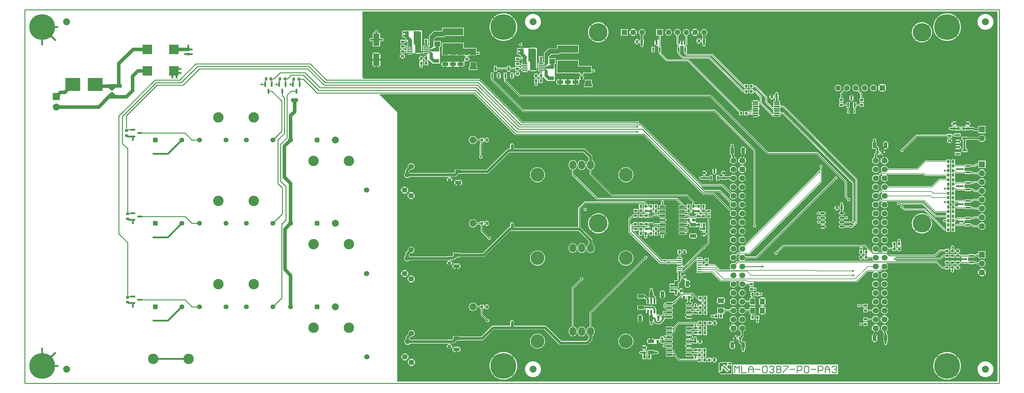
<source format=gtl>
G04 Layer_Physical_Order=1*
G04 Layer_Color=128*
%FSLAX43Y43*%
%MOMM*%
G71*
G01*
G75*
%ADD10R,2.700X2.700*%
%ADD11O,1.400X0.350*%
%ADD12R,6.000X2.000*%
%ADD13R,0.600X1.000*%
%ADD14R,1.350X0.600*%
%ADD15O,1.450X0.650*%
%ADD16R,1.800X1.340*%
%ADD17R,0.800X0.900*%
G04:AMPARAMS|DCode=18|XSize=0.45mm|YSize=1.6mm|CornerRadius=0.05mm|HoleSize=0mm|Usage=FLASHONLY|Rotation=90.000|XOffset=0mm|YOffset=0mm|HoleType=Round|Shape=RoundedRectangle|*
%AMROUNDEDRECTD18*
21,1,0.450,1.501,0,0,90.0*
21,1,0.351,1.600,0,0,90.0*
1,1,0.099,0.750,0.175*
1,1,0.099,0.750,-0.175*
1,1,0.099,-0.750,-0.175*
1,1,0.099,-0.750,0.175*
%
%ADD18ROUNDEDRECTD18*%
%ADD19R,4.240X3.810*%
%ADD20R,1.800X3.550*%
%ADD21C,2.000*%
G04:AMPARAMS|DCode=22|XSize=0.65mm|YSize=1.65mm|CornerRadius=0.049mm|HoleSize=0mm|Usage=FLASHONLY|Rotation=90.000|XOffset=0mm|YOffset=0mm|HoleType=Round|Shape=RoundedRectangle|*
%AMROUNDEDRECTD22*
21,1,0.650,1.552,0,0,90.0*
21,1,0.552,1.650,0,0,90.0*
1,1,0.098,0.776,0.276*
1,1,0.098,0.776,-0.276*
1,1,0.098,-0.776,-0.276*
1,1,0.098,-0.776,0.276*
%
%ADD22ROUNDEDRECTD22*%
%ADD23R,1.700X1.000*%
%ADD24R,0.900X0.800*%
G04:AMPARAMS|DCode=25|XSize=0.3mm|YSize=1.55mm|CornerRadius=0.05mm|HoleSize=0mm|Usage=FLASHONLY|Rotation=90.000|XOffset=0mm|YOffset=0mm|HoleType=Round|Shape=RoundedRectangle|*
%AMROUNDEDRECTD25*
21,1,0.300,1.451,0,0,90.0*
21,1,0.201,1.550,0,0,90.0*
1,1,0.099,0.726,0.101*
1,1,0.099,0.726,-0.101*
1,1,0.099,-0.726,-0.101*
1,1,0.099,-0.726,0.101*
%
%ADD25ROUNDEDRECTD25*%
G04:AMPARAMS|DCode=26|XSize=1.73mm|YSize=1.9mm|CornerRadius=0.052mm|HoleSize=0mm|Usage=FLASHONLY|Rotation=0.000|XOffset=0mm|YOffset=0mm|HoleType=Round|Shape=RoundedRectangle|*
%AMROUNDEDRECTD26*
21,1,1.730,1.796,0,0,0.0*
21,1,1.626,1.900,0,0,0.0*
1,1,0.104,0.813,-0.898*
1,1,0.104,-0.813,-0.898*
1,1,0.104,-0.813,0.898*
1,1,0.104,0.813,0.898*
%
%ADD26ROUNDEDRECTD26*%
%ADD27R,0.600X1.350*%
%ADD28R,1.340X1.800*%
%ADD29R,1.000X1.700*%
%ADD30C,0.250*%
%ADD31C,1.000*%
%ADD32C,0.500*%
%ADD33C,0.200*%
%ADD34C,0.150*%
%ADD35C,0.750*%
%ADD36C,0.300*%
%ADD37C,0.400*%
%ADD38C,0.254*%
%ADD39O,2.000X2.500*%
%ADD40C,3.000*%
%ADD41C,1.600*%
%ADD42R,1.600X1.600*%
%ADD43C,1.524*%
%ADD44C,7.400*%
%ADD45C,5.300*%
%ADD46C,1.700*%
%ADD47C,1.750*%
%ADD48R,1.750X1.750*%
%ADD49C,4.000*%
%ADD50R,2.000X2.000*%
%ADD51C,1.800*%
%ADD52R,1.800X1.800*%
%ADD53C,1.400*%
G04:AMPARAMS|DCode=54|XSize=1.4mm|YSize=1.4mm|CornerRadius=0.35mm|HoleSize=0mm|Usage=FLASHONLY|Rotation=180.000|XOffset=0mm|YOffset=0mm|HoleType=Round|Shape=RoundedRectangle|*
%AMROUNDEDRECTD54*
21,1,1.400,0.700,0,0,180.0*
21,1,0.700,1.400,0,0,180.0*
1,1,0.700,-0.350,0.350*
1,1,0.700,0.350,0.350*
1,1,0.700,0.350,-0.350*
1,1,0.700,-0.350,-0.350*
%
%ADD54ROUNDEDRECTD54*%
%ADD55C,0.600*%
G36*
X279500Y500D02*
X107000D01*
Y78000D01*
X101942Y83058D01*
X102009Y83220D01*
X129084D01*
X140802Y71502D01*
X140893Y71441D01*
X141000Y71420D01*
X177784D01*
X194902Y54302D01*
X194993Y54241D01*
X195100Y54220D01*
X197804D01*
X202678Y49345D01*
X202586Y49121D01*
X202551Y48860D01*
X202586Y48599D01*
X202686Y48356D01*
X202847Y48147D01*
X203056Y47986D01*
X203299Y47886D01*
X203560Y47851D01*
X203821Y47886D01*
X204064Y47986D01*
X204273Y48147D01*
X204433Y48356D01*
X204534Y48599D01*
X204569Y48860D01*
X204534Y49121D01*
X204433Y49364D01*
X204273Y49573D01*
X204064Y49733D01*
X203821Y49834D01*
X203560Y49869D01*
X203299Y49834D01*
X203075Y49742D01*
X198118Y54698D01*
X198027Y54759D01*
X197920Y54780D01*
X195296D01*
X195245Y54845D01*
X195331Y55020D01*
X199544D01*
X202678Y51885D01*
X202586Y51661D01*
X202551Y51400D01*
X202586Y51139D01*
X202686Y50896D01*
X202847Y50687D01*
X203056Y50527D01*
X203299Y50426D01*
X203560Y50391D01*
X203821Y50426D01*
X204064Y50527D01*
X204273Y50687D01*
X204433Y50896D01*
X204534Y51139D01*
X204569Y51400D01*
X204534Y51661D01*
X204433Y51904D01*
X204273Y52113D01*
X204064Y52273D01*
X203821Y52374D01*
X203560Y52409D01*
X203299Y52374D01*
X203075Y52282D01*
X199858Y55498D01*
X199767Y55559D01*
X199660Y55580D01*
X195316D01*
X194344Y56552D01*
X194381Y56662D01*
X194424Y56720D01*
X200384D01*
X202678Y54425D01*
X202586Y54201D01*
X202551Y53940D01*
X202586Y53679D01*
X202686Y53436D01*
X202847Y53227D01*
X203056Y53067D01*
X203299Y52966D01*
X203560Y52931D01*
X203821Y52966D01*
X204064Y53067D01*
X204273Y53227D01*
X204433Y53436D01*
X204534Y53679D01*
X204569Y53940D01*
X204534Y54201D01*
X204433Y54444D01*
X204273Y54653D01*
X204064Y54813D01*
X203821Y54914D01*
X203560Y54949D01*
X203299Y54914D01*
X203075Y54821D01*
X200698Y57198D01*
X200607Y57259D01*
X200500Y57280D01*
X194516D01*
X177198Y74598D01*
X177107Y74659D01*
X177000Y74680D01*
X176522D01*
X176430Y74855D01*
X176458Y75000D01*
X176424Y75175D01*
X176324Y75324D01*
X176175Y75424D01*
X176000Y75459D01*
X175824Y75424D01*
X175675Y75324D01*
X175646Y75280D01*
X143016D01*
X130798Y87498D01*
X130707Y87559D01*
X130600Y87580D01*
X97420D01*
X97000Y88000D01*
Y107000D01*
X279500D01*
Y500D01*
D02*
G37*
%LPC*%
G36*
X109120Y32595D02*
X108855Y32560D01*
X108608Y32457D01*
X108497Y32373D01*
X109120Y31750D01*
X109743Y32373D01*
X109632Y32457D01*
X109385Y32560D01*
X109120Y32595D01*
D02*
G37*
G36*
X275883Y32624D02*
X275180Y31920D01*
X275883Y31216D01*
X275986Y31351D01*
X276100Y31625D01*
X276139Y31920D01*
X276100Y32215D01*
X275986Y32489D01*
X275883Y32624D01*
D02*
G37*
G36*
X274117Y32624D02*
X274014Y32489D01*
X273900Y32215D01*
X273861Y31920D01*
X273900Y31625D01*
X274014Y31351D01*
X274117Y31216D01*
X274820Y31920D01*
X274117Y32624D01*
D02*
G37*
G36*
X267100Y33850D02*
X265900D01*
Y32750D01*
X266065D01*
X266079Y32734D01*
X266143Y32575D01*
X266076Y32476D01*
X266041Y32300D01*
X266076Y32124D01*
X266176Y31976D01*
X266324Y31876D01*
X266500Y31841D01*
X266676Y31876D01*
X266824Y31976D01*
X266924Y32124D01*
X266959Y32300D01*
X266924Y32476D01*
X266857Y32575D01*
X266921Y32734D01*
X266935Y32750D01*
X267100D01*
Y33850D01*
D02*
G37*
G36*
X268704Y33774D02*
X268230Y33300D01*
X268704Y32826D01*
Y33774D01*
D02*
G37*
G36*
X268000Y33170D02*
X267476Y32646D01*
X268524D01*
X268000Y33170D01*
D02*
G37*
G36*
X275000Y33059D02*
X274705Y33020D01*
X274431Y32906D01*
X274296Y32803D01*
X275000Y32100D01*
X275704Y32803D01*
X275569Y32906D01*
X275295Y33020D01*
X275000Y33059D01*
D02*
G37*
G36*
X108317Y32193D02*
X108233Y32082D01*
X108130Y31835D01*
X108095Y31570D01*
X108130Y31305D01*
X108233Y31058D01*
X108317Y30947D01*
X108940Y31570D01*
X108317Y32193D01*
D02*
G37*
G36*
X190154Y31024D02*
X189590Y30460D01*
X189500Y30550D01*
X189450Y30500D01*
X189590Y30360D01*
X189026Y29796D01*
X189509D01*
X189646Y29704D01*
X189646Y29621D01*
Y27676D01*
X190310Y28340D01*
X190400Y28250D01*
X190490Y28340D01*
X191154Y27676D01*
Y29524D01*
X190490Y28860D01*
X190310Y29040D01*
X190974Y29704D01*
X190291D01*
X190154Y29796D01*
X190154Y29879D01*
Y31024D01*
D02*
G37*
G36*
X111000Y31025D02*
X110735Y30990D01*
X110488Y30887D01*
X110377Y30803D01*
X111000Y30180D01*
X111623Y30803D01*
X111512Y30887D01*
X111265Y30990D01*
X111000Y31025D01*
D02*
G37*
G36*
X247000Y32089D02*
X246739Y32054D01*
X246496Y31953D01*
X246287Y31793D01*
X246126Y31584D01*
X246026Y31341D01*
X245991Y31080D01*
X246026Y30819D01*
X246126Y30576D01*
X246287Y30367D01*
X246496Y30206D01*
X246739Y30106D01*
X247000Y30071D01*
X247261Y30106D01*
X247504Y30206D01*
X247713Y30367D01*
X247873Y30576D01*
X247974Y30819D01*
X248009Y31080D01*
X247974Y31341D01*
X247873Y31584D01*
X247713Y31793D01*
X247504Y31953D01*
X247261Y32054D01*
X247000Y32089D01*
D02*
G37*
G36*
X109120Y31390D02*
X108497Y30767D01*
X108608Y30683D01*
X108855Y30580D01*
X109120Y30545D01*
X109385Y30580D01*
X109632Y30683D01*
X109743Y30767D01*
X109120Y31390D01*
D02*
G37*
G36*
X109923Y32193D02*
X109300Y31570D01*
X109923Y30947D01*
X110007Y31058D01*
X110110Y31305D01*
X110145Y31570D01*
X110110Y31835D01*
X110007Y32082D01*
X109923Y32193D01*
D02*
G37*
G36*
X275000Y31740D02*
X274296Y31037D01*
X274431Y30934D01*
X274705Y30820D01*
X275000Y30781D01*
X275295Y30820D01*
X275569Y30934D01*
X275704Y31037D01*
X275000Y31740D01*
D02*
G37*
G36*
X189974Y31204D02*
X189026D01*
X189500Y30730D01*
X189974Y31204D01*
D02*
G37*
G36*
X121296Y35074D02*
Y34126D01*
X121770Y34600D01*
X121296Y35074D01*
D02*
G37*
G36*
X122000Y34650D02*
X121950Y34600D01*
X122000Y34550D01*
X122050Y34600D01*
X122000Y34650D01*
D02*
G37*
G36*
Y34470D02*
X121476Y33946D01*
X122524D01*
X122000Y34470D01*
D02*
G37*
G36*
X122704Y35074D02*
X122230Y34600D01*
X122704Y34126D01*
Y35074D01*
D02*
G37*
G36*
X240954Y36724D02*
X240430Y36200D01*
X240954Y35676D01*
Y36724D01*
D02*
G37*
G36*
X239646Y36724D02*
Y35676D01*
X240170Y36200D01*
X239646Y36724D01*
D02*
G37*
G36*
X122524Y35254D02*
X121476D01*
X122000Y34730D01*
X122524Y35254D01*
D02*
G37*
G36*
X240300Y35970D02*
X239826Y35496D01*
X240774D01*
X240300Y35970D01*
D02*
G37*
G36*
X125104Y34274D02*
X124530Y33700D01*
X125104Y33126D01*
Y34274D01*
D02*
G37*
G36*
X122896Y34274D02*
Y33126D01*
X123470Y33700D01*
X122896Y34274D01*
D02*
G37*
G36*
X267296Y33774D02*
Y32826D01*
X267770Y33300D01*
X267296Y33774D01*
D02*
G37*
G36*
X124924Y34454D02*
X123076D01*
X123740Y33790D01*
X123650Y33700D01*
X123740Y33610D01*
X123076Y32946D01*
X124924D01*
X124260Y33610D01*
X124350Y33700D01*
X124260Y33790D01*
X124924Y34454D01*
D02*
G37*
G36*
X147300Y38160D02*
X146879Y38119D01*
X146473Y37996D01*
X146100Y37796D01*
X145772Y37528D01*
X145504Y37200D01*
X145304Y36827D01*
X145181Y36421D01*
X145140Y36000D01*
X145181Y35579D01*
X145304Y35173D01*
X145504Y34800D01*
X145772Y34472D01*
X146100Y34204D01*
X146473Y34004D01*
X146879Y33881D01*
X147300Y33840D01*
X147721Y33881D01*
X148127Y34004D01*
X148500Y34204D01*
X148828Y34472D01*
X149096Y34800D01*
X149296Y35173D01*
X149419Y35579D01*
X149460Y36000D01*
X149419Y36421D01*
X149296Y36827D01*
X149096Y37200D01*
X148828Y37528D01*
X148500Y37796D01*
X148127Y37996D01*
X147721Y38119D01*
X147300Y38160D01*
D02*
G37*
G36*
X172700D02*
X172279Y38119D01*
X171873Y37996D01*
X171500Y37796D01*
X171172Y37528D01*
X170904Y37200D01*
X170704Y36827D01*
X170581Y36421D01*
X170540Y36000D01*
X170581Y35579D01*
X170704Y35173D01*
X170904Y34800D01*
X171172Y34472D01*
X171500Y34204D01*
X171873Y34004D01*
X172279Y33881D01*
X172700Y33840D01*
X173121Y33881D01*
X173527Y34004D01*
X173900Y34204D01*
X174228Y34472D01*
X174496Y34800D01*
X174696Y35173D01*
X174819Y35579D01*
X174860Y36000D01*
X174819Y36421D01*
X174696Y36827D01*
X174496Y37200D01*
X174228Y37528D01*
X173900Y37796D01*
X173527Y37996D01*
X173121Y38119D01*
X172700Y38160D01*
D02*
G37*
G36*
X268000Y33350D02*
X267950Y33300D01*
X268000Y33250D01*
X268050Y33300D01*
X268000Y33350D01*
D02*
G37*
G36*
X268524Y33954D02*
X267476D01*
X268000Y33430D01*
X268524Y33954D01*
D02*
G37*
G36*
X183200Y24970D02*
X182626Y24396D01*
X183774D01*
X183200Y24970D01*
D02*
G37*
G36*
X180000Y27459D02*
X179824Y27424D01*
X179676Y27324D01*
X179576Y27176D01*
X179541Y27000D01*
X179576Y26824D01*
X179592Y26800D01*
Y26500D01*
X179350D01*
Y24674D01*
X179175Y24602D01*
X178488Y25288D01*
X178356Y25377D01*
X178200Y25408D01*
X178200Y25408D01*
X178000D01*
Y25650D01*
X176000D01*
Y24350D01*
X178000D01*
Y24376D01*
X178175Y24448D01*
X178600Y24023D01*
Y22725D01*
X179375D01*
X179500Y22725D01*
X179675Y22725D01*
X180450D01*
Y22725D01*
X180500D01*
Y22725D01*
X181400D01*
Y24025D01*
X181358D01*
Y24550D01*
X181358Y24550D01*
X181327Y24706D01*
X181238Y24838D01*
X180650Y25427D01*
Y26500D01*
X180408D01*
Y26800D01*
X180424Y26824D01*
X180459Y27000D01*
X180424Y27176D01*
X180324Y27324D01*
X180176Y27424D01*
X180000Y27459D01*
D02*
G37*
G36*
X212674Y24654D02*
X211186D01*
X211930Y23910D01*
X212674Y24654D01*
D02*
G37*
G36*
X189400Y24470D02*
X188926Y23996D01*
X189874D01*
X189400Y24470D01*
D02*
G37*
G36*
X244460Y27009D02*
X244199Y26974D01*
X243956Y26873D01*
X243747Y26713D01*
X243587Y26504D01*
X243486Y26261D01*
X243451Y26000D01*
X243486Y25739D01*
X243587Y25496D01*
X243747Y25287D01*
X243956Y25126D01*
X244199Y25026D01*
X244460Y24991D01*
X244721Y25026D01*
X244964Y25126D01*
X245173Y25287D01*
X245333Y25496D01*
X245434Y25739D01*
X245469Y26000D01*
X245434Y26261D01*
X245333Y26504D01*
X245173Y26713D01*
X244964Y26873D01*
X244721Y26974D01*
X244460Y27009D01*
D02*
G37*
G36*
X247000D02*
X246739Y26974D01*
X246496Y26873D01*
X246287Y26713D01*
X246126Y26504D01*
X246026Y26261D01*
X245991Y26000D01*
X246026Y25739D01*
X246126Y25496D01*
X246287Y25287D01*
X246496Y25126D01*
X246739Y25026D01*
X247000Y24991D01*
X247261Y25026D01*
X247504Y25126D01*
X247713Y25287D01*
X247873Y25496D01*
X247974Y25739D01*
X248009Y26000D01*
X247974Y26261D01*
X247873Y26504D01*
X247713Y26713D01*
X247504Y26873D01*
X247261Y26974D01*
X247000Y27009D01*
D02*
G37*
G36*
X203560D02*
X203299Y26974D01*
X203056Y26873D01*
X202847Y26713D01*
X202686Y26504D01*
X202586Y26261D01*
X202551Y26000D01*
X202586Y25739D01*
X202686Y25496D01*
X202847Y25287D01*
X203056Y25126D01*
X203299Y25026D01*
X203560Y24991D01*
X203821Y25026D01*
X204064Y25126D01*
X204273Y25287D01*
X204433Y25496D01*
X204534Y25739D01*
X204569Y26000D01*
X204534Y26261D01*
X204433Y26504D01*
X204273Y26713D01*
X204064Y26873D01*
X203821Y26974D01*
X203560Y27009D01*
D02*
G37*
G36*
X206100D02*
X205839Y26974D01*
X205596Y26873D01*
X205387Y26713D01*
X205227Y26504D01*
X205126Y26261D01*
X205091Y26000D01*
X205126Y25739D01*
X205227Y25496D01*
X205387Y25287D01*
X205596Y25126D01*
X205839Y25026D01*
X206100Y24991D01*
X206361Y25026D01*
X206604Y25126D01*
X206813Y25287D01*
X206973Y25496D01*
X207074Y25739D01*
X207109Y26000D01*
X207074Y26261D01*
X206973Y26504D01*
X206813Y26713D01*
X206604Y26873D01*
X206361Y26974D01*
X206100Y27009D01*
D02*
G37*
G36*
X200974Y24654D02*
X199026D01*
X199860Y23820D01*
X199770Y23730D01*
X199860Y23640D01*
X199026Y22806D01*
X200974D01*
X200140Y23640D01*
X200230Y23730D01*
X200140Y23820D01*
X200974Y24654D01*
D02*
G37*
G36*
X198846Y24474D02*
Y22986D01*
X199590Y23730D01*
X198846Y24474D01*
D02*
G37*
G36*
X193446Y23624D02*
X193446Y22576D01*
X193970Y23100D01*
X193446Y23624D01*
D02*
G37*
G36*
X242100Y22850D02*
X240900D01*
Y22580D01*
X239954D01*
X239924Y22624D01*
X239776Y22724D01*
X239600Y22759D01*
X239424Y22724D01*
X239276Y22624D01*
X239176Y22476D01*
X239141Y22300D01*
X239176Y22124D01*
X239276Y21976D01*
X239424Y21876D01*
X239600Y21841D01*
X239776Y21876D01*
X239924Y21976D01*
X239954Y22020D01*
X240900D01*
Y21750D01*
X242100D01*
Y22850D01*
D02*
G37*
G36*
X212854Y24474D02*
X212020Y23640D01*
X211930Y23730D01*
X211840Y23640D01*
X211006Y24474D01*
Y22526D01*
X211840Y23360D01*
X211930Y23270D01*
X212020Y23360D01*
X212854Y22526D01*
Y24474D01*
D02*
G37*
G36*
X209650Y26200D02*
X208550D01*
Y25000D01*
X208790D01*
Y24550D01*
X208250D01*
Y23740D01*
X207066D01*
X206973Y23964D01*
X206813Y24173D01*
X206604Y24333D01*
X206361Y24434D01*
X206100Y24469D01*
X205839Y24434D01*
X205596Y24333D01*
X205387Y24173D01*
X205227Y23964D01*
X205126Y23721D01*
X205091Y23460D01*
X205126Y23199D01*
X205227Y22956D01*
X205387Y22747D01*
X205596Y22587D01*
X205839Y22486D01*
X206100Y22451D01*
X206361Y22486D01*
X206604Y22587D01*
X206813Y22747D01*
X206973Y22956D01*
X207066Y23180D01*
X208250D01*
Y22450D01*
X209890D01*
Y24550D01*
X209350D01*
Y25000D01*
X209650D01*
Y26200D01*
D02*
G37*
G36*
X201154Y24474D02*
X200410Y23730D01*
X201154Y22986D01*
Y24474D01*
D02*
G37*
G36*
X194100Y23150D02*
X194050Y23100D01*
X194100Y23050D01*
X194150Y23100D01*
X194100Y23150D01*
D02*
G37*
G36*
X247000Y29549D02*
X246739Y29514D01*
X246496Y29413D01*
X246287Y29253D01*
X246126Y29044D01*
X246026Y28801D01*
X245991Y28540D01*
X246026Y28279D01*
X246126Y28036D01*
X246287Y27827D01*
X246496Y27667D01*
X246739Y27566D01*
X247000Y27531D01*
X247261Y27566D01*
X247504Y27667D01*
X247713Y27827D01*
X247873Y28036D01*
X247974Y28279D01*
X248009Y28540D01*
X247974Y28801D01*
X247873Y29044D01*
X247713Y29253D01*
X247504Y29413D01*
X247261Y29514D01*
X247000Y29549D01*
D02*
G37*
G36*
X111000Y29820D02*
X110377Y29197D01*
X110488Y29113D01*
X110735Y29010D01*
X111000Y28975D01*
X111265Y29010D01*
X111512Y29113D01*
X111623Y29197D01*
X111000Y29820D01*
D02*
G37*
G36*
X190400Y28070D02*
X189826Y27496D01*
X190974D01*
X190400Y28070D01*
D02*
G37*
G36*
X244460Y29549D02*
X244199Y29514D01*
X243956Y29413D01*
X243747Y29253D01*
X243587Y29044D01*
X243486Y28801D01*
X243451Y28540D01*
X243486Y28279D01*
X243587Y28036D01*
X243747Y27827D01*
X243956Y27667D01*
X244199Y27566D01*
X244460Y27531D01*
X244721Y27566D01*
X244964Y27667D01*
X245173Y27827D01*
X245333Y28036D01*
X245434Y28279D01*
X245469Y28540D01*
X245434Y28801D01*
X245333Y29044D01*
X245173Y29253D01*
X244964Y29413D01*
X244721Y29514D01*
X244460Y29549D01*
D02*
G37*
G36*
X160000Y30459D02*
X159824Y30424D01*
X159676Y30324D01*
X159576Y30176D01*
X159541Y30000D01*
X159552Y29948D01*
X157252Y27648D01*
X157191Y27557D01*
X157170Y27450D01*
Y16273D01*
X157150Y16270D01*
X156870Y16155D01*
X156630Y15970D01*
X156445Y15730D01*
X156330Y15450D01*
X156290Y15150D01*
Y14650D01*
X156330Y14350D01*
X156445Y14070D01*
X156630Y13830D01*
X156870Y13645D01*
X157150Y13530D01*
X157450Y13490D01*
X157750Y13530D01*
X158030Y13645D01*
X158270Y13830D01*
X158455Y14070D01*
X158570Y14350D01*
X158610Y14650D01*
Y15150D01*
X158570Y15450D01*
X158455Y15730D01*
X158270Y15970D01*
X158030Y16155D01*
X157750Y16270D01*
X157730Y16273D01*
Y27334D01*
X159948Y29552D01*
X160000Y29541D01*
X160176Y29576D01*
X160324Y29676D01*
X160424Y29824D01*
X160459Y30000D01*
X160424Y30176D01*
X160324Y30324D01*
X160176Y30424D01*
X160000Y30459D01*
D02*
G37*
G36*
X188846Y31024D02*
Y29976D01*
X189370Y30500D01*
X188846Y31024D01*
D02*
G37*
G36*
X111803Y30623D02*
X111180Y30000D01*
X111803Y29377D01*
X111887Y29488D01*
X111990Y29735D01*
X112025Y30000D01*
X111990Y30265D01*
X111887Y30512D01*
X111803Y30623D01*
D02*
G37*
G36*
X110197Y30623D02*
X110113Y30512D01*
X110010Y30265D01*
X109975Y30000D01*
X110010Y29735D01*
X110113Y29488D01*
X110197Y29377D01*
X110820Y30000D01*
X110197Y30623D01*
D02*
G37*
G36*
X183954Y26424D02*
X183290Y25760D01*
X183200Y25850D01*
X183110Y25760D01*
X182446Y26424D01*
Y24576D01*
X183110Y25240D01*
X183200Y25150D01*
X183290Y25240D01*
X183954Y24576D01*
Y26424D01*
D02*
G37*
G36*
X183774Y26604D02*
X182626D01*
X183200Y26030D01*
X183774Y26604D01*
D02*
G37*
G36*
X186400Y27250D02*
Y27250D01*
X186396Y27250D01*
X185200D01*
Y26150D01*
X186400D01*
Y26150D01*
X186550Y26090D01*
Y26000D01*
X186692D01*
Y25800D01*
X186676Y25776D01*
X186641Y25600D01*
X186676Y25424D01*
X186776Y25276D01*
X186924Y25176D01*
X187100Y25141D01*
X187276Y25176D01*
X187424Y25276D01*
X187524Y25424D01*
X187559Y25600D01*
X187524Y25776D01*
X187508Y25800D01*
Y26000D01*
X187650D01*
Y27200D01*
X186550D01*
Y27200D01*
X186400Y27250D01*
D02*
G37*
G36*
X211050Y26200D02*
X209950D01*
Y25000D01*
X211050D01*
Y25165D01*
X211066Y25179D01*
X211225Y25243D01*
X211324Y25176D01*
X211500Y25141D01*
X211676Y25176D01*
X211824Y25276D01*
X211924Y25424D01*
X211959Y25600D01*
X211924Y25776D01*
X211824Y25924D01*
X211676Y26024D01*
X211500Y26059D01*
X211324Y26024D01*
X211225Y25957D01*
X211066Y26021D01*
X211050Y26035D01*
Y26200D01*
D02*
G37*
G36*
X209400Y27650D02*
X208200D01*
Y26550D01*
X209400D01*
Y26616D01*
X209575Y26709D01*
X209624Y26676D01*
X209800Y26641D01*
X209976Y26676D01*
X210124Y26776D01*
X210224Y26924D01*
X210259Y27100D01*
X210224Y27276D01*
X210124Y27424D01*
X209976Y27524D01*
X209800Y27559D01*
X209624Y27524D01*
X209575Y27491D01*
X209400Y27584D01*
Y27650D01*
D02*
G37*
G36*
X188974Y27304D02*
X188026D01*
X188500Y26830D01*
X188974Y27304D01*
D02*
G37*
G36*
X187846Y27124D02*
Y26076D01*
X188370Y26600D01*
X187846Y27124D01*
D02*
G37*
G36*
X189154Y27124D02*
X188590Y26560D01*
X188500Y26650D01*
X188450Y26600D01*
X188590Y26460D01*
X188026Y25896D01*
X188571D01*
X188638Y25734D01*
X186652Y23748D01*
X186600Y23759D01*
X186424Y23724D01*
X186276Y23624D01*
X186176Y23476D01*
X186144Y23453D01*
X185978Y23378D01*
X185951Y23384D01*
X184399D01*
X184321Y23368D01*
X184255Y23325D01*
X184212Y23259D01*
X184197Y23185D01*
X184005D01*
X183898Y23164D01*
X183807Y23103D01*
X183602Y22898D01*
X183541Y22807D01*
X183520Y22700D01*
Y21900D01*
X183541Y21793D01*
X183602Y21702D01*
X183867Y21437D01*
X183958Y21376D01*
X184065Y21355D01*
X184197D01*
X184212Y21281D01*
X184255Y21215D01*
X184321Y21172D01*
X184399Y21156D01*
X185951D01*
X186029Y21172D01*
X186095Y21215D01*
X186138Y21281D01*
X186154Y21359D01*
Y21911D01*
X186138Y21989D01*
X186095Y22055D01*
X186029Y22098D01*
X185951Y22114D01*
X184399D01*
X184321Y22098D01*
X184255Y22055D01*
X184255Y22054D01*
X184080Y22108D01*
Y22432D01*
X184255Y22486D01*
X184255Y22485D01*
X184321Y22442D01*
X184399Y22426D01*
X185951D01*
X186029Y22442D01*
X186095Y22485D01*
X186138Y22551D01*
X186152Y22620D01*
X186200D01*
X186307Y22641D01*
X186398Y22702D01*
X186548Y22852D01*
X186600Y22841D01*
X186776Y22876D01*
X186924Y22976D01*
X187024Y23124D01*
X187059Y23300D01*
X187048Y23352D01*
X188584Y24888D01*
X188746Y24821D01*
Y24176D01*
X189310Y24740D01*
X189400Y24650D01*
X189490Y24740D01*
X190054Y24176D01*
Y25245D01*
X190075Y25254D01*
X190083Y25254D01*
X190250Y25139D01*
Y24100D01*
X190392D01*
Y23384D01*
X190049D01*
X189971Y23368D01*
X189905Y23325D01*
X189862Y23259D01*
X189846Y23181D01*
Y22629D01*
X189862Y22551D01*
X189905Y22485D01*
X189971Y22442D01*
X190049Y22426D01*
X191601D01*
X191679Y22442D01*
X191745Y22485D01*
X191788Y22551D01*
X191804Y22629D01*
Y23181D01*
X191788Y23259D01*
X191745Y23325D01*
X191679Y23368D01*
X191601Y23384D01*
X191208D01*
Y24100D01*
X191350D01*
Y24226D01*
X191524Y24276D01*
X191700Y24241D01*
X191876Y24276D01*
X192024Y24376D01*
X192124Y24524D01*
X192159Y24700D01*
X192124Y24876D01*
X192024Y25024D01*
X191876Y25124D01*
X191700Y25159D01*
X191582Y25135D01*
X191408Y25240D01*
X191403Y25275D01*
X191535Y25420D01*
X191984D01*
X193102Y24302D01*
X193193Y24241D01*
X193300Y24220D01*
X193426D01*
X193550Y24096D01*
X193550Y23936D01*
X193525Y23904D01*
X194100Y23330D01*
X194675Y23904D01*
X194650Y23936D01*
X194650Y23979D01*
Y25100D01*
X193550D01*
Y24880D01*
X193375Y24822D01*
X192298Y25898D01*
X192207Y25959D01*
X192100Y25980D01*
X189154D01*
Y27124D01*
D02*
G37*
G36*
X189601Y44939D02*
X188049D01*
X187971Y44923D01*
X187905Y44880D01*
X187862Y44814D01*
X187846Y44736D01*
Y44184D01*
X187862Y44106D01*
X187905Y44040D01*
X187971Y43997D01*
X188049Y43981D01*
X189601D01*
X189679Y43997D01*
X189745Y44040D01*
X189788Y44106D01*
X189803Y44180D01*
X190024D01*
X190120Y44084D01*
Y43516D01*
X190074Y43470D01*
X189803D01*
X189788Y43544D01*
X189745Y43610D01*
X189679Y43653D01*
X189601Y43669D01*
X188049D01*
X187971Y43653D01*
X187905Y43610D01*
X187862Y43544D01*
X187846Y43466D01*
Y42914D01*
X187862Y42836D01*
X187905Y42770D01*
X187971Y42727D01*
X188049Y42711D01*
X189601D01*
X189679Y42727D01*
X189745Y42770D01*
X189788Y42836D01*
X189803Y42910D01*
X190190D01*
X190297Y42931D01*
X190388Y42992D01*
X190598Y43202D01*
X190659Y43293D01*
X190680Y43400D01*
Y44200D01*
X190659Y44307D01*
X190598Y44398D01*
X190338Y44658D01*
X190247Y44719D01*
X190140Y44740D01*
X189803D01*
X189788Y44814D01*
X189745Y44880D01*
X189679Y44923D01*
X189601Y44939D01*
D02*
G37*
G36*
X195624Y43654D02*
X194576D01*
X195100Y43130D01*
X195624Y43654D01*
D02*
G37*
G36*
X257750Y45820D02*
X255787Y43857D01*
X256038Y43643D01*
X256428Y43405D01*
X256850Y43230D01*
X257294Y43123D01*
X257750Y43087D01*
X258206Y43123D01*
X258650Y43230D01*
X259072Y43405D01*
X259462Y43643D01*
X259713Y43857D01*
X257750Y45820D01*
D02*
G37*
G36*
X180554Y45024D02*
X180030Y44500D01*
X180554Y43976D01*
Y45024D01*
D02*
G37*
G36*
X255607Y47963D02*
X255393Y47712D01*
X255155Y47322D01*
X254980Y46900D01*
X254873Y46456D01*
X254837Y46000D01*
X254873Y45544D01*
X254980Y45100D01*
X255155Y44678D01*
X255393Y44288D01*
X255607Y44037D01*
X257570Y46000D01*
X255607Y47963D01*
D02*
G37*
G36*
X162607D02*
X162393Y47712D01*
X162155Y47322D01*
X161980Y46900D01*
X161873Y46456D01*
X161837Y46000D01*
X161873Y45544D01*
X161980Y45100D01*
X162155Y44678D01*
X162393Y44288D01*
X162607Y44037D01*
X164570Y46000D01*
X162607Y47963D01*
D02*
G37*
G36*
X181850Y45100D02*
X180750D01*
Y43900D01*
X181020D01*
Y43700D01*
X180750D01*
Y42500D01*
X181850D01*
Y43700D01*
X181580D01*
Y43900D01*
X181850D01*
Y44180D01*
X182197D01*
X182212Y44106D01*
X182255Y44040D01*
X182321Y43997D01*
X182399Y43981D01*
X183951D01*
X184029Y43997D01*
X184095Y44040D01*
X184138Y44106D01*
X184154Y44184D01*
Y44736D01*
X184138Y44814D01*
X184095Y44880D01*
X184029Y44923D01*
X183951Y44939D01*
X182399D01*
X182321Y44923D01*
X182255Y44880D01*
X182212Y44814D01*
X182197Y44740D01*
X181850D01*
Y45100D01*
D02*
G37*
G36*
X164750Y45820D02*
X162787Y43857D01*
X163038Y43643D01*
X163428Y43405D01*
X163850Y43230D01*
X164294Y43123D01*
X164750Y43087D01*
X165206Y43123D01*
X165650Y43230D01*
X166072Y43405D01*
X166462Y43643D01*
X166713Y43857D01*
X164750Y45820D01*
D02*
G37*
G36*
X203560Y44789D02*
X203299Y44754D01*
X203056Y44653D01*
X202847Y44493D01*
X202686Y44284D01*
X202586Y44041D01*
X202551Y43780D01*
X202586Y43519D01*
X202686Y43276D01*
X202847Y43067D01*
X203056Y42907D01*
X203299Y42806D01*
X203560Y42771D01*
X203821Y42806D01*
X204064Y42907D01*
X204273Y43067D01*
X204433Y43276D01*
X204534Y43519D01*
X204569Y43780D01*
X204534Y44041D01*
X204433Y44284D01*
X204273Y44493D01*
X204064Y44653D01*
X203821Y44754D01*
X203560Y44789D01*
D02*
G37*
G36*
X195804Y43474D02*
X195330Y43000D01*
X195804Y42526D01*
Y43474D01*
D02*
G37*
G36*
X194396Y43474D02*
Y42526D01*
X194870Y43000D01*
X194396Y43474D01*
D02*
G37*
G36*
X206100Y44789D02*
X205839Y44754D01*
X205596Y44653D01*
X205387Y44493D01*
X205227Y44284D01*
X205126Y44041D01*
X205091Y43780D01*
X205126Y43519D01*
X205227Y43276D01*
X205387Y43067D01*
X205596Y42907D01*
X205839Y42806D01*
X206100Y42771D01*
X206361Y42806D01*
X206604Y42907D01*
X206813Y43067D01*
X206973Y43276D01*
X207074Y43519D01*
X207109Y43780D01*
X207074Y44041D01*
X206973Y44284D01*
X206813Y44493D01*
X206604Y44653D01*
X206361Y44754D01*
X206100Y44789D01*
D02*
G37*
G36*
X195100Y43050D02*
X195050Y43000D01*
X195100Y42950D01*
X195150Y43000D01*
X195100Y43050D01*
D02*
G37*
G36*
X247000Y44789D02*
X246739Y44754D01*
X246496Y44653D01*
X246287Y44493D01*
X246126Y44284D01*
X246026Y44041D01*
X245991Y43780D01*
X246026Y43519D01*
X246126Y43276D01*
X246287Y43067D01*
X246496Y42907D01*
X246739Y42806D01*
X247000Y42771D01*
X247261Y42806D01*
X247504Y42907D01*
X247713Y43067D01*
X247873Y43276D01*
X247974Y43519D01*
X248009Y43780D01*
X247974Y44041D01*
X247873Y44284D01*
X247713Y44493D01*
X247504Y44653D01*
X247261Y44754D01*
X247000Y44789D01*
D02*
G37*
G36*
X244460D02*
X244199Y44754D01*
X243956Y44653D01*
X243747Y44493D01*
X243587Y44284D01*
X243486Y44041D01*
X243451Y43780D01*
X243486Y43519D01*
X243587Y43276D01*
X243747Y43067D01*
X243956Y42907D01*
X244199Y42806D01*
X244460Y42771D01*
X244721Y42806D01*
X244964Y42907D01*
X245173Y43067D01*
X245333Y43276D01*
X245434Y43519D01*
X245469Y43780D01*
X245434Y44041D01*
X245333Y44284D01*
X245173Y44493D01*
X244964Y44653D01*
X244721Y44754D01*
X244460Y44789D01*
D02*
G37*
G36*
X166893Y47963D02*
X164930Y46000D01*
X166893Y44037D01*
X167107Y44288D01*
X167345Y44678D01*
X167520Y45100D01*
X167627Y45544D01*
X167663Y46000D01*
X167627Y46456D01*
X167520Y46900D01*
X167345Y47322D01*
X167107Y47712D01*
X166893Y47963D01*
D02*
G37*
G36*
X132046Y46524D02*
Y45476D01*
X132570Y46000D01*
X132046Y46524D01*
D02*
G37*
G36*
X247000Y47329D02*
X246739Y47294D01*
X246496Y47193D01*
X246287Y47033D01*
X246126Y46824D01*
X246026Y46581D01*
X245991Y46320D01*
X246026Y46059D01*
X246126Y45816D01*
X246287Y45607D01*
X246496Y45446D01*
X246739Y45346D01*
X247000Y45311D01*
X247261Y45346D01*
X247504Y45446D01*
X247713Y45607D01*
X247873Y45816D01*
X247974Y46059D01*
X248009Y46320D01*
X247974Y46581D01*
X247873Y46824D01*
X247713Y47033D01*
X247504Y47193D01*
X247261Y47294D01*
X247000Y47329D01*
D02*
G37*
G36*
X244460D02*
X244199Y47294D01*
X243956Y47193D01*
X243747Y47033D01*
X243587Y46824D01*
X243486Y46581D01*
X243451Y46320D01*
X243486Y46059D01*
X243587Y45816D01*
X243747Y45607D01*
X243956Y45446D01*
X244199Y45346D01*
X244460Y45311D01*
X244721Y45346D01*
X244964Y45446D01*
X245173Y45607D01*
X245333Y45816D01*
X245434Y46059D01*
X245469Y46320D01*
X245434Y46581D01*
X245333Y46824D01*
X245173Y47033D01*
X244964Y47193D01*
X244721Y47294D01*
X244460Y47329D01*
D02*
G37*
G36*
X133354Y46524D02*
X132830Y46000D01*
X133354Y45476D01*
Y46524D01*
D02*
G37*
G36*
X257750Y48913D02*
X257294Y48877D01*
X256850Y48770D01*
X256428Y48595D01*
X256038Y48357D01*
X255787Y48143D01*
X257750Y46180D01*
X259713Y48143D01*
X259462Y48357D01*
X259072Y48595D01*
X258650Y48770D01*
X258206Y48877D01*
X257750Y48913D01*
D02*
G37*
G36*
X164750D02*
X164294Y48877D01*
X163850Y48770D01*
X163428Y48595D01*
X163038Y48357D01*
X162787Y48143D01*
X164750Y46180D01*
X166713Y48143D01*
X166462Y48357D01*
X166072Y48595D01*
X165650Y48770D01*
X165206Y48877D01*
X164750Y48913D01*
D02*
G37*
G36*
X132700Y46050D02*
X132650Y46000D01*
X132700Y45950D01*
X132750Y46000D01*
X132700Y46050D01*
D02*
G37*
G36*
X206100Y47329D02*
X205839Y47294D01*
X205596Y47193D01*
X205387Y47033D01*
X205227Y46824D01*
X205126Y46581D01*
X205091Y46320D01*
X205126Y46059D01*
X205227Y45816D01*
X205387Y45607D01*
X205596Y45446D01*
X205839Y45346D01*
X206100Y45311D01*
X206361Y45346D01*
X206604Y45446D01*
X206813Y45607D01*
X206973Y45816D01*
X207074Y46059D01*
X207109Y46320D01*
X207074Y46581D01*
X206973Y46824D01*
X206813Y47033D01*
X206604Y47193D01*
X206361Y47294D01*
X206100Y47329D01*
D02*
G37*
G36*
X230164Y45405D02*
X229855Y45095D01*
X230164Y44785D01*
X230220Y44869D01*
X230265Y45095D01*
X230220Y45321D01*
X230164Y45405D01*
D02*
G37*
G36*
X229675Y45685D02*
X228875D01*
X228649Y45640D01*
X228565Y45584D01*
X228965Y45185D01*
X228875Y45095D01*
X228965Y45005D01*
X228565Y44606D01*
X228649Y44550D01*
X228875Y44505D01*
X229675D01*
X229901Y44550D01*
X229985Y44606D01*
X229585Y45005D01*
X229675Y45095D01*
X229585Y45185D01*
X229985Y45584D01*
X229901Y45640D01*
X229675Y45685D01*
D02*
G37*
G36*
X259893Y47963D02*
X257930Y46000D01*
X259893Y44037D01*
X260107Y44288D01*
X260345Y44678D01*
X260520Y45100D01*
X260627Y45544D01*
X260663Y46000D01*
X260627Y46456D01*
X260520Y46900D01*
X260345Y47322D01*
X260107Y47712D01*
X259893Y47963D01*
D02*
G37*
G36*
X228386Y45405D02*
X228330Y45321D01*
X228285Y45095D01*
X228330Y44869D01*
X228386Y44785D01*
X228695Y45095D01*
X228386Y45405D01*
D02*
G37*
G36*
X203560Y47329D02*
X203299Y47294D01*
X203056Y47193D01*
X202847Y47033D01*
X202686Y46824D01*
X202586Y46581D01*
X202551Y46320D01*
X202586Y46059D01*
X202686Y45816D01*
X202847Y45607D01*
X203056Y45446D01*
X203299Y45346D01*
X203560Y45311D01*
X203821Y45346D01*
X204064Y45446D01*
X204273Y45607D01*
X204433Y45816D01*
X204534Y46059D01*
X204569Y46320D01*
X204534Y46581D01*
X204433Y46824D01*
X204273Y47033D01*
X204064Y47193D01*
X203821Y47294D01*
X203560Y47329D01*
D02*
G37*
G36*
X132700Y45770D02*
X132226Y45296D01*
X133174D01*
X132700Y45770D01*
D02*
G37*
G36*
X134700Y89350D02*
X133800D01*
Y87700D01*
X133970D01*
Y87350D01*
X133991Y87243D01*
X134052Y87152D01*
X143002Y78202D01*
X143093Y78141D01*
X143200Y78120D01*
X198184D01*
X209420Y66884D01*
Y45654D01*
X209376Y45624D01*
X209276Y45476D01*
X209241Y45300D01*
X209276Y45124D01*
X209376Y44976D01*
X209524Y44876D01*
X209700Y44841D01*
X209876Y44876D01*
X210024Y44976D01*
X210124Y45124D01*
X210159Y45300D01*
X210124Y45476D01*
X210024Y45624D01*
X209980Y45654D01*
Y67000D01*
X209959Y67107D01*
X209898Y67198D01*
X198498Y78598D01*
X198407Y78659D01*
X198300Y78680D01*
X143316D01*
X134530Y87466D01*
Y87700D01*
X134700D01*
Y89350D01*
D02*
G37*
G36*
X195100Y42870D02*
X194576Y42346D01*
X195624D01*
X195100Y42870D01*
D02*
G37*
G36*
X268704Y38574D02*
X268230Y38100D01*
X268704Y37626D01*
Y38574D01*
D02*
G37*
G36*
X266500Y39659D02*
X266324Y39624D01*
X266176Y39524D01*
X266076Y39376D01*
X266041Y39200D01*
X266076Y39024D01*
X266176Y38876D01*
X266220Y38846D01*
Y38650D01*
X265900D01*
Y37550D01*
X267100D01*
Y38650D01*
X266780D01*
Y38846D01*
X266824Y38876D01*
X266924Y39024D01*
X266959Y39200D01*
X266924Y39376D01*
X266824Y39524D01*
X266676Y39624D01*
X266500Y39659D01*
D02*
G37*
G36*
X160000Y40310D02*
X159700Y40270D01*
X159420Y40155D01*
X159180Y39970D01*
X158995Y39730D01*
X158880Y39450D01*
X158840Y39150D01*
Y38650D01*
X158880Y38350D01*
X158995Y38070D01*
X159180Y37830D01*
X159420Y37645D01*
X159700Y37530D01*
X160000Y37490D01*
X160300Y37530D01*
X160580Y37645D01*
X160820Y37830D01*
X161005Y38070D01*
X161120Y38350D01*
X161160Y38650D01*
Y39150D01*
X161120Y39450D01*
X161005Y39730D01*
X160820Y39970D01*
X160580Y40155D01*
X160300Y40270D01*
X160000Y40310D01*
D02*
G37*
G36*
X267296Y38574D02*
Y37626D01*
X267770Y38100D01*
X267296Y38574D01*
D02*
G37*
G36*
X251200Y38470D02*
X250726Y37996D01*
X251674D01*
X251200Y38470D01*
D02*
G37*
G36*
X189500Y37850D02*
X189450Y37800D01*
X189500Y37750D01*
X189550Y37800D01*
X189500Y37850D01*
D02*
G37*
G36*
X203560Y39709D02*
X203299Y39674D01*
X203056Y39573D01*
X202847Y39413D01*
X202686Y39204D01*
X202586Y38961D01*
X202551Y38700D01*
X202586Y38439D01*
X202686Y38196D01*
X202847Y37987D01*
X203056Y37826D01*
X203299Y37726D01*
X203560Y37691D01*
X203821Y37726D01*
X204064Y37826D01*
X204273Y37987D01*
X204433Y38196D01*
X204534Y38439D01*
X204569Y38700D01*
X204534Y38961D01*
X204433Y39204D01*
X204273Y39413D01*
X204064Y39573D01*
X203821Y39674D01*
X203560Y39709D01*
D02*
G37*
G36*
X157450Y40310D02*
X157150Y40270D01*
X156870Y40155D01*
X156630Y39970D01*
X156445Y39730D01*
X156330Y39450D01*
X156290Y39150D01*
Y38650D01*
X156330Y38350D01*
X156445Y38070D01*
X156630Y37830D01*
X156870Y37645D01*
X157150Y37530D01*
X157450Y37490D01*
X157750Y37530D01*
X158030Y37645D01*
X158270Y37830D01*
X158455Y38070D01*
X158570Y38350D01*
X158610Y38650D01*
Y39150D01*
X158570Y39450D01*
X158455Y39730D01*
X158270Y39970D01*
X158030Y40155D01*
X157750Y40270D01*
X157450Y40310D01*
D02*
G37*
G36*
X240774Y36904D02*
X239826D01*
X240300Y36430D01*
X240774Y36904D01*
D02*
G37*
G36*
X240300Y36250D02*
X240250Y36200D01*
X240300Y36150D01*
X240350Y36200D01*
X240300Y36250D01*
D02*
G37*
G36*
X178400Y36659D02*
X178224Y36624D01*
X178076Y36524D01*
X177976Y36376D01*
X177941Y36200D01*
X177952Y36148D01*
X162352Y20548D01*
X162291Y20457D01*
X162270Y20350D01*
Y16273D01*
X162250Y16270D01*
X161970Y16155D01*
X161730Y15970D01*
X161545Y15730D01*
X161430Y15450D01*
X161390Y15150D01*
Y14650D01*
X161430Y14350D01*
X161545Y14070D01*
X161730Y13830D01*
X161970Y13645D01*
X162015Y13627D01*
Y12872D01*
X161278Y12135D01*
X154122D01*
X149878Y16378D01*
X149705Y16495D01*
X149500Y16535D01*
X140535D01*
Y17600D01*
X140495Y17805D01*
X140378Y17979D01*
X140205Y18095D01*
X140000Y18135D01*
X139795Y18095D01*
X139622Y17979D01*
X139505Y17805D01*
X139465Y17600D01*
Y16535D01*
X134500D01*
X134295Y16495D01*
X134122Y16378D01*
X131178Y13435D01*
X125000D01*
Y13550D01*
X123000D01*
Y12657D01*
X122878Y12535D01*
X122600D01*
Y12550D01*
X121400D01*
Y12505D01*
X110719D01*
X110630Y12620D01*
X110515Y12709D01*
Y13038D01*
X110956Y13479D01*
X111100Y13460D01*
X111338Y13491D01*
X111560Y13583D01*
X111750Y13730D01*
X111897Y13920D01*
X111989Y14142D01*
X112020Y14380D01*
X111989Y14618D01*
X111897Y14840D01*
X111750Y15030D01*
X111560Y15177D01*
X111338Y15269D01*
X111100Y15300D01*
X110862Y15269D01*
X110640Y15177D01*
X110450Y15030D01*
X110303Y14840D01*
X110211Y14618D01*
X110180Y14380D01*
X110199Y14236D01*
X109601Y13639D01*
X109485Y13465D01*
X109445Y13260D01*
Y12709D01*
X109330Y12620D01*
X109183Y12430D01*
X109091Y12208D01*
X109060Y11970D01*
X109091Y11732D01*
X109183Y11510D01*
X109330Y11320D01*
X109520Y11173D01*
X109742Y11081D01*
X109980Y11050D01*
X110218Y11081D01*
X110440Y11173D01*
X110630Y11320D01*
X110719Y11435D01*
X121970D01*
X122047Y11450D01*
X122600D01*
Y11465D01*
X123100D01*
X123305Y11505D01*
X123479Y11622D01*
X124107Y12250D01*
X125000D01*
Y12365D01*
X131400D01*
X131605Y12405D01*
X131779Y12521D01*
X134722Y15465D01*
X149278D01*
X153521Y11222D01*
X153695Y11105D01*
X153900Y11065D01*
X161500D01*
X161705Y11105D01*
X161878Y11222D01*
X162929Y12271D01*
X163045Y12445D01*
X163085Y12650D01*
Y13627D01*
X163130Y13645D01*
X163370Y13830D01*
X163555Y14070D01*
X163670Y14350D01*
X163710Y14650D01*
Y15150D01*
X163670Y15450D01*
X163555Y15730D01*
X163370Y15970D01*
X163130Y16155D01*
X162850Y16270D01*
X162830Y16273D01*
Y20234D01*
X178348Y35752D01*
X178400Y35741D01*
X178576Y35776D01*
X178724Y35876D01*
X178824Y36024D01*
X178859Y36200D01*
X178824Y36376D01*
X178724Y36524D01*
X178576Y36624D01*
X178400Y36659D01*
D02*
G37*
G36*
X189500Y37570D02*
X189026Y37096D01*
X189974D01*
X189500Y37570D01*
D02*
G37*
G36*
X268000Y37970D02*
X267476Y37446D01*
X268524D01*
X268000Y37970D01*
D02*
G37*
G36*
X188846Y38324D02*
Y37276D01*
X189370Y37800D01*
X188846Y38324D01*
D02*
G37*
G36*
X190154Y38324D02*
X189630Y37800D01*
X190154Y37276D01*
Y38324D01*
D02*
G37*
G36*
X189974Y38504D02*
X189026D01*
X189500Y38030D01*
X189974Y38504D01*
D02*
G37*
G36*
X128750Y47160D02*
X128450Y47120D01*
X128170Y47005D01*
X127930Y46820D01*
X127745Y46580D01*
X127630Y46300D01*
X127590Y46000D01*
X127630Y45700D01*
X127745Y45420D01*
X127930Y45180D01*
X128170Y44995D01*
X128450Y44880D01*
X128750Y44840D01*
X129050Y44880D01*
X129330Y44995D01*
X129570Y45180D01*
X129755Y45420D01*
X129870Y45700D01*
X129873Y45720D01*
X130750D01*
Y45400D01*
X131020D01*
Y43800D01*
X131041Y43693D01*
X131102Y43602D01*
X132952Y41752D01*
X132941Y41700D01*
X132976Y41524D01*
X133076Y41376D01*
X133224Y41276D01*
X133400Y41241D01*
X133576Y41276D01*
X133724Y41376D01*
X133824Y41524D01*
X133859Y41700D01*
X133824Y41876D01*
X133724Y42024D01*
X133576Y42124D01*
X133400Y42159D01*
X133348Y42148D01*
X131580Y43916D01*
Y45400D01*
X131850D01*
Y46600D01*
X130750D01*
Y46280D01*
X129873D01*
X129870Y46300D01*
X129755Y46580D01*
X129570Y46820D01*
X129330Y47005D01*
X129050Y47120D01*
X128750Y47160D01*
D02*
G37*
G36*
X247000Y42249D02*
X246739Y42214D01*
X246496Y42113D01*
X246287Y41953D01*
X246126Y41744D01*
X246026Y41501D01*
X245991Y41240D01*
X246026Y40979D01*
X246126Y40736D01*
X246287Y40527D01*
X246496Y40367D01*
X246739Y40266D01*
X247000Y40231D01*
X247261Y40266D01*
X247504Y40367D01*
X247713Y40527D01*
X247873Y40736D01*
X247974Y40979D01*
X248009Y41240D01*
X247974Y41501D01*
X247873Y41744D01*
X247713Y41953D01*
X247504Y42113D01*
X247261Y42214D01*
X247000Y42249D01*
D02*
G37*
G36*
X244460D02*
X244199Y42214D01*
X243956Y42113D01*
X243747Y41953D01*
X243587Y41744D01*
X243486Y41501D01*
X243451Y41240D01*
X243486Y40979D01*
X243587Y40736D01*
X243747Y40527D01*
X243956Y40367D01*
X244199Y40266D01*
X244460Y40231D01*
X244721Y40266D01*
X244964Y40367D01*
X245173Y40527D01*
X245333Y40736D01*
X245434Y40979D01*
X245469Y41240D01*
X245434Y41501D01*
X245333Y41744D01*
X245173Y41953D01*
X244964Y42113D01*
X244721Y42214D01*
X244460Y42249D01*
D02*
G37*
G36*
X192924Y43154D02*
X191076D01*
X191740Y42490D01*
X191650Y42400D01*
X191740Y42310D01*
X191076Y41646D01*
X192924D01*
X192260Y42310D01*
X192350Y42400D01*
X192260Y42490D01*
X192924Y43154D01*
D02*
G37*
G36*
X193104Y42974D02*
X192530Y42400D01*
X193104Y41826D01*
Y42974D01*
D02*
G37*
G36*
X190896Y42974D02*
Y41826D01*
X191470Y42400D01*
X190896Y42974D01*
D02*
G37*
G36*
X183951Y43669D02*
X182399D01*
X182321Y43653D01*
X182255Y43610D01*
X182212Y43544D01*
X182196Y43466D01*
Y42914D01*
X182212Y42836D01*
X182255Y42770D01*
X182321Y42727D01*
X182399Y42711D01*
X182778D01*
X182826Y42603D01*
X182842Y42536D01*
X182751Y42401D01*
X182716Y42225D01*
X182751Y42049D01*
X182851Y41901D01*
X182999Y41801D01*
X183175Y41766D01*
X183351Y41801D01*
X183499Y41901D01*
X183599Y42049D01*
X183634Y42225D01*
X183599Y42401D01*
X183508Y42536D01*
X183524Y42603D01*
X183572Y42711D01*
X183951D01*
X184029Y42727D01*
X184095Y42770D01*
X184138Y42836D01*
X184154Y42914D01*
Y43466D01*
X184138Y43544D01*
X184095Y43610D01*
X184029Y43653D01*
X183951Y43669D01*
D02*
G37*
G36*
X206100Y42249D02*
X205839Y42214D01*
X205596Y42113D01*
X205387Y41953D01*
X205227Y41744D01*
X205126Y41501D01*
X205091Y41240D01*
X205126Y40979D01*
X205227Y40736D01*
X205387Y40527D01*
X205596Y40367D01*
X205839Y40266D01*
X206100Y40231D01*
X206361Y40266D01*
X206604Y40367D01*
X206813Y40527D01*
X206973Y40736D01*
X207074Y40979D01*
X207109Y41240D01*
X207074Y41501D01*
X206973Y41744D01*
X206813Y41953D01*
X206604Y42113D01*
X206361Y42214D01*
X206100Y42249D01*
D02*
G37*
G36*
X251854Y39224D02*
X251330Y38700D01*
X251854Y38176D01*
X251854Y39224D01*
D02*
G37*
G36*
X250546D02*
Y38176D01*
X251070Y38700D01*
X250546Y39224D01*
D02*
G37*
G36*
X268000Y38150D02*
X267950Y38100D01*
X268000Y38050D01*
X268050Y38100D01*
X268000Y38150D01*
D02*
G37*
G36*
X268524Y38754D02*
X267476D01*
X268000Y38230D01*
X268524Y38754D01*
D02*
G37*
G36*
X203560Y42249D02*
X203299Y42214D01*
X203056Y42113D01*
X202847Y41953D01*
X202686Y41744D01*
X202586Y41501D01*
X202551Y41240D01*
X202586Y40979D01*
X202686Y40736D01*
X202847Y40527D01*
X203056Y40367D01*
X203299Y40266D01*
X203560Y40231D01*
X203821Y40266D01*
X204064Y40367D01*
X204273Y40527D01*
X204433Y40736D01*
X204534Y40979D01*
X204569Y41240D01*
X204534Y41501D01*
X204433Y41744D01*
X204273Y41953D01*
X204064Y42113D01*
X203821Y42214D01*
X203560Y42249D01*
D02*
G37*
G36*
X251200Y41559D02*
X251024Y41524D01*
X250876Y41424D01*
X250776Y41276D01*
X250741Y41100D01*
X250776Y40924D01*
X250809Y40875D01*
X250716Y40700D01*
X250650D01*
X250650Y39536D01*
X250625Y39504D01*
X251200Y38930D01*
X251775Y39504D01*
X251750Y39536D01*
X251750Y39579D01*
Y40700D01*
X251684D01*
X251591Y40875D01*
X251624Y40924D01*
X251659Y41100D01*
X251624Y41276D01*
X251524Y41424D01*
X251376Y41524D01*
X251200Y41559D01*
D02*
G37*
G36*
Y38750D02*
X251150Y38700D01*
X251200Y38650D01*
X251250Y38700D01*
X251200Y38750D01*
D02*
G37*
G36*
X194754Y23624D02*
X194230Y23100D01*
X194754Y22576D01*
X194754Y23624D01*
D02*
G37*
G36*
X122704Y11074D02*
X122230Y10600D01*
X122704Y10126D01*
Y11074D01*
D02*
G37*
G36*
X202476Y11894D02*
Y10046D01*
X203140Y10710D01*
X203230Y10620D01*
X203320Y10710D01*
X203984Y10046D01*
Y11894D01*
X203320Y11230D01*
X203230Y11320D01*
X203140Y11230D01*
X202476Y11894D01*
D02*
G37*
G36*
X122000Y10470D02*
X121476Y9946D01*
X122524D01*
X122000Y10470D01*
D02*
G37*
G36*
X121296Y11074D02*
Y10126D01*
X121770Y10600D01*
X121296Y11074D01*
D02*
G37*
G36*
X178524Y10854D02*
X177476D01*
X178000Y10330D01*
X178524Y10854D01*
D02*
G37*
G36*
X178000Y10250D02*
X177950Y10200D01*
X178000Y10150D01*
X178050Y10200D01*
X178000Y10250D01*
D02*
G37*
G36*
X191601Y11315D02*
X190049D01*
X189941Y11294D01*
X190415Y10820D01*
X190325Y10730D01*
X190415Y10640D01*
X189941Y10166D01*
X190049Y10145D01*
X191601D01*
X191709Y10166D01*
X191235Y10640D01*
X191325Y10730D01*
X191235Y10820D01*
X191709Y11294D01*
X191601Y11315D01*
D02*
G37*
G36*
X172700Y14260D02*
X172279Y14219D01*
X171873Y14096D01*
X171500Y13896D01*
X171172Y13628D01*
X170904Y13300D01*
X170704Y12927D01*
X170581Y12521D01*
X170540Y12100D01*
X170581Y11679D01*
X170704Y11273D01*
X170904Y10900D01*
X171172Y10572D01*
X171500Y10304D01*
X171873Y10104D01*
X172279Y9981D01*
X172700Y9940D01*
X173121Y9981D01*
X173527Y10104D01*
X173900Y10304D01*
X174228Y10572D01*
X174496Y10900D01*
X174696Y11273D01*
X174819Y11679D01*
X174860Y12100D01*
X174819Y12521D01*
X174696Y12927D01*
X174496Y13300D01*
X174228Y13628D01*
X173900Y13896D01*
X173527Y14096D01*
X173121Y14219D01*
X172700Y14260D01*
D02*
G37*
G36*
X177296Y10674D02*
Y9726D01*
X177770Y10200D01*
X177296Y10674D01*
D02*
G37*
G36*
X178000Y10070D02*
X177476Y9546D01*
X178524D01*
X178000Y10070D01*
D02*
G37*
G36*
X178600Y9350D02*
X177400D01*
Y9208D01*
X177200D01*
X177176Y9224D01*
X177000Y9259D01*
X176824Y9224D01*
X176676Y9124D01*
X176576Y8976D01*
X176541Y8800D01*
X176576Y8624D01*
X176676Y8476D01*
X176824Y8376D01*
X177000Y8341D01*
X177176Y8376D01*
X177354Y8332D01*
X177400Y8250D01*
X177450Y8100D01*
X177450D01*
X177450Y8100D01*
Y6900D01*
X178550D01*
Y8100D01*
X178550Y8100D01*
X178600Y8250D01*
X178600D01*
X178600Y8254D01*
Y9350D01*
D02*
G37*
G36*
X178704Y10674D02*
X178230Y10200D01*
X178704Y9726D01*
Y10674D01*
D02*
G37*
G36*
X147300Y14260D02*
X146879Y14219D01*
X146473Y14096D01*
X146100Y13896D01*
X145772Y13628D01*
X145504Y13300D01*
X145304Y12927D01*
X145181Y12521D01*
X145140Y12100D01*
X145181Y11679D01*
X145304Y11273D01*
X145504Y10900D01*
X145772Y10572D01*
X146100Y10304D01*
X146473Y10104D01*
X146879Y9981D01*
X147300Y9940D01*
X147721Y9981D01*
X148127Y10104D01*
X148500Y10304D01*
X148828Y10572D01*
X149096Y10900D01*
X149296Y11273D01*
X149419Y11679D01*
X149460Y12100D01*
X149419Y12521D01*
X149296Y12927D01*
X149096Y13300D01*
X148828Y13628D01*
X148500Y13896D01*
X148127Y14096D01*
X147721Y14219D01*
X147300Y14260D01*
D02*
G37*
G36*
X203230Y10440D02*
X202656Y9866D01*
X203804D01*
X203230Y10440D01*
D02*
G37*
G36*
X193350Y10100D02*
X193300Y10050D01*
X192100D01*
Y9740D01*
X191803D01*
X191788Y9814D01*
X191745Y9880D01*
X191679Y9923D01*
X191601Y9939D01*
X190049D01*
X189971Y9923D01*
X189905Y9880D01*
X189862Y9814D01*
X189846Y9736D01*
Y9184D01*
X189862Y9106D01*
X189905Y9040D01*
X189971Y8997D01*
X190049Y8981D01*
X191601D01*
X191679Y8997D01*
X191745Y9040D01*
X191788Y9106D01*
X191803Y9180D01*
X192100D01*
Y8950D01*
X193300D01*
X193350Y8900D01*
Y8900D01*
X194450D01*
Y10100D01*
X193350D01*
Y10100D01*
D02*
G37*
G36*
X191889Y11114D02*
X191505Y10730D01*
X191889Y10346D01*
X191910Y10454D01*
Y11006D01*
X191889Y11114D01*
D02*
G37*
G36*
X244130Y12440D02*
X243556Y11866D01*
X244704D01*
X244130Y12440D01*
D02*
G37*
G36*
X178796Y12674D02*
Y11526D01*
X179370Y12100D01*
X178796Y12674D01*
D02*
G37*
G36*
X203804Y12074D02*
X202656D01*
X203230Y11500D01*
X203804Y12074D01*
D02*
G37*
G36*
X194000Y12050D02*
X193950Y12000D01*
X194000Y11950D01*
X194050Y12000D01*
X194000Y12050D01*
D02*
G37*
G36*
X204130Y12740D02*
X203656Y12266D01*
X204604D01*
X204130Y12740D01*
D02*
G37*
G36*
X194474Y12704D02*
X193526D01*
X194000Y12230D01*
X194474Y12704D01*
D02*
G37*
G36*
X243376Y13894D02*
Y12046D01*
X244040Y12710D01*
X244130Y12620D01*
X244220Y12710D01*
X244884Y12046D01*
Y13894D01*
X244220Y13230D01*
X244130Y13320D01*
X244040Y13230D01*
X243376Y13894D01*
D02*
G37*
G36*
X193346Y12524D02*
Y11476D01*
X193870Y12000D01*
X193346Y12524D01*
D02*
G37*
G36*
X122524Y11254D02*
X121476D01*
X122000Y10730D01*
X122524Y11254D01*
D02*
G37*
G36*
X122000Y10650D02*
X121950Y10600D01*
X122000Y10550D01*
X122050Y10600D01*
X122000Y10650D01*
D02*
G37*
G36*
X189761Y11114D02*
X189740Y11006D01*
Y10454D01*
X189761Y10346D01*
X190145Y10730D01*
X189761Y11114D01*
D02*
G37*
G36*
X185951Y11209D02*
X184399D01*
X184321Y11193D01*
X184255Y11150D01*
X184212Y11084D01*
X184197Y11010D01*
X184024D01*
X183994Y11054D01*
X183846Y11154D01*
X183670Y11189D01*
X183494Y11154D01*
X183346Y11054D01*
X183246Y10906D01*
X183211Y10730D01*
X183246Y10554D01*
X183346Y10406D01*
X183494Y10306D01*
X183670Y10271D01*
X183846Y10306D01*
X183994Y10406D01*
X184024Y10450D01*
X184197D01*
X184212Y10376D01*
X184255Y10310D01*
X184321Y10267D01*
X184399Y10251D01*
X185951D01*
X186029Y10267D01*
X186095Y10310D01*
X186138Y10376D01*
X186154Y10454D01*
Y11006D01*
X186138Y11084D01*
X186095Y11150D01*
X186029Y11193D01*
X185951Y11209D01*
D02*
G37*
G36*
X194654Y12524D02*
X194130Y12000D01*
X194654Y11476D01*
Y12524D01*
D02*
G37*
G36*
X194000Y11770D02*
X193526Y11296D01*
X194474D01*
X194000Y11770D01*
D02*
G37*
G36*
X247000Y16849D02*
X246739Y16814D01*
X246496Y16713D01*
X246287Y16553D01*
X246126Y16344D01*
X246026Y16101D01*
X245991Y15840D01*
X246026Y15579D01*
X246126Y15336D01*
X246287Y15127D01*
X246496Y14967D01*
X246592Y14927D01*
Y14700D01*
X246592Y14700D01*
X246623Y14544D01*
X246712Y14412D01*
X246922Y14201D01*
Y13970D01*
X246680D01*
Y11970D01*
X246922D01*
Y11670D01*
X246906Y11646D01*
X246871Y11470D01*
X246906Y11294D01*
X247006Y11146D01*
X247154Y11046D01*
X247330Y11011D01*
X247506Y11046D01*
X247654Y11146D01*
X247754Y11294D01*
X247789Y11470D01*
X247754Y11646D01*
X247738Y11670D01*
Y11970D01*
X247980D01*
Y13970D01*
X247738D01*
Y14370D01*
X247738Y14370D01*
X247707Y14526D01*
X247618Y14658D01*
X247618Y14658D01*
X247501Y14776D01*
X247503Y14867D01*
X247535Y14990D01*
X247713Y15127D01*
X247873Y15336D01*
X247974Y15579D01*
X248009Y15840D01*
X247974Y16101D01*
X247873Y16344D01*
X247713Y16553D01*
X247504Y16713D01*
X247261Y16814D01*
X247000Y16849D01*
D02*
G37*
G36*
X122896Y10274D02*
Y9126D01*
X123470Y9700D01*
X122896Y10274D01*
D02*
G37*
G36*
X265000Y8966D02*
X264380Y8917D01*
X263774Y8772D01*
X263199Y8534D01*
X262669Y8209D01*
X262292Y7887D01*
X265000Y5180D01*
X267708Y7887D01*
X267331Y8209D01*
X266801Y8534D01*
X266226Y8772D01*
X265620Y8917D01*
X265000Y8966D01*
D02*
G37*
G36*
X111100Y5820D02*
X110477Y5197D01*
X110588Y5113D01*
X110835Y5010D01*
X111100Y4975D01*
X111365Y5010D01*
X111612Y5113D01*
X111723Y5197D01*
X111100Y5820D01*
D02*
G37*
G36*
X233628Y5403D02*
X203496D01*
Y2596D01*
X233628D01*
Y5403D01*
D02*
G37*
G36*
X137500Y8966D02*
X136880Y8917D01*
X136274Y8772D01*
X135699Y8534D01*
X135169Y8209D01*
X134792Y7887D01*
X137500Y5180D01*
X140208Y7887D01*
X139831Y8209D01*
X139301Y8534D01*
X138726Y8772D01*
X138120Y8917D01*
X137500Y8966D01*
D02*
G37*
G36*
X198100Y6470D02*
X197626Y5996D01*
X198574D01*
X198100Y6470D01*
D02*
G37*
G36*
X110297Y6623D02*
X110213Y6512D01*
X110110Y6265D01*
X110075Y6000D01*
X110110Y5735D01*
X110213Y5488D01*
X110297Y5377D01*
X110920Y6000D01*
X110297Y6623D01*
D02*
G37*
G36*
X111903D02*
X111280Y6000D01*
X111903Y5377D01*
X111987Y5488D01*
X112090Y5735D01*
X112125Y6000D01*
X112090Y6265D01*
X111987Y6512D01*
X111903Y6623D01*
D02*
G37*
G36*
X134613Y7708D02*
X134291Y7331D01*
X133966Y6801D01*
X133728Y6226D01*
X133583Y5620D01*
X133534Y5000D01*
X133583Y4380D01*
X133728Y3774D01*
X133966Y3199D01*
X134291Y2669D01*
X134613Y2292D01*
X137320Y5000D01*
X134613Y7708D01*
D02*
G37*
G36*
X146000Y6288D02*
X145554Y6244D01*
X145124Y6114D01*
X144729Y5902D01*
X144382Y5618D01*
X144098Y5271D01*
X143886Y4876D01*
X143756Y4446D01*
X143712Y4000D01*
X143756Y3554D01*
X143886Y3124D01*
X144098Y2729D01*
X144382Y2382D01*
X144729Y2098D01*
X145124Y1886D01*
X145554Y1756D01*
X146000Y1712D01*
X146446Y1756D01*
X146876Y1886D01*
X147271Y2098D01*
X147618Y2382D01*
X147902Y2729D01*
X148114Y3124D01*
X148244Y3554D01*
X148288Y4000D01*
X148244Y4446D01*
X148114Y4876D01*
X147902Y5271D01*
X147618Y5618D01*
X147271Y5902D01*
X146876Y6114D01*
X146446Y6244D01*
X146000Y6288D01*
D02*
G37*
G36*
X137500Y4820D02*
X134792Y2113D01*
X135169Y1791D01*
X135699Y1466D01*
X136274Y1228D01*
X136880Y1083D01*
X137500Y1034D01*
X138120Y1083D01*
X138726Y1228D01*
X139301Y1466D01*
X139831Y1791D01*
X140208Y2113D01*
X137500Y4820D01*
D02*
G37*
G36*
X265000Y4820D02*
X262292Y2113D01*
X262669Y1791D01*
X263199Y1466D01*
X263774Y1228D01*
X264380Y1083D01*
X265000Y1034D01*
X265620Y1083D01*
X266226Y1228D01*
X266801Y1466D01*
X267331Y1791D01*
X267708Y2113D01*
X265000Y4820D01*
D02*
G37*
G36*
X276000Y6288D02*
X275554Y6244D01*
X275124Y6114D01*
X274729Y5902D01*
X274382Y5618D01*
X274098Y5271D01*
X273886Y4876D01*
X273756Y4446D01*
X273712Y4000D01*
X273756Y3554D01*
X273886Y3124D01*
X274098Y2729D01*
X274382Y2382D01*
X274729Y2098D01*
X275124Y1886D01*
X275554Y1756D01*
X276000Y1712D01*
X276446Y1756D01*
X276876Y1886D01*
X277271Y2098D01*
X277618Y2382D01*
X277902Y2729D01*
X278114Y3124D01*
X278244Y3554D01*
X278288Y4000D01*
X278244Y4446D01*
X278114Y4876D01*
X277902Y5271D01*
X277618Y5618D01*
X277271Y5902D01*
X276876Y6114D01*
X276446Y6244D01*
X276000Y6288D01*
D02*
G37*
G36*
X140387Y7708D02*
X137680Y5000D01*
X140387Y2292D01*
X140709Y2669D01*
X141034Y3199D01*
X141272Y3774D01*
X141417Y4380D01*
X141466Y5000D01*
X141417Y5620D01*
X141272Y6226D01*
X141034Y6801D01*
X140709Y7331D01*
X140387Y7708D01*
D02*
G37*
G36*
X267887Y7708D02*
X265180Y5000D01*
X267887Y2292D01*
X268209Y2669D01*
X268534Y3199D01*
X268772Y3774D01*
X268917Y4380D01*
X268966Y5000D01*
X268917Y5620D01*
X268772Y6226D01*
X268534Y6801D01*
X268209Y7331D01*
X267887Y7708D01*
D02*
G37*
G36*
X262113Y7708D02*
X261791Y7331D01*
X261466Y6801D01*
X261228Y6226D01*
X261083Y5620D01*
X261034Y5000D01*
X261083Y4380D01*
X261228Y3774D01*
X261466Y3199D01*
X261791Y2669D01*
X262113Y2292D01*
X264820Y5000D01*
X262113Y7708D01*
D02*
G37*
G36*
X201837Y6096D02*
X200035Y6095D01*
X200034Y6096D01*
X200033Y6095D01*
X200032D01*
X200024Y6092D01*
X200015Y6095D01*
X199884Y6081D01*
X199884Y6081D01*
X199883Y6082D01*
X199862Y6070D01*
X199838Y6070D01*
X199837Y6070D01*
X199721Y6022D01*
X199721Y6022D01*
X199720D01*
X199719Y6022D01*
X199708Y6010D01*
X199691Y6007D01*
X199590Y5939D01*
X199589Y5939D01*
X199589Y5938D01*
X199589Y5938D01*
X199574Y5916D01*
X199551Y5904D01*
X199479Y5814D01*
X199478Y5814D01*
X199478Y5813D01*
X199474Y5808D01*
X199469Y5790D01*
X199455Y5777D01*
X199399Y5664D01*
X199399Y5658D01*
X199395Y5654D01*
X199394Y5653D01*
X199394Y5648D01*
X199391Y5644D01*
X199392Y5628D01*
X199384Y5613D01*
X199368Y5501D01*
X199368Y5501D01*
X199368Y5500D01*
X199368Y5500D01*
X199371Y5488D01*
X199366Y5477D01*
X199366Y3654D01*
X199367Y3652D01*
X199366Y3650D01*
X199366Y3650D01*
X199373Y3629D01*
X199378Y3609D01*
X199378Y3591D01*
X199380Y3586D01*
X199380Y3510D01*
X199380Y3433D01*
X199378Y3428D01*
X199378Y3406D01*
X199377Y3400D01*
X199374Y3392D01*
X199366Y3366D01*
X199366Y3366D01*
X199366Y3366D01*
X199366Y3366D01*
X199366Y3169D01*
X199366Y3168D01*
X199366Y3166D01*
X199366Y3165D01*
X199371Y3155D01*
X199369Y3149D01*
X199378Y3130D01*
X199378Y3104D01*
X199380Y3099D01*
X199402Y3077D01*
X199412Y3052D01*
X199414Y3051D01*
X199414Y3051D01*
X199419Y3048D01*
X199424Y3038D01*
X199885Y2641D01*
X199885Y2641D01*
X199886Y2640D01*
X199886Y2640D01*
X199889Y2639D01*
X199891Y2636D01*
X199891Y2636D01*
X199913Y2630D01*
X199930Y2613D01*
X199932Y2612D01*
X199945Y2612D01*
X199955Y2605D01*
X199958Y2604D01*
X199958Y2604D01*
X199958Y2604D01*
X199976Y2599D01*
X199978Y2600D01*
X199979Y2598D01*
X199998Y2602D01*
X200016Y2594D01*
X202620Y2594D01*
X202621Y2594D01*
X202622Y2594D01*
X202623D01*
X202631Y2598D01*
X202640Y2595D01*
X202771Y2608D01*
X202772Y2609D01*
X202774Y2608D01*
X202776Y2609D01*
X202777Y2609D01*
X202778Y2609D01*
X202796Y2620D01*
X202817Y2620D01*
X202818Y2620D01*
X202934Y2667D01*
X202934Y2668D01*
X202935D01*
X202936Y2668D01*
X202951Y2683D01*
X202971Y2688D01*
X203074Y2765D01*
X203083Y2780D01*
X203100Y2789D01*
X203176Y2875D01*
X203176Y2876D01*
X203184Y2897D01*
X203200Y2911D01*
X203255Y3022D01*
X203255Y3022D01*
X203255Y3022D01*
X203255Y3022D01*
X203255Y3024D01*
X203257Y3026D01*
X203257Y3030D01*
X203260Y3032D01*
X203261Y3034D01*
Y3034D01*
X203261Y3035D01*
X203261Y3036D01*
X203262Y3036D01*
X203261Y3060D01*
X203272Y3080D01*
X203285Y3200D01*
X203285Y3201D01*
X203285Y3201D01*
X203285Y3204D01*
X203285Y3205D01*
X203285Y3206D01*
X203285Y3206D01*
X203283Y3213D01*
X203287Y3221D01*
X203286Y5104D01*
X203287Y5105D01*
X203274Y5135D01*
X203274Y5167D01*
X203274Y5167D01*
X203272Y5171D01*
X203272Y5171D01*
X203272Y5171D01*
X203272Y5171D01*
X203245Y5206D01*
X203239Y5219D01*
X203232Y5280D01*
X203231Y5381D01*
X203247Y5422D01*
X203251Y5429D01*
X203261Y5483D01*
X203276Y5536D01*
X203268Y5606D01*
X203254Y5631D01*
X203252Y5659D01*
X203197Y5772D01*
X203183Y5785D01*
X203177Y5803D01*
X203101Y5898D01*
X203079Y5910D01*
X203065Y5931D01*
X202962Y6000D01*
X202945Y6003D01*
X202933Y6015D01*
X202817Y6062D01*
X202793Y6062D01*
X202772Y6074D01*
X202640Y6087D01*
X202632Y6084D01*
X202624Y6088D01*
X202171Y6088D01*
X202132Y6072D01*
X202082Y6061D01*
X202018Y6051D01*
X201900Y6084D01*
X201900Y6084D01*
X201867Y6084D01*
X201837Y6096D01*
D02*
G37*
G36*
X180900Y9550D02*
X178900D01*
Y8250D01*
X178900Y8250D01*
X178850Y8100D01*
X178850D01*
X178850Y8096D01*
Y6900D01*
X179950D01*
Y8100D01*
X179950D01*
X180010Y8250D01*
X180900D01*
Y8492D01*
X181400D01*
X181424Y8476D01*
X181600Y8441D01*
X181776Y8476D01*
X181924Y8576D01*
X182024Y8724D01*
X182059Y8900D01*
X182024Y9076D01*
X181924Y9224D01*
X181776Y9324D01*
X181600Y9359D01*
X181424Y9324D01*
X181400Y9308D01*
X180900D01*
Y9550D01*
D02*
G37*
G36*
X109220Y8595D02*
X108955Y8560D01*
X108708Y8457D01*
X108597Y8373D01*
X109220Y7750D01*
X109843Y8373D01*
X109732Y8457D01*
X109485Y8560D01*
X109220Y8595D01*
D02*
G37*
G36*
X110023Y8193D02*
X109400Y7570D01*
X110023Y6947D01*
X110107Y7058D01*
X110210Y7305D01*
X110245Y7570D01*
X110210Y7835D01*
X110107Y8082D01*
X110023Y8193D01*
D02*
G37*
G36*
X185951Y9939D02*
X184399D01*
X184321Y9923D01*
X184255Y9880D01*
X184212Y9814D01*
X184196Y9736D01*
Y9184D01*
X184212Y9106D01*
X184255Y9040D01*
X184321Y8997D01*
X184399Y8981D01*
X185951D01*
X186029Y8997D01*
X186055Y9014D01*
X186193Y8965D01*
X186230Y8936D01*
Y8714D01*
X186193Y8685D01*
X186055Y8636D01*
X186029Y8653D01*
X185951Y8669D01*
X184399D01*
X184321Y8653D01*
X184255Y8610D01*
X184212Y8544D01*
X184196Y8466D01*
Y7914D01*
X184212Y7836D01*
X184255Y7770D01*
X184321Y7727D01*
X184399Y7711D01*
X185951D01*
X186029Y7727D01*
X186095Y7770D01*
X186288Y7795D01*
X186303Y7791D01*
X186324Y7776D01*
X186500Y7741D01*
X186552Y7752D01*
X187802Y6502D01*
X187893Y6441D01*
X188000Y6420D01*
X193350D01*
Y6100D01*
X194450D01*
Y7300D01*
X193350D01*
Y7113D01*
X193286Y7097D01*
X193148Y7243D01*
X193159Y7300D01*
X193144Y7375D01*
X193179Y7424D01*
X193350Y7500D01*
X193350Y7500D01*
Y7500D01*
X194450D01*
Y8700D01*
X193350D01*
Y8700D01*
X193300Y8650D01*
X192100D01*
Y8470D01*
X191803D01*
X191788Y8544D01*
X191745Y8610D01*
X191679Y8653D01*
X191601Y8669D01*
X190049D01*
X189971Y8653D01*
X189905Y8610D01*
X189862Y8544D01*
X189846Y8466D01*
Y7914D01*
X189862Y7836D01*
X189905Y7770D01*
X189971Y7727D01*
X190049Y7711D01*
X191601D01*
X191679Y7727D01*
X191745Y7770D01*
X191788Y7836D01*
X191803Y7910D01*
X192100D01*
Y7550D01*
X192131D01*
X192256Y7375D01*
X192241Y7300D01*
X192270Y7155D01*
X192178Y6980D01*
X188116D01*
X186948Y8148D01*
X186959Y8200D01*
X186924Y8376D01*
X186824Y8524D01*
X186790Y8547D01*
Y9190D01*
X186769Y9297D01*
X186708Y9388D01*
X186438Y9658D01*
X186347Y9719D01*
X186240Y9740D01*
X186153D01*
X186138Y9814D01*
X186095Y9880D01*
X186029Y9923D01*
X185951Y9939D01*
D02*
G37*
G36*
X125104Y10274D02*
X124530Y9700D01*
X125104Y9126D01*
Y10274D01*
D02*
G37*
G36*
X206100Y16849D02*
X205839Y16814D01*
X205596Y16713D01*
X205387Y16553D01*
X205227Y16344D01*
X205126Y16101D01*
X205091Y15840D01*
X205126Y15579D01*
X205227Y15336D01*
X205387Y15127D01*
X205596Y14967D01*
X205692Y14927D01*
Y13709D01*
X205553Y13570D01*
X204980D01*
Y12370D01*
X205122D01*
Y11870D01*
X205122Y11870D01*
X205153Y11714D01*
X205242Y11582D01*
X205780Y11043D01*
Y9970D01*
X206022D01*
Y9630D01*
X206006Y9606D01*
X205971Y9430D01*
X206006Y9254D01*
X206106Y9106D01*
X206254Y9006D01*
X206430Y8971D01*
X206606Y9006D01*
X206754Y9106D01*
X206854Y9254D01*
X206889Y9430D01*
X206854Y9606D01*
X206838Y9630D01*
Y9970D01*
X207080D01*
Y11970D01*
X206007D01*
X205938Y12039D01*
Y12370D01*
X206080D01*
Y12943D01*
X206388Y13252D01*
X206388Y13252D01*
X206477Y13384D01*
X206508Y13540D01*
Y14927D01*
X206604Y14967D01*
X206813Y15127D01*
X206973Y15336D01*
X207074Y15579D01*
X207109Y15840D01*
X207074Y16101D01*
X206973Y16344D01*
X206813Y16553D01*
X206604Y16713D01*
X206361Y16814D01*
X206100Y16849D01*
D02*
G37*
G36*
X124924Y10454D02*
X123076D01*
X123740Y9790D01*
X123650Y9700D01*
X123740Y9610D01*
X123076Y8946D01*
X124924D01*
X124260Y9610D01*
X124350Y9700D01*
X124260Y9790D01*
X124924Y10454D01*
D02*
G37*
G36*
X108417Y8193D02*
X108333Y8082D01*
X108230Y7835D01*
X108195Y7570D01*
X108230Y7305D01*
X108333Y7058D01*
X108417Y6947D01*
X109040Y7570D01*
X108417Y8193D01*
D02*
G37*
G36*
X198754Y7224D02*
X198230Y6700D01*
X198754Y6176D01*
Y7224D01*
D02*
G37*
G36*
X197446Y7224D02*
Y6176D01*
X197970Y6700D01*
X197446Y7224D01*
D02*
G37*
G36*
X195850Y10100D02*
X194750D01*
Y8900D01*
X195020D01*
Y8700D01*
X194750D01*
Y7500D01*
X195020D01*
Y7300D01*
X194750D01*
Y6100D01*
X195850D01*
Y6420D01*
X196150D01*
Y6100D01*
X197250D01*
Y7300D01*
X196150D01*
Y6980D01*
X195850D01*
Y7300D01*
X195580D01*
Y7500D01*
X195850D01*
Y8700D01*
X195580D01*
Y8900D01*
X195850D01*
Y10100D01*
D02*
G37*
G36*
X111100Y7025D02*
X110835Y6990D01*
X110588Y6887D01*
X110477Y6803D01*
X111100Y6180D01*
X111723Y6803D01*
X111612Y6887D01*
X111365Y6990D01*
X111100Y7025D01*
D02*
G37*
G36*
X198574Y7404D02*
X197626D01*
X198100Y6930D01*
X198574Y7404D01*
D02*
G37*
G36*
X198100Y6750D02*
X198050Y6700D01*
X198100Y6650D01*
X198150Y6700D01*
X198100Y6750D01*
D02*
G37*
G36*
X109220Y7390D02*
X108597Y6767D01*
X108708Y6683D01*
X108955Y6580D01*
X109220Y6545D01*
X109485Y6580D01*
X109732Y6683D01*
X109843Y6767D01*
X109220Y7390D01*
D02*
G37*
G36*
X192600Y13459D02*
X192424Y13424D01*
X192276Y13324D01*
X192176Y13176D01*
X192141Y13000D01*
X192176Y12824D01*
X192192Y12800D01*
Y12600D01*
X192050D01*
Y12408D01*
X191752D01*
X191745Y12420D01*
X191679Y12463D01*
X191601Y12479D01*
X190049D01*
X189971Y12463D01*
X189905Y12420D01*
X189862Y12354D01*
X189846Y12276D01*
Y11724D01*
X189862Y11646D01*
X189905Y11580D01*
X189971Y11537D01*
X190049Y11521D01*
X191601D01*
X191679Y11537D01*
X191745Y11580D01*
X191752Y11592D01*
X192050D01*
Y11400D01*
X193150D01*
Y12600D01*
X193008D01*
Y12800D01*
X193024Y12824D01*
X193059Y13000D01*
X193024Y13176D01*
X192924Y13324D01*
X192776Y13424D01*
X192600Y13459D01*
D02*
G37*
G36*
X177374Y19804D02*
X176226D01*
X176800Y19230D01*
X177374Y19804D01*
D02*
G37*
G36*
X189761Y19479D02*
X189740Y19371D01*
Y18819D01*
X189761Y18711D01*
X190145Y19095D01*
X189761Y19479D01*
D02*
G37*
G36*
X191889Y19479D02*
X191505Y19095D01*
X191889Y18711D01*
X191910Y18819D01*
Y19371D01*
X191889Y19479D01*
D02*
G37*
G36*
X196050Y25100D02*
X194950D01*
Y23900D01*
X195220D01*
Y23700D01*
X194950D01*
Y22500D01*
X195220D01*
Y22300D01*
X194950D01*
Y21100D01*
X195220D01*
Y20900D01*
X194950D01*
Y19700D01*
X196050D01*
Y20900D01*
X195780D01*
Y21100D01*
X196050D01*
Y22300D01*
X195780D01*
Y22500D01*
X196050D01*
Y23700D01*
X195780D01*
Y23900D01*
X196050D01*
Y25100D01*
D02*
G37*
G36*
X211006Y21874D02*
Y19926D01*
X211840Y20760D01*
X211930Y20670D01*
X212020Y20760D01*
X212854Y19926D01*
Y21874D01*
X212020Y21040D01*
X211930Y21130D01*
X211840Y21040D01*
X211006Y21874D01*
D02*
G37*
G36*
X247000Y21929D02*
X246739Y21894D01*
X246496Y21793D01*
X246287Y21633D01*
X246126Y21424D01*
X246026Y21181D01*
X245991Y20920D01*
X246026Y20659D01*
X246126Y20416D01*
X246287Y20207D01*
X246496Y20046D01*
X246739Y19946D01*
X247000Y19911D01*
X247261Y19946D01*
X247504Y20046D01*
X247713Y20207D01*
X247873Y20416D01*
X247974Y20659D01*
X248009Y20920D01*
X247974Y21181D01*
X247873Y21424D01*
X247713Y21633D01*
X247504Y21793D01*
X247261Y21894D01*
X247000Y21929D01*
D02*
G37*
G36*
X211930Y20490D02*
X211186Y19746D01*
X212674D01*
X211930Y20490D01*
D02*
G37*
G36*
X178000Y22450D02*
X176000D01*
Y21150D01*
X178000D01*
Y21392D01*
X178326D01*
X178496Y21379D01*
Y20051D01*
X178960Y20515D01*
X179140Y20335D01*
X178676Y19871D01*
X179340D01*
X179350Y19700D01*
X179350D01*
Y17700D01*
X179592D01*
Y17400D01*
X179576Y17376D01*
X179541Y17200D01*
X179576Y17024D01*
X179676Y16876D01*
X179824Y16776D01*
X180000Y16741D01*
X180176Y16776D01*
X180324Y16876D01*
X180424Y17024D01*
X180459Y17200D01*
X180424Y17376D01*
X180408Y17400D01*
Y17576D01*
X180492Y17660D01*
X180689Y17659D01*
X180770Y17575D01*
X180812Y17512D01*
X181212Y17112D01*
X181212Y17112D01*
X181344Y17023D01*
X181500Y16992D01*
X182400D01*
X182400Y16992D01*
X182556Y17023D01*
X182688Y17112D01*
X183688Y18112D01*
X183688Y18112D01*
X183777Y18244D01*
X183808Y18400D01*
Y18500D01*
X183950D01*
Y18692D01*
X184244D01*
X184255Y18675D01*
X184321Y18632D01*
X184399Y18616D01*
X185951D01*
X186029Y18632D01*
X186095Y18675D01*
X186138Y18741D01*
X186154Y18819D01*
Y19371D01*
X186138Y19449D01*
X186095Y19515D01*
X186029Y19558D01*
X185951Y19574D01*
X184399D01*
X184321Y19558D01*
X184255Y19515D01*
X184251Y19508D01*
X183950D01*
Y19700D01*
X182850D01*
Y18586D01*
X182829Y18570D01*
X182654Y18656D01*
Y19624D01*
X182090Y19060D01*
X181910Y19240D01*
X182474Y19804D01*
X181521D01*
X181410Y19804D01*
X181400Y19975D01*
X181400Y20124D01*
Y21275D01*
X181358D01*
Y21350D01*
X181327Y21506D01*
X181238Y21638D01*
X181238Y21638D01*
X180788Y22088D01*
X180656Y22177D01*
X180500Y22208D01*
X180500Y22208D01*
X178000D01*
Y22450D01*
D02*
G37*
G36*
X247865Y19066D02*
X247180Y18380D01*
X247865Y17694D01*
X247964Y17823D01*
X248076Y18092D01*
X248114Y18380D01*
X248076Y18668D01*
X247964Y18937D01*
X247865Y19066D01*
D02*
G37*
G36*
X246135Y19066D02*
X246036Y18937D01*
X245924Y18668D01*
X245886Y18380D01*
X245924Y18092D01*
X246036Y17823D01*
X246135Y17694D01*
X246820Y18380D01*
X246135Y19066D01*
D02*
G37*
G36*
X176800Y18170D02*
X176226Y17596D01*
X177374D01*
X176800Y18170D01*
D02*
G37*
G36*
X176046Y19624D02*
Y17776D01*
X176710Y18440D01*
X176800Y18350D01*
X176890Y18440D01*
X177554Y17776D01*
Y19624D01*
X176890Y18960D01*
X176800Y19050D01*
X176710Y18960D01*
X176046Y19624D01*
D02*
G37*
G36*
X244460Y19389D02*
X244199Y19354D01*
X243956Y19253D01*
X243747Y19093D01*
X243587Y18884D01*
X243486Y18641D01*
X243482Y18609D01*
X242100D01*
Y18950D01*
X240900D01*
Y17850D01*
X242100D01*
Y18151D01*
X243482D01*
X243486Y18119D01*
X243587Y17876D01*
X243747Y17667D01*
X243956Y17507D01*
X244199Y17406D01*
X244460Y17371D01*
X244721Y17406D01*
X244964Y17507D01*
X245173Y17667D01*
X245333Y17876D01*
X245434Y18119D01*
X245469Y18380D01*
X245434Y18641D01*
X245333Y18884D01*
X245173Y19093D01*
X244964Y19253D01*
X244721Y19354D01*
X244460Y19389D01*
D02*
G37*
G36*
X247000Y19494D02*
X246712Y19456D01*
X246443Y19344D01*
X246314Y19245D01*
X247000Y18560D01*
X247686Y19245D01*
X247557Y19344D01*
X247288Y19456D01*
X247000Y19494D01*
D02*
G37*
G36*
X191601Y19680D02*
X190049D01*
X189941Y19659D01*
X190415Y19185D01*
X190325Y19095D01*
X190415Y19005D01*
X189941Y18531D01*
X190049Y18510D01*
X191601D01*
X191709Y18531D01*
X191235Y19005D01*
X191325Y19095D01*
X191235Y19185D01*
X191709Y19659D01*
X191601Y19680D01*
D02*
G37*
G36*
X194650Y20900D02*
X193550D01*
Y20580D01*
X193300D01*
Y20850D01*
X192100D01*
Y20645D01*
X191803D01*
X191788Y20719D01*
X191745Y20785D01*
X191679Y20828D01*
X191601Y20844D01*
X190049D01*
X189971Y20828D01*
X189905Y20785D01*
X189862Y20719D01*
X189846Y20641D01*
Y20089D01*
X189862Y20011D01*
X189905Y19945D01*
X189971Y19902D01*
X190049Y19886D01*
X191601D01*
X191679Y19902D01*
X191745Y19945D01*
X191788Y20011D01*
X191803Y20085D01*
X192100D01*
Y19750D01*
X193300D01*
Y20020D01*
X193550D01*
Y19700D01*
X194650D01*
Y20900D01*
D02*
G37*
G36*
X133174Y22704D02*
X132226D01*
X132700Y22230D01*
X133174Y22704D01*
D02*
G37*
G36*
X132700Y22050D02*
X132650Y22000D01*
X132700Y21950D01*
X132750Y22000D01*
X132700Y22050D01*
D02*
G37*
G36*
X192700Y23059D02*
X192524Y23024D01*
X192376Y22924D01*
X192276Y22776D01*
X192241Y22600D01*
X192276Y22424D01*
X192182Y22250D01*
X192100D01*
Y21915D01*
X191803D01*
X191788Y21989D01*
X191745Y22055D01*
X191679Y22098D01*
X191601Y22114D01*
X190049D01*
X189971Y22098D01*
X189905Y22055D01*
X189862Y21989D01*
X189846Y21911D01*
Y21359D01*
X189862Y21281D01*
X189905Y21215D01*
X189971Y21172D01*
X190049Y21156D01*
X191601D01*
X191679Y21172D01*
X191745Y21215D01*
X191788Y21281D01*
X191803Y21355D01*
X192100D01*
Y21150D01*
X193300D01*
Y21420D01*
X193550D01*
Y21100D01*
X194650D01*
X194650Y22264D01*
X194675Y22296D01*
X194100Y22870D01*
X193525Y22296D01*
X193550Y22264D01*
X193550Y22221D01*
Y21980D01*
X193300D01*
Y22250D01*
X193218D01*
X193124Y22424D01*
X193159Y22600D01*
X193124Y22776D01*
X193024Y22924D01*
X192876Y23024D01*
X192700Y23059D01*
D02*
G37*
G36*
X211930Y23090D02*
X211186Y22346D01*
X212674D01*
X211930Y23090D01*
D02*
G37*
G36*
X247000Y24469D02*
X246739Y24434D01*
X246496Y24333D01*
X246287Y24173D01*
X246126Y23964D01*
X246026Y23721D01*
X245991Y23460D01*
X246026Y23199D01*
X246126Y22956D01*
X246287Y22747D01*
X246496Y22587D01*
X246739Y22486D01*
X247000Y22451D01*
X247261Y22486D01*
X247504Y22587D01*
X247713Y22747D01*
X247873Y22956D01*
X247974Y23199D01*
X248009Y23460D01*
X247974Y23721D01*
X247873Y23964D01*
X247713Y24173D01*
X247504Y24333D01*
X247261Y24434D01*
X247000Y24469D01*
D02*
G37*
G36*
X244460D02*
X244199Y24434D01*
X243956Y24333D01*
X243747Y24173D01*
X243587Y23964D01*
X243486Y23721D01*
X243451Y23460D01*
X243486Y23199D01*
X243587Y22956D01*
X243747Y22747D01*
X243956Y22587D01*
X244199Y22486D01*
X244460Y22451D01*
X244721Y22486D01*
X244964Y22587D01*
X245173Y22747D01*
X245333Y22956D01*
X245434Y23199D01*
X245469Y23460D01*
X245434Y23721D01*
X245333Y23964D01*
X245173Y24173D01*
X244964Y24333D01*
X244721Y24434D01*
X244460Y24469D01*
D02*
G37*
G36*
X203560D02*
X203299Y24434D01*
X203056Y24333D01*
X202847Y24173D01*
X202686Y23964D01*
X202586Y23721D01*
X202551Y23460D01*
X202586Y23199D01*
X202686Y22956D01*
X202847Y22747D01*
X203056Y22587D01*
X203299Y22486D01*
X203560Y22451D01*
X203821Y22486D01*
X204064Y22587D01*
X204273Y22747D01*
X204433Y22956D01*
X204534Y23199D01*
X204569Y23460D01*
X204534Y23721D01*
X204433Y23964D01*
X204273Y24173D01*
X204064Y24333D01*
X203821Y24434D01*
X203560Y24469D01*
D02*
G37*
G36*
X133354Y22524D02*
X132830Y22000D01*
X133354Y21476D01*
Y22524D01*
D02*
G37*
G36*
X203560Y21929D02*
X203299Y21894D01*
X203056Y21793D01*
X202847Y21633D01*
X202686Y21424D01*
X202594Y21200D01*
X201050D01*
Y21690D01*
X198950D01*
Y20075D01*
X198950Y20050D01*
X198890Y19900D01*
X198050D01*
Y19580D01*
X197854D01*
X197824Y19624D01*
X197676Y19724D01*
X197500Y19759D01*
X197324Y19724D01*
X197176Y19624D01*
X197076Y19476D01*
X197041Y19300D01*
X197076Y19124D01*
X197176Y18976D01*
X197324Y18876D01*
X197500Y18841D01*
X197676Y18876D01*
X197824Y18976D01*
X197854Y19020D01*
X198050D01*
Y18700D01*
X199150D01*
Y19875D01*
X199150Y19900D01*
X199210Y20050D01*
X199390D01*
X199450Y19900D01*
X199450D01*
Y18700D01*
X200550D01*
Y19900D01*
X200550D01*
X200610Y20050D01*
X201050D01*
Y20640D01*
X202594D01*
X202686Y20416D01*
X202847Y20207D01*
X203056Y20046D01*
X203299Y19946D01*
X203560Y19911D01*
X203821Y19946D01*
X204064Y20046D01*
X204273Y20207D01*
X204433Y20416D01*
X204534Y20659D01*
X204569Y20920D01*
X204534Y21181D01*
X204433Y21424D01*
X204273Y21633D01*
X204064Y21793D01*
X203821Y21894D01*
X203560Y21929D01*
D02*
G37*
G36*
X244460D02*
X244199Y21894D01*
X243956Y21793D01*
X243747Y21633D01*
X243587Y21424D01*
X243486Y21181D01*
X243482Y21149D01*
X242100D01*
Y21450D01*
X240900D01*
Y20350D01*
X242100D01*
Y20691D01*
X243482D01*
X243486Y20659D01*
X243587Y20416D01*
X243747Y20207D01*
X243956Y20046D01*
X244199Y19946D01*
X244460Y19911D01*
X244721Y19946D01*
X244964Y20046D01*
X245173Y20207D01*
X245333Y20416D01*
X245434Y20659D01*
X245469Y20920D01*
X245434Y21181D01*
X245333Y21424D01*
X245173Y21633D01*
X244964Y21793D01*
X244721Y21894D01*
X244460Y21929D01*
D02*
G37*
G36*
X185951Y20844D02*
X184399D01*
X184321Y20828D01*
X184255Y20785D01*
X184212Y20719D01*
X184197Y20645D01*
X184019D01*
X183989Y20689D01*
X183841Y20789D01*
X183665Y20824D01*
X183489Y20789D01*
X183341Y20689D01*
X183241Y20541D01*
X183206Y20365D01*
X183241Y20189D01*
X183341Y20041D01*
X183489Y19941D01*
X183665Y19906D01*
X183841Y19941D01*
X183989Y20041D01*
X184019Y20085D01*
X184197D01*
X184212Y20011D01*
X184255Y19945D01*
X184321Y19902D01*
X184399Y19886D01*
X185951D01*
X186029Y19902D01*
X186095Y19945D01*
X186138Y20011D01*
X186154Y20089D01*
Y20641D01*
X186138Y20719D01*
X186095Y20785D01*
X186029Y20828D01*
X185951Y20844D01*
D02*
G37*
G36*
X209890Y21950D02*
X208250D01*
Y21200D01*
X207066D01*
X206973Y21424D01*
X206813Y21633D01*
X206604Y21793D01*
X206361Y21894D01*
X206100Y21929D01*
X205839Y21894D01*
X205596Y21793D01*
X205387Y21633D01*
X205227Y21424D01*
X205126Y21181D01*
X205091Y20920D01*
X205126Y20659D01*
X205227Y20416D01*
X205387Y20207D01*
X205596Y20046D01*
X205839Y19946D01*
X206100Y19911D01*
X206361Y19946D01*
X206604Y20046D01*
X206813Y20207D01*
X206973Y20416D01*
X207066Y20640D01*
X208250D01*
Y19850D01*
X208790D01*
Y19500D01*
X208550D01*
Y18300D01*
X209650D01*
Y19500D01*
X209350D01*
Y19850D01*
X209890D01*
Y21950D01*
D02*
G37*
G36*
X132046Y22524D02*
Y21476D01*
X132570Y22000D01*
X132046Y22524D01*
D02*
G37*
G36*
X212674Y22054D02*
X211186D01*
X211930Y21310D01*
X212674Y22054D01*
D02*
G37*
G36*
X132700Y21770D02*
X132226Y21296D01*
X133174D01*
X132700Y21770D01*
D02*
G37*
G36*
X197350Y17900D02*
X196250D01*
Y17580D01*
X195950D01*
Y17900D01*
X194850D01*
Y16700D01*
X195120D01*
Y16500D01*
X194850D01*
Y15300D01*
X195120D01*
Y15100D01*
X194850D01*
Y13900D01*
X195950D01*
Y15100D01*
X195680D01*
Y15300D01*
X195950D01*
Y16500D01*
X195680D01*
Y16700D01*
X195950D01*
Y17020D01*
X196250D01*
Y16700D01*
X197350D01*
Y17900D01*
D02*
G37*
G36*
X203560Y15660D02*
X202874Y14975D01*
X203003Y14876D01*
X203272Y14764D01*
X203560Y14726D01*
X203848Y14764D01*
X204117Y14876D01*
X204246Y14975D01*
X203560Y15660D01*
D02*
G37*
G36*
X244704Y14074D02*
X243556D01*
X244130Y13500D01*
X244704Y14074D01*
D02*
G37*
G36*
X160000Y16310D02*
X159700Y16270D01*
X159420Y16155D01*
X159180Y15970D01*
X158995Y15730D01*
X158880Y15450D01*
X158840Y15150D01*
Y14650D01*
X158880Y14350D01*
X158995Y14070D01*
X159180Y13830D01*
X159420Y13645D01*
X159700Y13530D01*
X160000Y13490D01*
X160300Y13530D01*
X160580Y13645D01*
X160820Y13830D01*
X161005Y14070D01*
X161120Y14350D01*
X161160Y14650D01*
Y15150D01*
X161120Y15450D01*
X161005Y15730D01*
X160820Y15970D01*
X160580Y16155D01*
X160300Y16270D01*
X160000Y16310D01*
D02*
G37*
G36*
X244460Y15660D02*
X243774Y14975D01*
X243903Y14876D01*
X244172Y14764D01*
X244460Y14726D01*
X244748Y14764D01*
X245017Y14876D01*
X245146Y14975D01*
X244460Y15660D01*
D02*
G37*
G36*
X204425Y16526D02*
X203740Y15840D01*
X204425Y15154D01*
X204524Y15283D01*
X204636Y15552D01*
X204674Y15840D01*
X204636Y16128D01*
X204524Y16397D01*
X204425Y16526D01*
D02*
G37*
G36*
X243595Y16526D02*
X243496Y16397D01*
X243384Y16128D01*
X243346Y15840D01*
X243384Y15552D01*
X243496Y15283D01*
X243595Y15154D01*
X244280Y15840D01*
X243595Y16526D01*
D02*
G37*
G36*
X193450Y15100D02*
X193300Y15050D01*
X193300Y15050D01*
X192100D01*
Y14820D01*
X191803D01*
X191788Y14894D01*
X191745Y14960D01*
X191679Y15003D01*
X191601Y15019D01*
X190049D01*
X189971Y15003D01*
X189905Y14960D01*
X189862Y14894D01*
X189846Y14816D01*
Y14264D01*
X189862Y14186D01*
X189905Y14120D01*
X189971Y14077D01*
X190049Y14061D01*
X191601D01*
X191679Y14077D01*
X191745Y14120D01*
X191788Y14186D01*
X191803Y14260D01*
X192100D01*
Y13950D01*
X193300D01*
X193300Y13950D01*
X193450Y13900D01*
Y13900D01*
X193454Y13900D01*
X194550D01*
Y15100D01*
X193454D01*
X193450Y15100D01*
D02*
G37*
G36*
X183800Y13759D02*
X183624Y13724D01*
X183476Y13624D01*
X183388Y13494D01*
X183326Y13468D01*
X183192Y13446D01*
X183076Y13524D01*
X182900Y13559D01*
X182724Y13524D01*
X182576Y13424D01*
X182476Y13276D01*
X182441Y13100D01*
X182476Y12924D01*
X182527Y12849D01*
X182413Y12704D01*
X182296Y12704D01*
X181179D01*
X181146Y12704D01*
X181074Y12744D01*
X180340Y12010D01*
X180160Y12190D01*
X180824Y12854D01*
X178976D01*
X179640Y12190D01*
X179550Y12100D01*
X179640Y12010D01*
X178976Y11346D01*
X180971D01*
X180992Y11346D01*
X181146Y11296D01*
X181158Y11296D01*
X182274D01*
X181710Y11860D01*
X181890Y12040D01*
X182454Y11476D01*
Y12487D01*
X182488Y12552D01*
X182629Y12596D01*
X182650Y12576D01*
Y11400D01*
X183750D01*
Y11592D01*
X184248D01*
X184255Y11580D01*
X184321Y11537D01*
X184399Y11521D01*
X185951D01*
X186029Y11537D01*
X186095Y11580D01*
X186138Y11646D01*
X186154Y11724D01*
Y12276D01*
X186138Y12354D01*
X186095Y12420D01*
X186029Y12463D01*
X185951Y12479D01*
X184399D01*
X184321Y12463D01*
X184255Y12420D01*
X184248Y12408D01*
X183750D01*
Y12600D01*
X183750D01*
X183720Y12680D01*
X183732Y12714D01*
X183838Y12849D01*
X183976Y12876D01*
X184033Y12915D01*
X184072Y12915D01*
X184244Y12866D01*
X184247Y12863D01*
X184255Y12850D01*
X184321Y12807D01*
X184399Y12791D01*
X185951D01*
X186029Y12807D01*
X186095Y12850D01*
X186138Y12916D01*
X186154Y12994D01*
Y13546D01*
X186138Y13624D01*
X186095Y13690D01*
X186029Y13733D01*
X185951Y13749D01*
X184399D01*
X184321Y13733D01*
X184255Y13690D01*
X184061Y13671D01*
X184051Y13674D01*
X183976Y13724D01*
X183800Y13759D01*
D02*
G37*
G36*
X191601Y13855D02*
X190049D01*
X189941Y13834D01*
X190415Y13360D01*
X190325Y13270D01*
X190415Y13180D01*
X189941Y12706D01*
X190049Y12685D01*
X191601D01*
X191709Y12706D01*
X191235Y13180D01*
X191325Y13270D01*
X191235Y13360D01*
X191709Y13834D01*
X191601Y13855D01*
D02*
G37*
G36*
X204784Y13494D02*
X204260Y12970D01*
X204784Y12446D01*
Y13494D01*
D02*
G37*
G36*
X203476Y13494D02*
Y12446D01*
X204000Y12970D01*
X203476Y13494D01*
D02*
G37*
G36*
X191889Y13654D02*
X191505Y13270D01*
X191889Y12886D01*
X191910Y12994D01*
Y13546D01*
X191889Y13654D01*
D02*
G37*
G36*
X204604Y13674D02*
X203656D01*
X204130Y13200D01*
X204604Y13674D01*
D02*
G37*
G36*
X204130Y13020D02*
X204080Y12970D01*
X204130Y12920D01*
X204180Y12970D01*
X204130Y13020D01*
D02*
G37*
G36*
X189761Y13654D02*
X189740Y13546D01*
Y12994D01*
X189761Y12886D01*
X190145Y13270D01*
X189761Y13654D01*
D02*
G37*
G36*
X245325Y16526D02*
X244640Y15840D01*
X245325Y15154D01*
X245424Y15283D01*
X245536Y15552D01*
X245574Y15840D01*
X245536Y16128D01*
X245424Y16397D01*
X245325Y16526D01*
D02*
G37*
G36*
X211050Y19500D02*
X209950D01*
Y18300D01*
X210126D01*
X210176Y18125D01*
X210176Y18124D01*
X210076Y17976D01*
X210041Y17800D01*
X210076Y17624D01*
X210176Y17476D01*
X210324Y17376D01*
X210500Y17341D01*
X210676Y17376D01*
X210824Y17476D01*
X210924Y17624D01*
X210959Y17800D01*
X210924Y17976D01*
X210824Y18124D01*
X210824Y18125D01*
X210874Y18300D01*
X211050D01*
Y19500D01*
D02*
G37*
G36*
X242100Y17550D02*
X240900D01*
Y17280D01*
X240554D01*
X240524Y17324D01*
X240376Y17424D01*
X240200Y17459D01*
X240024Y17424D01*
X239876Y17324D01*
X239776Y17176D01*
X239741Y17000D01*
X239776Y16824D01*
X239876Y16676D01*
X240024Y16576D01*
X240200Y16541D01*
X240376Y16576D01*
X240524Y16676D01*
X240554Y16720D01*
X240900D01*
Y16450D01*
X242100D01*
Y17550D01*
D02*
G37*
G36*
X247000Y18200D02*
X246314Y17515D01*
X246443Y17416D01*
X246712Y17304D01*
X247000Y17266D01*
X247288Y17304D01*
X247557Y17416D01*
X247686Y17515D01*
X247000Y18200D01*
D02*
G37*
G36*
X203560Y19389D02*
X203299Y19354D01*
X203056Y19253D01*
X202847Y19093D01*
X202686Y18884D01*
X202586Y18641D01*
X202551Y18380D01*
X202586Y18119D01*
X202686Y17876D01*
X202847Y17667D01*
X203056Y17507D01*
X203299Y17406D01*
X203560Y17371D01*
X203821Y17406D01*
X204064Y17507D01*
X204273Y17667D01*
X204433Y17876D01*
X204534Y18119D01*
X204569Y18380D01*
X204534Y18641D01*
X204433Y18884D01*
X204273Y19093D01*
X204064Y19253D01*
X203821Y19354D01*
X203560Y19389D01*
D02*
G37*
G36*
X128750Y23160D02*
X128450Y23120D01*
X128170Y23005D01*
X127930Y22820D01*
X127745Y22580D01*
X127630Y22300D01*
X127590Y22000D01*
X127630Y21700D01*
X127745Y21420D01*
X127930Y21180D01*
X128170Y20995D01*
X128450Y20880D01*
X128750Y20840D01*
X129050Y20880D01*
X129330Y20995D01*
X129570Y21180D01*
X129755Y21420D01*
X129870Y21700D01*
X129873Y21720D01*
X130750D01*
Y21400D01*
X131020D01*
Y19700D01*
X131041Y19593D01*
X131102Y19502D01*
X131102Y19502D01*
X132552Y18052D01*
X132541Y18000D01*
X132576Y17824D01*
X132676Y17676D01*
X132824Y17576D01*
X133000Y17541D01*
X133176Y17576D01*
X133324Y17676D01*
X133424Y17824D01*
X133459Y18000D01*
X133424Y18176D01*
X133324Y18324D01*
X133176Y18424D01*
X133000Y18459D01*
X132948Y18448D01*
X131580Y19816D01*
Y21400D01*
X131850D01*
Y22600D01*
X130750D01*
Y22280D01*
X129873D01*
X129870Y22300D01*
X129755Y22580D01*
X129570Y22820D01*
X129330Y23005D01*
X129050Y23120D01*
X128750Y23160D01*
D02*
G37*
G36*
X198674Y18004D02*
X197726D01*
X198200Y17530D01*
X198674Y18004D01*
D02*
G37*
G36*
X206100Y19389D02*
X205839Y19354D01*
X205596Y19253D01*
X205387Y19093D01*
X205227Y18884D01*
X205126Y18641D01*
X205091Y18380D01*
X205126Y18119D01*
X205227Y17876D01*
X205387Y17667D01*
X205596Y17507D01*
X205839Y17406D01*
X206100Y17371D01*
X206361Y17406D01*
X206604Y17507D01*
X206813Y17667D01*
X206973Y17876D01*
X207074Y18119D01*
X207109Y18380D01*
X207074Y18641D01*
X206973Y18884D01*
X206813Y19093D01*
X206604Y19253D01*
X206361Y19354D01*
X206100Y19389D01*
D02*
G37*
G36*
X198200Y17350D02*
X198150Y17300D01*
X198200Y17250D01*
X198250Y17300D01*
X198200Y17350D01*
D02*
G37*
G36*
X203560Y16954D02*
X203272Y16916D01*
X203003Y16804D01*
X202874Y16705D01*
X203560Y16020D01*
X204246Y16705D01*
X204117Y16804D01*
X203848Y16916D01*
X203560Y16954D01*
D02*
G37*
G36*
X244460D02*
X244172Y16916D01*
X243903Y16804D01*
X243774Y16705D01*
X244460Y16020D01*
X245146Y16705D01*
X245017Y16804D01*
X244748Y16916D01*
X244460Y16954D01*
D02*
G37*
G36*
X202695Y16526D02*
X202596Y16397D01*
X202484Y16128D01*
X202446Y15840D01*
X202484Y15552D01*
X202596Y15283D01*
X202695Y15154D01*
X203380Y15840D01*
X202695Y16526D01*
D02*
G37*
G36*
X198200Y17070D02*
X197726Y16596D01*
X198674D01*
X198200Y17070D01*
D02*
G37*
G36*
X197546Y17824D02*
Y16776D01*
X198070Y17300D01*
X197546Y17824D01*
D02*
G37*
G36*
X198854Y17824D02*
X198330Y17300D01*
X198854Y16776D01*
Y17824D01*
D02*
G37*
G36*
X194550Y17900D02*
X193450D01*
Y17580D01*
X187900D01*
X187793Y17559D01*
X187702Y17498D01*
X186324Y16120D01*
X186179Y16135D01*
X186142Y16146D01*
X186138Y16164D01*
X186095Y16230D01*
X186029Y16273D01*
X185951Y16289D01*
X184399D01*
X184321Y16273D01*
X184255Y16230D01*
X184212Y16164D01*
X184196Y16086D01*
Y15534D01*
X184212Y15456D01*
X184255Y15390D01*
X184321Y15347D01*
X184399Y15331D01*
X185870D01*
X185964Y15314D01*
X186066Y15177D01*
X186066Y15173D01*
X185973Y15047D01*
X185936Y15019D01*
X184399D01*
X184321Y15003D01*
X184255Y14960D01*
X184212Y14894D01*
X184196Y14816D01*
Y14264D01*
X184212Y14186D01*
X184255Y14120D01*
X184321Y14077D01*
X184399Y14061D01*
X185951D01*
X186029Y14077D01*
X186095Y14120D01*
X186138Y14186D01*
X186153Y14260D01*
X186240D01*
X186347Y14281D01*
X186438Y14342D01*
X186698Y14602D01*
X186759Y14693D01*
X186780Y14800D01*
Y14946D01*
X186824Y14976D01*
X186924Y15124D01*
X186959Y15300D01*
X186924Y15476D01*
X186824Y15624D01*
X186822Y15626D01*
X186809Y15813D01*
X188016Y17020D01*
X192178D01*
X192270Y16845D01*
X192241Y16700D01*
X192256Y16625D01*
X192131Y16450D01*
X192100D01*
Y16090D01*
X191803D01*
X191788Y16164D01*
X191745Y16230D01*
X191679Y16273D01*
X191601Y16289D01*
X190049D01*
X189971Y16273D01*
X189905Y16230D01*
X189862Y16164D01*
X189846Y16086D01*
Y15534D01*
X189862Y15456D01*
X189905Y15390D01*
X189971Y15347D01*
X190049Y15331D01*
X191601D01*
X191679Y15347D01*
X191745Y15390D01*
X191788Y15456D01*
X191803Y15530D01*
X192100D01*
Y15350D01*
X193300D01*
X193300Y15350D01*
X193450Y15300D01*
Y15300D01*
X193454Y15300D01*
X194550D01*
Y16500D01*
X193454D01*
X193450Y16500D01*
Y16500D01*
X193300Y16450D01*
X193179Y16575D01*
X193144Y16625D01*
X193159Y16700D01*
X193130Y16845D01*
X193222Y17020D01*
X193450D01*
Y16700D01*
X194550D01*
Y17900D01*
D02*
G37*
G36*
X142204Y89574D02*
X141730Y89100D01*
X142204Y88626D01*
Y89574D01*
D02*
G37*
G36*
X146900Y88550D02*
X146850Y88500D01*
X146900Y88450D01*
X146950Y88500D01*
X146900Y88550D01*
D02*
G37*
G36*
X141500Y88970D02*
X140976Y88446D01*
X142024D01*
X141500Y88970D01*
D02*
G37*
G36*
X140796Y89574D02*
Y88626D01*
X141270Y89100D01*
X140796Y89574D01*
D02*
G37*
G36*
X140504Y89274D02*
X140040Y88810D01*
X139950Y88900D01*
X139860Y88810D01*
X139396Y89274D01*
Y87776D01*
X139860Y88240D01*
X139950Y88150D01*
X140040Y88240D01*
X140504Y87776D01*
Y89274D01*
D02*
G37*
G36*
X136704Y89274D02*
X136240Y88810D01*
X136150Y88900D01*
X136060Y88810D01*
X135596Y89274D01*
Y87776D01*
X136060Y88240D01*
X136150Y88150D01*
X136240Y88240D01*
X136704Y87776D01*
Y89274D01*
D02*
G37*
G36*
X147374Y89204D02*
X146426D01*
X146900Y88730D01*
X147374Y89204D01*
D02*
G37*
G36*
X160524Y88654D02*
X159476D01*
X160000Y88130D01*
X160524Y88654D01*
D02*
G37*
G36*
X136150Y87970D02*
X135776Y87596D01*
X136524D01*
X136150Y87970D01*
D02*
G37*
G36*
X160704Y88474D02*
X160230Y88000D01*
X160704Y87526D01*
Y88474D01*
D02*
G37*
G36*
X152696Y87274D02*
Y86126D01*
X153270Y86700D01*
X152696Y87274D01*
D02*
G37*
G36*
X139950Y87970D02*
X139576Y87596D01*
X140324D01*
X139950Y87970D01*
D02*
G37*
G36*
X146246Y89024D02*
Y87976D01*
X146770Y88500D01*
X146246Y89024D01*
D02*
G37*
G36*
X147554Y89024D02*
X147030Y88500D01*
X147554Y87976D01*
Y89024D01*
D02*
G37*
G36*
X146900Y88270D02*
X146426Y87796D01*
X147374D01*
X146900Y88270D01*
D02*
G37*
G36*
X126296Y93774D02*
Y92759D01*
X126296Y92646D01*
X126159Y92554D01*
X126129Y92554D01*
X119876D01*
X120540Y91890D01*
X120450Y91800D01*
X120540Y91710D01*
X119876Y91046D01*
X126124D01*
X125460Y91710D01*
X125640Y91890D01*
X126304Y91226D01*
Y92441D01*
X126304Y92554D01*
X126441Y92646D01*
X126471Y92646D01*
X127524D01*
X126960Y93210D01*
X127050Y93300D01*
X127000Y93350D01*
X126860Y93210D01*
X126296Y93774D01*
D02*
G37*
G36*
X119696Y92374D02*
Y91226D01*
X120270Y91800D01*
X119696Y92374D01*
D02*
G37*
G36*
X101000Y92070D02*
X100026Y91096D01*
X101974D01*
X101000Y92070D01*
D02*
G37*
G36*
X99846Y94974D02*
Y91276D01*
X100910Y92340D01*
X101000Y92250D01*
X101090Y92340D01*
X102154Y91276D01*
Y94974D01*
X101090Y93910D01*
X101000Y94000D01*
X100910Y93910D01*
X99846Y94974D01*
D02*
G37*
G36*
X113246Y94024D02*
X113246Y92976D01*
X113770Y93500D01*
X113246Y94024D01*
D02*
G37*
G36*
X127704Y93774D02*
X127230Y93300D01*
X127704Y92826D01*
Y93774D01*
D02*
G37*
G36*
X159150Y97300D02*
X152850D01*
Y96362D01*
X150600D01*
X150570Y96350D01*
X150450D01*
Y96280D01*
X149185Y95015D01*
X149138Y94900D01*
Y92465D01*
X149051Y92304D01*
X148733D01*
Y92900D01*
X148850D01*
Y94100D01*
X147750D01*
Y92900D01*
X147917D01*
Y92304D01*
X147600D01*
X147522Y92288D01*
X147456Y92244D01*
X147412Y92178D01*
X147396Y92101D01*
Y91899D01*
X147412Y91822D01*
X147452Y91750D01*
X147412Y91678D01*
X147396Y91601D01*
Y91399D01*
X147412Y91322D01*
X147452Y91250D01*
X147412Y91178D01*
X147396Y91101D01*
Y90899D01*
X147408Y90838D01*
X147381Y90819D01*
X147314Y90719D01*
X147305Y90675D01*
X149425D01*
X150250Y89850D01*
X150250Y88750D01*
X150725Y88275D01*
X150725Y87300D01*
X150350Y87300D01*
X149300Y88350D01*
Y90175D01*
X149150Y90325D01*
X147305D01*
X147314Y90281D01*
X147381Y90181D01*
X147408Y90162D01*
X147396Y90101D01*
Y89899D01*
X147412Y89822D01*
X147456Y89756D01*
X147522Y89712D01*
X147600Y89696D01*
X148045D01*
Y89100D01*
X147750D01*
Y87900D01*
X148045D01*
Y87600D01*
X147750D01*
Y86400D01*
X148850D01*
Y87600D01*
X148605D01*
Y87900D01*
X148850D01*
Y88082D01*
X149025Y88117D01*
X150096Y87046D01*
Y87046D01*
X150096D01*
X150096Y87046D01*
X152304D01*
Y88550D01*
Y90801D01*
X152200Y90801D01*
Y91650D01*
X152156D01*
Y91850D01*
X152550D01*
Y93490D01*
X150537D01*
Y93908D01*
X151267Y94638D01*
X153400D01*
X153515Y94685D01*
X153830Y95000D01*
X159150D01*
Y97300D01*
D02*
G37*
G36*
X113900Y93270D02*
X113325Y92696D01*
X113350Y92664D01*
X113350Y92621D01*
Y91500D01*
X113365D01*
X113466Y91325D01*
X113441Y91200D01*
X113476Y91024D01*
X113576Y90876D01*
X113724Y90776D01*
X113900Y90741D01*
X114076Y90776D01*
X114224Y90876D01*
X114324Y91024D01*
X114359Y91200D01*
X114334Y91325D01*
X114435Y91500D01*
X114450D01*
X114450Y92664D01*
X114475Y92696D01*
X113900Y93270D01*
D02*
G37*
G36*
X140324Y89454D02*
X139576D01*
X139950Y89080D01*
X140324Y89454D01*
D02*
G37*
G36*
X136524D02*
X135776D01*
X136150Y89080D01*
X136524Y89454D01*
D02*
G37*
G36*
X141500Y89150D02*
X141450Y89100D01*
X141500Y89050D01*
X141550Y89100D01*
X141500Y89150D01*
D02*
G37*
G36*
X142024Y89754D02*
X140976D01*
X141500Y89230D01*
X142024Y89754D01*
D02*
G37*
G36*
X129800Y92450D02*
X127800D01*
Y91230D01*
X127585Y91015D01*
X127538Y90900D01*
Y90300D01*
X127585Y90185D01*
X127700Y90138D01*
X129900D01*
X130015Y90185D01*
X130062Y90300D01*
Y90900D01*
X130015Y91015D01*
X129800Y91230D01*
Y92450D01*
D02*
G37*
G36*
X146000Y90735D02*
X145077Y89812D01*
X145187Y89790D01*
X146813D01*
X146923Y89812D01*
X146000Y90735D01*
D02*
G37*
G36*
X159150Y93000D02*
X152850D01*
Y91230D01*
X152838Y91200D01*
Y90550D01*
X152800D01*
Y89250D01*
X154800D01*
Y89338D01*
X155000D01*
Y89250D01*
X157000D01*
Y89338D01*
X157200D01*
Y89250D01*
X159200D01*
Y89338D01*
X159400D01*
Y88850D01*
X160600D01*
Y89338D01*
X160900Y89338D01*
Y89250D01*
X162900D01*
Y89526D01*
X163075Y89576D01*
X163076Y89576D01*
X163224Y89476D01*
X163400Y89441D01*
X163576Y89476D01*
X163724Y89576D01*
X163824Y89724D01*
X163859Y89900D01*
X163824Y90076D01*
X163724Y90224D01*
X163576Y90324D01*
X163400Y90359D01*
X163224Y90324D01*
X163076Y90224D01*
X163075Y90224D01*
X162900Y90274D01*
Y90550D01*
X162900D01*
X162862Y90588D01*
X162862Y91200D01*
X162815Y91315D01*
X162700Y91362D01*
X159150Y91362D01*
Y93000D01*
D02*
G37*
G36*
X238730Y85958D02*
X238482Y85925D01*
X238251Y85830D01*
X238053Y85677D01*
X237900Y85479D01*
X237805Y85248D01*
X237772Y85000D01*
X237805Y84752D01*
X237900Y84521D01*
X238053Y84322D01*
X238251Y84170D01*
X238482Y84074D01*
X238730Y84042D01*
X238978Y84074D01*
X239177Y84157D01*
X240120Y83214D01*
Y82050D01*
X239800D01*
Y80950D01*
X241000D01*
Y82050D01*
X240680D01*
Y83330D01*
X240659Y83437D01*
X240598Y83528D01*
X239573Y84553D01*
X239656Y84752D01*
X239688Y85000D01*
X239656Y85248D01*
X239560Y85479D01*
X239408Y85677D01*
X239209Y85830D01*
X238978Y85925D01*
X238730Y85958D01*
D02*
G37*
G36*
X210701Y81435D02*
X209199D01*
X209091Y81413D01*
X209465Y81040D01*
X209285Y80860D01*
X208912Y81234D01*
X208890Y81126D01*
Y80774D01*
X208914Y80656D01*
X208934Y80625D01*
X208914Y80594D01*
X208890Y80476D01*
Y80124D01*
X208914Y80006D01*
X208981Y79906D01*
X209008Y79887D01*
X208996Y79826D01*
Y79475D01*
X209008Y79413D01*
X208981Y79394D01*
X208914Y79294D01*
X208890Y79175D01*
Y78825D01*
X208904Y78754D01*
X208826Y78617D01*
X208788Y78579D01*
X208650D01*
X208562Y78562D01*
X208521Y78535D01*
X208400Y78559D01*
X208224Y78524D01*
X208076Y78424D01*
X207976Y78276D01*
X207941Y78100D01*
X207943Y78089D01*
X207793Y77948D01*
X207750Y77960D01*
Y78300D01*
X206650D01*
Y77100D01*
X207750D01*
Y77295D01*
X208628D01*
X208725Y77315D01*
X208730Y77318D01*
X208862Y77242D01*
X208890Y77214D01*
Y76874D01*
X208912Y76766D01*
X209285Y77140D01*
X209465Y76960D01*
X209091Y76587D01*
X209199Y76565D01*
X210701D01*
X210809Y76587D01*
X210435Y76960D01*
X210615Y77140D01*
X210988Y76766D01*
X211010Y76874D01*
Y77226D01*
X210986Y77344D01*
X210919Y77444D01*
X210892Y77463D01*
X210904Y77524D01*
Y77876D01*
X210888Y77953D01*
X210844Y78019D01*
Y78031D01*
X210888Y78097D01*
X210904Y78174D01*
Y78525D01*
X210892Y78587D01*
X210919Y78606D01*
X210986Y78706D01*
X211010Y78825D01*
Y79175D01*
X210986Y79294D01*
X210919Y79394D01*
X210892Y79413D01*
X210904Y79475D01*
Y79826D01*
X210892Y79887D01*
X210919Y79906D01*
X210986Y80006D01*
X211010Y80124D01*
Y80476D01*
X210986Y80594D01*
X210966Y80625D01*
X210986Y80656D01*
X211010Y80774D01*
Y81126D01*
X210988Y81234D01*
X210615Y80860D01*
X210435Y81040D01*
X210809Y81413D01*
X210701Y81435D01*
D02*
G37*
G36*
X237000Y80950D02*
X236100D01*
Y80354D01*
X235200D01*
Y80650D01*
X234000D01*
Y79550D01*
X235200D01*
Y79896D01*
X236100D01*
Y79300D01*
X236371D01*
Y78388D01*
X236276Y78324D01*
X236176Y78176D01*
X236141Y78000D01*
X236176Y77824D01*
X236276Y77675D01*
X236425Y77576D01*
X236600Y77541D01*
X236776Y77576D01*
X236925Y77675D01*
X237024Y77824D01*
X237059Y78000D01*
X237024Y78176D01*
X236925Y78324D01*
X236830Y78388D01*
Y79300D01*
X237000D01*
Y80950D01*
D02*
G37*
G36*
X237500Y81520D02*
X237126Y81146D01*
X237874D01*
X237500Y81520D01*
D02*
G37*
G36*
X215254Y82924D02*
X214730Y82400D01*
X215254Y81876D01*
Y82924D01*
D02*
G37*
G36*
X213946Y82924D02*
Y81876D01*
X214470Y82400D01*
X213946Y82924D01*
D02*
G37*
G36*
X214600Y82170D02*
X214126Y81696D01*
X215074D01*
X214600Y82170D01*
D02*
G37*
G36*
X238900Y80950D02*
X238000D01*
Y79300D01*
X238171D01*
Y78388D01*
X238076Y78324D01*
X237976Y78176D01*
X237941Y78000D01*
X237976Y77824D01*
X238076Y77675D01*
X238225Y77576D01*
X238400Y77541D01*
X238576Y77576D01*
X238725Y77675D01*
X238824Y77824D01*
X238859Y78000D01*
X238824Y78176D01*
X238725Y78324D01*
X238630Y78388D01*
Y79300D01*
X238900D01*
Y79896D01*
X239800D01*
Y79550D01*
X241000D01*
Y80650D01*
X239800D01*
Y80354D01*
X238900D01*
Y80950D01*
D02*
G37*
G36*
X266296Y75174D02*
Y74226D01*
X266770Y74700D01*
X266296Y75174D01*
D02*
G37*
G36*
X271704Y75174D02*
X271230Y74700D01*
X271704Y74226D01*
Y75174D01*
D02*
G37*
G36*
X270296Y75174D02*
Y74209D01*
X270296Y74083D01*
X270280Y74012D01*
X270238Y73924D01*
X270200Y73910D01*
X270232Y73913D01*
Y73913D01*
X270095Y73900D01*
X269150D01*
Y72700D01*
X270246D01*
X270250Y72700D01*
Y72700D01*
X270400Y72750D01*
X270400Y72750D01*
X271600D01*
Y72892D01*
X272331D01*
X272512Y72712D01*
X272512Y72712D01*
X272644Y72623D01*
X272800Y72592D01*
X272800Y72592D01*
X273975D01*
Y71975D01*
X276025D01*
Y74025D01*
X273975D01*
Y73408D01*
X272969D01*
X272788Y73588D01*
X272656Y73677D01*
X272500Y73708D01*
X272500Y73708D01*
X271600D01*
Y73850D01*
X270471D01*
X270410Y73930D01*
X270411Y73938D01*
X270501Y74046D01*
X271524D01*
X270960Y74610D01*
X271050Y74700D01*
X271000Y74750D01*
X270860Y74610D01*
X270296Y75174D01*
D02*
G37*
G36*
X267704Y75174D02*
X267140Y74610D01*
X267000Y74750D01*
X266950Y74700D01*
X267040Y74610D01*
X266476Y74046D01*
X267499D01*
X267589Y73938D01*
X267590Y73930D01*
X267529Y73850D01*
X266400D01*
Y73708D01*
X266100D01*
X266076Y73724D01*
X265900Y73759D01*
X265724Y73724D01*
X265576Y73624D01*
X265476Y73476D01*
X265441Y73300D01*
X265476Y73124D01*
X265576Y72976D01*
X265724Y72876D01*
X265900Y72841D01*
X266076Y72876D01*
X266100Y72892D01*
X266400D01*
Y72750D01*
X267600D01*
X267600Y72750D01*
X267750Y72700D01*
Y72700D01*
X267754Y72700D01*
X268850D01*
Y73900D01*
X267905D01*
X267768Y73913D01*
Y73913D01*
X267800Y73910D01*
X267762Y73924D01*
X267720Y74012D01*
X267704Y74083D01*
X267704Y74209D01*
Y75174D01*
D02*
G37*
G36*
X209250Y86100D02*
X208150D01*
Y84900D01*
X209250D01*
Y85245D01*
X209794D01*
X212745Y82294D01*
Y80900D01*
X212765Y80802D01*
X212820Y80720D01*
X214720Y78820D01*
X214802Y78765D01*
X214874Y78750D01*
X214912Y78721D01*
X214916Y78717D01*
X214999Y78570D01*
X214990Y78525D01*
Y78174D01*
X215014Y78056D01*
X215081Y77956D01*
X215108Y77937D01*
X215096Y77876D01*
Y77612D01*
X214921Y77539D01*
X211755Y80706D01*
Y82400D01*
X211735Y82498D01*
X211680Y82580D01*
X210080Y84180D01*
X209998Y84235D01*
X209900Y84255D01*
X209250D01*
Y84600D01*
X208150D01*
Y83400D01*
X209250D01*
Y83745D01*
X209794D01*
X211245Y82294D01*
Y80600D01*
X211265Y80502D01*
X211320Y80420D01*
X214870Y76870D01*
X214952Y76815D01*
X215050Y76795D01*
X215113D01*
X215156Y76731D01*
X215222Y76687D01*
X215299Y76671D01*
X216801D01*
X216878Y76687D01*
X216944Y76731D01*
X216988Y76797D01*
X217004Y76874D01*
Y77226D01*
X216988Y77303D01*
X217084Y77471D01*
X217905D01*
X237791Y57585D01*
Y46708D01*
X237696Y46644D01*
X237632Y46549D01*
X235573D01*
X235572Y46550D01*
X235467Y46707D01*
X235310Y46812D01*
X235125Y46849D01*
X234325D01*
X234140Y46812D01*
X233983Y46707D01*
X233878Y46550D01*
X233841Y46365D01*
X233878Y46180D01*
X233983Y46023D01*
X234140Y45918D01*
X234325Y45881D01*
X235125D01*
X235310Y45918D01*
X235467Y46023D01*
X235513Y46091D01*
X237632D01*
X237696Y45996D01*
X237844Y45896D01*
X237994Y45866D01*
X238042Y45784D01*
X238068Y45692D01*
X237740Y45364D01*
X237547Y45378D01*
X237519Y45419D01*
X237371Y45519D01*
X237195Y45554D01*
X237019Y45519D01*
X236871Y45419D01*
X236807Y45324D01*
X235543D01*
X235467Y45437D01*
X235310Y45542D01*
X235125Y45579D01*
X234325D01*
X234140Y45542D01*
X233983Y45437D01*
X233878Y45280D01*
X233841Y45095D01*
X233878Y44910D01*
X233983Y44753D01*
X234140Y44648D01*
X234325Y44611D01*
X235125D01*
X235310Y44648D01*
X235467Y44753D01*
X235543Y44866D01*
X236807D01*
X236871Y44771D01*
X237019Y44671D01*
X237195Y44636D01*
X237371Y44671D01*
X237519Y44771D01*
X237583Y44866D01*
X237795D01*
X237883Y44883D01*
X237957Y44933D01*
X239062Y46038D01*
X239112Y46112D01*
X239129Y46200D01*
Y58700D01*
X239129Y58700D01*
X239112Y58788D01*
X239062Y58862D01*
X218112Y79812D01*
X218038Y79862D01*
X217950Y79879D01*
X217212D01*
X217174Y79917D01*
X217096Y80054D01*
X217110Y80124D01*
Y80476D01*
X217086Y80594D01*
X217019Y80694D01*
X216992Y80713D01*
X217004Y80774D01*
Y81126D01*
X216988Y81203D01*
X216944Y81269D01*
X216878Y81313D01*
X216801Y81329D01*
X216458D01*
Y81800D01*
X216550D01*
Y83000D01*
X216408D01*
Y83200D01*
X216424Y83224D01*
X216459Y83400D01*
X216424Y83576D01*
X216324Y83724D01*
X216176Y83824D01*
X216000Y83859D01*
X215824Y83824D01*
X215676Y83724D01*
X215576Y83576D01*
X215541Y83400D01*
X215576Y83224D01*
X215592Y83200D01*
Y83000D01*
X215450D01*
Y81800D01*
X215642D01*
Y81329D01*
X215299D01*
X215222Y81313D01*
X215156Y81269D01*
X215112Y81203D01*
X215096Y81126D01*
Y80774D01*
X215108Y80713D01*
X215081Y80694D01*
X215014Y80594D01*
X214990Y80476D01*
Y80124D01*
X215014Y80006D01*
X215081Y79906D01*
X215108Y79887D01*
X215096Y79826D01*
Y79475D01*
X215102Y79444D01*
X215065Y79397D01*
X214905Y79356D01*
X213255Y81006D01*
Y82400D01*
X213235Y82498D01*
X213180Y82580D01*
X210080Y85680D01*
X209998Y85735D01*
X209900Y85755D01*
X209250D01*
Y86100D01*
D02*
G37*
G36*
X267524Y75354D02*
X266476D01*
X267000Y74830D01*
X267524Y75354D01*
D02*
G37*
G36*
X271524D02*
X270476D01*
X271000Y74830D01*
X271524Y75354D01*
D02*
G37*
G36*
X245296Y85874D02*
Y84126D01*
X246171Y85000D01*
X245296Y85874D01*
D02*
G37*
G36*
X247404Y85874D02*
X246530Y85000D01*
X247404Y84126D01*
Y85874D01*
D02*
G37*
G36*
X243810Y85958D02*
X243562Y85925D01*
X243331Y85830D01*
X243133Y85677D01*
X242980Y85479D01*
X242885Y85248D01*
X242852Y85000D01*
X242885Y84752D01*
X242980Y84521D01*
X243133Y84322D01*
X243331Y84170D01*
X243562Y84074D01*
X243810Y84042D01*
X244058Y84074D01*
X244289Y84170D01*
X244488Y84322D01*
X244640Y84521D01*
X244736Y84752D01*
X244768Y85000D01*
X244736Y85248D01*
X244640Y85479D01*
X244488Y85677D01*
X244289Y85830D01*
X244058Y85925D01*
X243810Y85958D01*
D02*
G37*
G36*
X247225Y86054D02*
X245476D01*
X246350Y85180D01*
X247225Y86054D01*
D02*
G37*
G36*
X159296Y88474D02*
Y87518D01*
X159296Y87454D01*
X159174Y87454D01*
X152876Y87454D01*
X153540Y86790D01*
X153450Y86700D01*
X153540Y86610D01*
X152876Y85946D01*
X159124D01*
X158460Y86610D01*
X158640Y86790D01*
X159304Y86126D01*
Y87282D01*
X159304Y87346D01*
X159426Y87346D01*
X160524Y87346D01*
X159960Y87910D01*
X160050Y88000D01*
X160000Y88050D01*
X159860Y87910D01*
X159296Y88474D01*
D02*
G37*
G36*
X147450Y87600D02*
X146350D01*
Y86400D01*
X146416D01*
X146509Y86225D01*
X146476Y86176D01*
X146441Y86000D01*
X146476Y85824D01*
X146576Y85676D01*
X146724Y85576D01*
X146900Y85541D01*
X147076Y85576D01*
X147224Y85676D01*
X147324Y85824D01*
X147359Y86000D01*
X147324Y86176D01*
X147291Y86225D01*
X147384Y86400D01*
X147450D01*
Y87600D01*
D02*
G37*
G36*
X162900Y87350D02*
X160900D01*
Y86330D01*
X160685Y86115D01*
X160638Y86000D01*
Y85400D01*
X160685Y85285D01*
X160800Y85238D01*
X163000D01*
X163115Y85285D01*
X163162Y85400D01*
Y86000D01*
X163115Y86115D01*
X162900Y86330D01*
Y87350D01*
D02*
G37*
G36*
X241270Y85958D02*
X241022Y85925D01*
X240791Y85830D01*
X240593Y85677D01*
X240440Y85479D01*
X240345Y85248D01*
X240312Y85000D01*
X240345Y84752D01*
X240440Y84521D01*
X240593Y84322D01*
X240791Y84170D01*
X241022Y84074D01*
X241270Y84042D01*
X241518Y84074D01*
X241749Y84170D01*
X241948Y84322D01*
X242100Y84521D01*
X242196Y84752D01*
X242228Y85000D01*
X242196Y85248D01*
X242100Y85479D01*
X241948Y85677D01*
X241749Y85830D01*
X241518Y85925D01*
X241270Y85958D01*
D02*
G37*
G36*
X237874Y83004D02*
X237126D01*
X237500Y82630D01*
X237874Y83004D01*
D02*
G37*
G36*
X238054Y82824D02*
X237590Y82360D01*
X237500Y82450D01*
X237410Y82360D01*
X236946Y82824D01*
Y81326D01*
X237410Y81790D01*
X237500Y81700D01*
X237590Y81790D01*
X238054Y81326D01*
Y82824D01*
D02*
G37*
G36*
X214600Y82450D02*
X214550Y82400D01*
X214600Y82350D01*
X214650Y82400D01*
X214600Y82450D01*
D02*
G37*
G36*
X215074Y83104D02*
X214126D01*
X214600Y82630D01*
X215074Y83104D01*
D02*
G37*
G36*
X236190Y85958D02*
X235942Y85925D01*
X235711Y85830D01*
X235513Y85677D01*
X235360Y85479D01*
X235265Y85248D01*
X235232Y85000D01*
X235265Y84752D01*
X235347Y84553D01*
X234402Y83608D01*
X234341Y83517D01*
X234320Y83410D01*
Y82050D01*
X234000D01*
Y80950D01*
X235200D01*
Y82050D01*
X234880D01*
Y83294D01*
X235743Y84157D01*
X235942Y84074D01*
X236190Y84042D01*
X236438Y84074D01*
X236669Y84170D01*
X236868Y84322D01*
X237020Y84521D01*
X237116Y84752D01*
X237148Y85000D01*
X237116Y85248D01*
X237020Y85479D01*
X236868Y85677D01*
X236669Y85830D01*
X236438Y85925D01*
X236190Y85958D01*
D02*
G37*
G36*
X233650D02*
X233402Y85925D01*
X233171Y85830D01*
X232973Y85677D01*
X232820Y85479D01*
X232725Y85248D01*
X232692Y85000D01*
X232725Y84752D01*
X232820Y84521D01*
X232973Y84322D01*
X233171Y84170D01*
X233402Y84074D01*
X233650Y84042D01*
X233898Y84074D01*
X234129Y84170D01*
X234328Y84322D01*
X234480Y84521D01*
X234576Y84752D01*
X234608Y85000D01*
X234576Y85248D01*
X234480Y85479D01*
X234328Y85677D01*
X234129Y85830D01*
X233898Y85925D01*
X233650Y85958D01*
D02*
G37*
G36*
X246350Y84820D02*
X245476Y83946D01*
X247225D01*
X246350Y84820D01*
D02*
G37*
G36*
X114554Y94024D02*
X114030Y93500D01*
X114554Y92976D01*
Y94024D01*
D02*
G37*
G36*
X140387Y105208D02*
X137680Y102500D01*
X140387Y99792D01*
X140709Y100169D01*
X141034Y100699D01*
X141272Y101274D01*
X141417Y101880D01*
X141466Y102500D01*
X141417Y103120D01*
X141272Y103726D01*
X141034Y104301D01*
X140709Y104831D01*
X140387Y105208D01*
D02*
G37*
G36*
X262113D02*
X261791Y104831D01*
X261466Y104301D01*
X261228Y103726D01*
X261083Y103120D01*
X261034Y102500D01*
X261083Y101880D01*
X261228Y101274D01*
X261466Y100699D01*
X261791Y100169D01*
X262113Y99792D01*
X264820Y102500D01*
X262113Y105208D01*
D02*
G37*
G36*
X101000Y101659D02*
X100824Y101624D01*
X100676Y101524D01*
X100576Y101376D01*
X100541Y101200D01*
X100576Y101024D01*
X100592Y101000D01*
Y100800D01*
X99950D01*
Y99283D01*
X99625D01*
X99601Y99299D01*
X99425Y99334D01*
X99249Y99299D01*
X99101Y99199D01*
X99001Y99051D01*
X98966Y98875D01*
X99001Y98699D01*
X99101Y98551D01*
X99249Y98451D01*
X99425Y98416D01*
X99601Y98451D01*
X99625Y98467D01*
X99950D01*
Y96950D01*
X102050D01*
Y98467D01*
X102375D01*
X102399Y98451D01*
X102575Y98416D01*
X102751Y98451D01*
X102899Y98551D01*
X102999Y98699D01*
X103034Y98875D01*
X102999Y99051D01*
X102899Y99199D01*
X102751Y99299D01*
X102575Y99334D01*
X102399Y99299D01*
X102375Y99283D01*
X102050D01*
Y100800D01*
X101408D01*
Y101000D01*
X101424Y101024D01*
X101459Y101200D01*
X101424Y101376D01*
X101324Y101524D01*
X101176Y101624D01*
X101000Y101659D01*
D02*
G37*
G36*
X134613Y105208D02*
X134291Y104831D01*
X133966Y104301D01*
X133728Y103726D01*
X133583Y103120D01*
X133534Y102500D01*
X133583Y101880D01*
X133728Y101274D01*
X133966Y100699D01*
X134291Y100169D01*
X134613Y99792D01*
X137320Y102500D01*
X134613Y105208D01*
D02*
G37*
G36*
X174790Y100820D02*
X174140Y100170D01*
X174258Y100079D01*
X174515Y99973D01*
X174790Y99937D01*
X175065Y99973D01*
X175322Y100079D01*
X175440Y100170D01*
X174790Y100820D01*
D02*
G37*
G36*
X192570Y100820D02*
X191920Y100170D01*
X192038Y100079D01*
X192295Y99973D01*
X192570Y99937D01*
X192845Y99973D01*
X193102Y100079D01*
X193220Y100170D01*
X192570Y100820D01*
D02*
G37*
G36*
X267887Y105208D02*
X265180Y102500D01*
X267887Y99792D01*
X268209Y100169D01*
X268534Y100699D01*
X268772Y101274D01*
X268917Y101880D01*
X268966Y102500D01*
X268917Y103120D01*
X268772Y103726D01*
X268534Y104301D01*
X268209Y104831D01*
X267887Y105208D01*
D02*
G37*
G36*
X259893Y102963D02*
X257930Y101000D01*
X259893Y99037D01*
X260107Y99288D01*
X260345Y99678D01*
X260520Y100100D01*
X260627Y100544D01*
X260663Y101000D01*
X260627Y101456D01*
X260520Y101900D01*
X260345Y102322D01*
X260107Y102712D01*
X259893Y102963D01*
D02*
G37*
G36*
X265000Y102320D02*
X262292Y99613D01*
X262669Y99291D01*
X263199Y98966D01*
X263774Y98728D01*
X264380Y98583D01*
X265000Y98534D01*
X265620Y98583D01*
X266226Y98728D01*
X266801Y98966D01*
X267331Y99291D01*
X267708Y99613D01*
X265000Y102320D01*
D02*
G37*
G36*
X137500D02*
X134792Y99613D01*
X135169Y99291D01*
X135699Y98966D01*
X136274Y98728D01*
X136880Y98583D01*
X137500Y98534D01*
X138120Y98583D01*
X138726Y98728D01*
X139301Y98966D01*
X139831Y99291D01*
X140208Y99613D01*
X137500Y102320D01*
D02*
G37*
G36*
X176374Y99004D02*
X175426D01*
X175900Y98530D01*
X176374Y99004D01*
D02*
G37*
G36*
X194174Y99204D02*
X193226D01*
X193700Y98730D01*
X194174Y99204D01*
D02*
G37*
G36*
X166893Y102963D02*
X164930Y101000D01*
X166893Y99037D01*
X167107Y99288D01*
X167345Y99678D01*
X167520Y100100D01*
X167627Y100544D01*
X167663Y101000D01*
X167627Y101456D01*
X167520Y101900D01*
X167345Y102322D01*
X167107Y102712D01*
X166893Y102963D01*
D02*
G37*
G36*
X255607D02*
X255393Y102712D01*
X255155Y102322D01*
X254980Y101900D01*
X254873Y101456D01*
X254837Y101000D01*
X254873Y100544D01*
X254980Y100100D01*
X255155Y99678D01*
X255393Y99288D01*
X255607Y99037D01*
X257570Y101000D01*
X255607Y102963D01*
D02*
G37*
G36*
X162607D02*
X162393Y102712D01*
X162155Y102322D01*
X161980Y101900D01*
X161873Y101456D01*
X161837Y101000D01*
X161873Y100544D01*
X161980Y100100D01*
X162155Y99678D01*
X162393Y99288D01*
X162607Y99037D01*
X164570Y101000D01*
X162607Y102963D01*
D02*
G37*
G36*
X113754Y101604D02*
Y101604D01*
X112246D01*
Y101500D01*
X110453Y101497D01*
X110450Y101500D01*
Y101500D01*
X109150D01*
Y101474D01*
X108976Y101424D01*
X108800Y101459D01*
X108624Y101424D01*
X108476Y101324D01*
X108376Y101176D01*
X108341Y101000D01*
X108376Y100824D01*
X108476Y100676D01*
X108594Y100596D01*
X108610Y100507D01*
Y100493D01*
X108594Y100404D01*
X108476Y100324D01*
X108376Y100176D01*
X108341Y100000D01*
X108376Y99824D01*
X108476Y99676D01*
X108624Y99576D01*
X108800Y99541D01*
X108976Y99576D01*
X109018Y99572D01*
X109150Y99526D01*
Y99500D01*
X109158D01*
X109167Y99430D01*
X109232Y99272D01*
X109336Y99136D01*
X109731Y98742D01*
X109664Y98580D01*
X109100D01*
Y98850D01*
X107900D01*
Y97750D01*
X109100D01*
Y98020D01*
X109938D01*
Y97302D01*
X109872Y97288D01*
X109806Y97244D01*
X109762Y97178D01*
X109746Y97101D01*
Y97098D01*
X109571Y97025D01*
X109498Y97098D01*
X109407Y97159D01*
X109300Y97180D01*
X109100D01*
Y97450D01*
X107900D01*
Y96350D01*
X109100D01*
Y96456D01*
X109275Y96528D01*
X109502Y96302D01*
X109593Y96241D01*
X109607Y96238D01*
X109746Y96101D01*
Y95899D01*
X109595Y95780D01*
X109100D01*
Y96050D01*
X107900D01*
Y94950D01*
X109100D01*
Y95220D01*
X109485D01*
X109640Y95101D01*
Y94899D01*
X109662Y94791D01*
X109960Y95090D01*
X110140Y94910D01*
X109841Y94612D01*
X109950Y94590D01*
X111400D01*
X111509Y94612D01*
X111210Y94910D01*
X111390Y95090D01*
X111688Y94791D01*
X111710Y94899D01*
Y94978D01*
X111710Y95035D01*
X111885Y95052D01*
X111897Y94992D01*
X112910Y96005D01*
X113000Y95915D01*
X113090Y96005D01*
X114103Y94992D01*
X114125Y95102D01*
Y95325D01*
X113800D01*
Y95675D01*
X114125D01*
Y96898D01*
X114101Y97017D01*
X114090Y97035D01*
X114100Y97210D01*
X114100Y97210D01*
X114100Y97210D01*
X114100Y101504D01*
X113855Y101504D01*
X113754Y101604D01*
D02*
G37*
G36*
X174790Y102063D02*
X174515Y102027D01*
X174258Y101921D01*
X174140Y101830D01*
X174790Y101180D01*
X175440Y101830D01*
X175322Y101921D01*
X175065Y102027D01*
X174790Y102063D01*
D02*
G37*
G36*
X192570Y102063D02*
X192295Y102027D01*
X192038Y101921D01*
X191920Y101830D01*
X192570Y101180D01*
X193220Y101830D01*
X193102Y101921D01*
X192845Y102027D01*
X192570Y102063D01*
D02*
G37*
G36*
X146000Y106288D02*
X145554Y106244D01*
X145124Y106114D01*
X144729Y105902D01*
X144382Y105618D01*
X144098Y105271D01*
X143886Y104876D01*
X143756Y104446D01*
X143712Y104000D01*
X143756Y103554D01*
X143886Y103124D01*
X144098Y102729D01*
X144382Y102382D01*
X144729Y102098D01*
X145124Y101886D01*
X145554Y101756D01*
X146000Y101712D01*
X146446Y101756D01*
X146876Y101886D01*
X147271Y102098D01*
X147618Y102382D01*
X147902Y102729D01*
X148114Y103124D01*
X148244Y103554D01*
X148288Y104000D01*
X148244Y104446D01*
X148114Y104876D01*
X147902Y105271D01*
X147618Y105618D01*
X147271Y105902D01*
X146876Y106114D01*
X146446Y106244D01*
X146000Y106288D01*
D02*
G37*
G36*
X265000Y106466D02*
X264380Y106417D01*
X263774Y106272D01*
X263199Y106034D01*
X262669Y105709D01*
X262292Y105387D01*
X265000Y102680D01*
X267708Y105387D01*
X267331Y105709D01*
X266801Y106034D01*
X266226Y106272D01*
X265620Y106417D01*
X265000Y106466D01*
D02*
G37*
G36*
X137500D02*
X136880Y106417D01*
X136274Y106272D01*
X135699Y106034D01*
X135169Y105709D01*
X134792Y105387D01*
X137500Y102680D01*
X140208Y105387D01*
X139831Y105709D01*
X139301Y106034D01*
X138726Y106272D01*
X138120Y106417D01*
X137500Y106466D01*
D02*
G37*
G36*
X276000Y106288D02*
X275554Y106244D01*
X275124Y106114D01*
X274729Y105902D01*
X274382Y105618D01*
X274098Y105271D01*
X273886Y104876D01*
X273756Y104446D01*
X273712Y104000D01*
X273756Y103554D01*
X273886Y103124D01*
X274098Y102729D01*
X274382Y102382D01*
X274729Y102098D01*
X275124Y101886D01*
X275554Y101756D01*
X276000Y101712D01*
X276446Y101756D01*
X276876Y101886D01*
X277271Y102098D01*
X277618Y102382D01*
X277902Y102729D01*
X278114Y103124D01*
X278244Y103554D01*
X278288Y104000D01*
X278244Y104446D01*
X278114Y104876D01*
X277902Y105271D01*
X277618Y105618D01*
X277271Y105902D01*
X276876Y106114D01*
X276446Y106244D01*
X276000Y106288D01*
D02*
G37*
G36*
X257750Y103913D02*
X257294Y103877D01*
X256850Y103770D01*
X256428Y103595D01*
X256038Y103357D01*
X255787Y103143D01*
X257750Y101180D01*
X259713Y103143D01*
X259462Y103357D01*
X259072Y103595D01*
X258650Y103770D01*
X258206Y103877D01*
X257750Y103913D01*
D02*
G37*
G36*
X191740Y101650D02*
X191649Y101532D01*
X191543Y101275D01*
X191507Y101000D01*
X191543Y100725D01*
X191649Y100468D01*
X191740Y100350D01*
X192390Y101000D01*
X191740Y101650D01*
D02*
G37*
G36*
X173200Y101950D02*
X171300D01*
Y100050D01*
X173200D01*
Y101950D01*
D02*
G37*
G36*
X184950Y101958D02*
X184702Y101926D01*
X184471Y101830D01*
X184272Y101678D01*
X184120Y101479D01*
X184024Y101248D01*
X183992Y101000D01*
X184024Y100752D01*
X184120Y100521D01*
X184272Y100322D01*
X184471Y100170D01*
X184702Y100074D01*
X184950Y100042D01*
X185198Y100074D01*
X185429Y100170D01*
X185628Y100322D01*
X185780Y100521D01*
X185876Y100752D01*
X185908Y101000D01*
X185876Y101248D01*
X185780Y101479D01*
X185628Y101678D01*
X185429Y101830D01*
X185198Y101926D01*
X184950Y101958D01*
D02*
G37*
G36*
X193400Y101650D02*
X192750Y101000D01*
X193400Y100350D01*
X193491Y100468D01*
X193597Y100725D01*
X193633Y101000D01*
X193597Y101275D01*
X193491Y101532D01*
X193400Y101650D01*
D02*
G37*
G36*
X164750Y103913D02*
X164294Y103877D01*
X163850Y103770D01*
X163428Y103595D01*
X163038Y103357D01*
X162787Y103143D01*
X164750Y101180D01*
X166713Y103143D01*
X166462Y103357D01*
X166072Y103595D01*
X165650Y103770D01*
X165206Y103877D01*
X164750Y103913D01*
D02*
G37*
G36*
X175620Y101650D02*
X174970Y101000D01*
X175620Y100350D01*
X175711Y100468D01*
X175817Y100725D01*
X175853Y101000D01*
X175817Y101275D01*
X175711Y101532D01*
X175620Y101650D01*
D02*
G37*
G36*
X173960Y101650D02*
X173869Y101532D01*
X173763Y101275D01*
X173727Y101000D01*
X173763Y100725D01*
X173869Y100468D01*
X173960Y100350D01*
X174610Y101000D01*
X173960Y101650D01*
D02*
G37*
G36*
X113000Y95735D02*
X112077Y94812D01*
X112187Y94790D01*
X113813D01*
X113923Y94812D01*
X113000Y95735D01*
D02*
G37*
G36*
X126150Y98000D02*
X119850D01*
Y96330D01*
X119838Y96300D01*
Y95650D01*
X119800D01*
Y94350D01*
X121800D01*
Y94438D01*
X122000D01*
Y94350D01*
X124000D01*
Y94438D01*
X124200D01*
Y94350D01*
X126200D01*
Y94438D01*
X126400D01*
Y94150D01*
X127600D01*
Y94438D01*
X127800D01*
Y94350D01*
X129800D01*
Y94626D01*
X129975Y94676D01*
X129976Y94676D01*
X130124Y94576D01*
X130300Y94541D01*
X130476Y94576D01*
X130624Y94676D01*
X130724Y94824D01*
X130759Y95000D01*
X130724Y95176D01*
X130624Y95324D01*
X130476Y95424D01*
X130300Y95459D01*
X130124Y95424D01*
X129976Y95324D01*
X129975Y95324D01*
X129800Y95374D01*
Y95650D01*
X129762D01*
X129762Y96300D01*
X129715Y96415D01*
X129600Y96462D01*
X126150Y96462D01*
Y98000D01*
D02*
G37*
G36*
X109024Y94754D02*
X107976D01*
X108500Y94230D01*
X109024Y94754D01*
D02*
G37*
G36*
X181000Y96850D02*
X180100D01*
Y95200D01*
X181000D01*
Y96850D01*
D02*
G37*
G36*
X195110Y101958D02*
X194862Y101926D01*
X194631Y101830D01*
X194432Y101678D01*
X194280Y101479D01*
X194184Y101248D01*
X194152Y101000D01*
X194184Y100752D01*
X194280Y100521D01*
X194432Y100322D01*
X194631Y100170D01*
X194692Y100145D01*
Y99100D01*
X194550D01*
Y97900D01*
X194692D01*
Y97600D01*
X194676Y97576D01*
X194641Y97400D01*
X194676Y97224D01*
X194776Y97076D01*
X194924Y96976D01*
X195100Y96941D01*
X195276Y96976D01*
X195424Y97076D01*
X195524Y97224D01*
X195559Y97400D01*
X195524Y97576D01*
X195508Y97600D01*
Y97900D01*
X195650D01*
Y99100D01*
X195508D01*
Y100137D01*
X195589Y100170D01*
X195788Y100322D01*
X195940Y100521D01*
X196036Y100752D01*
X196068Y101000D01*
X196036Y101248D01*
X195940Y101479D01*
X195788Y101678D01*
X195589Y101830D01*
X195358Y101926D01*
X195110Y101958D01*
D02*
G37*
G36*
X177330Y101958D02*
X177082Y101926D01*
X176851Y101830D01*
X176652Y101678D01*
X176500Y101479D01*
X176404Y101248D01*
X176372Y101000D01*
X176404Y100752D01*
X176500Y100521D01*
X176652Y100322D01*
X176851Y100170D01*
X176892Y100153D01*
Y98900D01*
X176750D01*
Y97700D01*
X176892D01*
Y97400D01*
X176876Y97376D01*
X176841Y97200D01*
X176876Y97024D01*
X176976Y96876D01*
X177124Y96776D01*
X177300Y96741D01*
X177476Y96776D01*
X177624Y96876D01*
X177724Y97024D01*
X177759Y97200D01*
X177724Y97376D01*
X177708Y97400D01*
Y97700D01*
X177850D01*
Y98900D01*
X177708D01*
Y100128D01*
X177809Y100170D01*
X178008Y100322D01*
X178160Y100521D01*
X178256Y100752D01*
X178288Y101000D01*
X178256Y101248D01*
X178160Y101479D01*
X178008Y101678D01*
X177809Y101830D01*
X177578Y101926D01*
X177330Y101958D01*
D02*
G37*
G36*
X146754Y96604D02*
Y96604D01*
X145246D01*
Y96500D01*
X143453Y96497D01*
X143450Y96500D01*
Y96500D01*
X142150D01*
Y96474D01*
X141976Y96424D01*
X141800Y96459D01*
X141624Y96424D01*
X141476Y96324D01*
X141376Y96176D01*
X141341Y96000D01*
X141376Y95824D01*
X141476Y95676D01*
X141594Y95596D01*
X141610Y95507D01*
Y95493D01*
X141594Y95404D01*
X141476Y95324D01*
X141376Y95176D01*
X141341Y95000D01*
X141376Y94824D01*
X141476Y94676D01*
X141624Y94576D01*
X141800Y94541D01*
X141976Y94576D01*
X142150Y94526D01*
Y94500D01*
X142179D01*
X142232Y94372D01*
X142336Y94236D01*
X142817Y93755D01*
X142745Y93580D01*
X142100D01*
Y93850D01*
X140900D01*
Y92750D01*
X142100D01*
Y93020D01*
X142938D01*
Y92302D01*
X142872Y92288D01*
X142806Y92244D01*
X142762Y92178D01*
X142746Y92101D01*
Y91998D01*
X142571Y91925D01*
X142398Y92098D01*
X142307Y92159D01*
X142200Y92180D01*
X142100D01*
Y92450D01*
X140900D01*
Y91350D01*
X142100D01*
Y91375D01*
X142262Y91442D01*
X142402Y91302D01*
X142493Y91241D01*
X142595Y91221D01*
X142601Y91219D01*
X142746Y91101D01*
Y90899D01*
X142595Y90780D01*
X142100D01*
Y91050D01*
X140900D01*
Y90780D01*
X139450D01*
Y91300D01*
X138550D01*
Y90780D01*
X135650D01*
Y91300D01*
X134750D01*
Y89650D01*
X135650D01*
Y90220D01*
X138550D01*
Y89650D01*
X139450D01*
Y90220D01*
X140900D01*
Y89950D01*
X142100D01*
Y90220D01*
X142485D01*
X142640Y90101D01*
Y89899D01*
X142662Y89791D01*
X142960Y90090D01*
X143140Y89910D01*
X142841Y89612D01*
X142949Y89590D01*
X144400D01*
X144509Y89612D01*
X144210Y89910D01*
X144390Y90090D01*
X144688Y89791D01*
X144710Y89899D01*
Y89978D01*
X144710Y90035D01*
X144885Y90052D01*
X144897Y89992D01*
X145910Y91005D01*
X146000Y90915D01*
X146090Y91005D01*
X147103Y89992D01*
X147125Y90102D01*
Y90325D01*
X146800D01*
Y90675D01*
X147125D01*
Y91898D01*
X147101Y92017D01*
X147090Y92035D01*
X147100Y92210D01*
X147100Y92210D01*
X147100Y92210D01*
X147100Y96504D01*
X146855Y96504D01*
X146754Y96604D01*
D02*
G37*
G36*
X101974Y95154D02*
X100026D01*
X101000Y94180D01*
X101974Y95154D01*
D02*
G37*
G36*
X113900Y93550D02*
X113850Y93500D01*
X113900Y93450D01*
X113950Y93500D01*
X113900Y93550D01*
D02*
G37*
G36*
X108500Y93970D02*
X107976Y93446D01*
X109024D01*
X108500Y93970D01*
D02*
G37*
G36*
X127524Y93954D02*
X126476D01*
X127000Y93430D01*
X127524Y93954D01*
D02*
G37*
G36*
X107796Y94574D02*
Y93626D01*
X108270Y94100D01*
X107796Y94574D01*
D02*
G37*
G36*
X108500Y94150D02*
X108450Y94100D01*
X108500Y94050D01*
X108550Y94100D01*
X108500Y94150D01*
D02*
G37*
G36*
X114374Y94204D02*
X113426D01*
X113900Y93730D01*
X114374Y94204D01*
D02*
G37*
G36*
X109204Y94574D02*
X108730Y94100D01*
X109204Y93626D01*
Y94574D01*
D02*
G37*
G36*
X257750Y100820D02*
X255787Y98857D01*
X256038Y98643D01*
X256428Y98405D01*
X256850Y98230D01*
X257294Y98123D01*
X257750Y98087D01*
X258206Y98123D01*
X258650Y98230D01*
X259072Y98405D01*
X259462Y98643D01*
X259713Y98857D01*
X257750Y100820D01*
D02*
G37*
G36*
X164750D02*
X162787Y98857D01*
X163038Y98643D01*
X163428Y98405D01*
X163850Y98230D01*
X164294Y98123D01*
X164750Y98087D01*
X165206Y98123D01*
X165650Y98230D01*
X166072Y98405D01*
X166462Y98643D01*
X166713Y98857D01*
X164750Y100820D01*
D02*
G37*
G36*
X194354Y99024D02*
X193830Y98500D01*
X194354Y97976D01*
Y99024D01*
D02*
G37*
G36*
X175900Y98350D02*
X175850Y98300D01*
X175900Y98250D01*
X175950Y98300D01*
X175900Y98350D01*
D02*
G37*
G36*
X189174Y98904D02*
X188426D01*
X188800Y98530D01*
X189174Y98904D01*
D02*
G37*
G36*
X193700Y98550D02*
X193650Y98500D01*
X193700Y98450D01*
X193750Y98500D01*
X193700Y98550D01*
D02*
G37*
G36*
X183360Y101950D02*
X181460D01*
Y100050D01*
X182195D01*
Y98986D01*
X182054Y98904D01*
X182020Y98904D01*
X181126D01*
X181590Y98440D01*
X181410Y98260D01*
X180946Y98724D01*
Y97226D01*
X181410Y97690D01*
X181590Y97510D01*
X181126Y97046D01*
X181915D01*
X182045Y96893D01*
X182049Y96871D01*
X182043Y96850D01*
X182000D01*
Y95200D01*
X182195D01*
Y94950D01*
X182214Y94852D01*
X182270Y94770D01*
X184320Y92720D01*
X184402Y92665D01*
X184500Y92645D01*
X190494D01*
X205250Y77890D01*
Y77100D01*
X206350D01*
Y78300D01*
X205560D01*
X190780Y93080D01*
X190698Y93135D01*
X190600Y93155D01*
X184606D01*
X182735Y95025D01*
X182779Y95200D01*
X182900D01*
Y96850D01*
X182705D01*
Y100050D01*
X183360D01*
Y101950D01*
D02*
G37*
G36*
X193046Y99024D02*
Y97976D01*
X193570Y98500D01*
X193046Y99024D01*
D02*
G37*
G36*
X126150Y102300D02*
X119850D01*
Y101362D01*
X117600D01*
X117570Y101350D01*
X117450D01*
Y101280D01*
X116185Y100015D01*
X116138Y99900D01*
Y97465D01*
X116050Y97304D01*
X115733D01*
Y97900D01*
X115850D01*
Y99100D01*
X114750D01*
Y97900D01*
X114917D01*
Y97304D01*
X114600D01*
X114522Y97288D01*
X114456Y97244D01*
X114412Y97178D01*
X114396Y97101D01*
Y96899D01*
X114412Y96822D01*
X114452Y96750D01*
X114412Y96678D01*
X114396Y96601D01*
Y96399D01*
X114412Y96322D01*
X114452Y96250D01*
X114412Y96178D01*
X114396Y96101D01*
Y95899D01*
X114408Y95838D01*
X114381Y95819D01*
X114314Y95719D01*
X114305Y95675D01*
X116425D01*
X117250Y94850D01*
X117250Y93750D01*
X117725Y93275D01*
X117725Y92300D01*
X117350Y92300D01*
X116300Y93350D01*
Y95175D01*
X116150Y95325D01*
X114305D01*
X114314Y95281D01*
X114381Y95181D01*
X114408Y95162D01*
X114396Y95101D01*
Y94899D01*
X114412Y94822D01*
X114456Y94756D01*
X114522Y94712D01*
X114600Y94696D01*
X115019D01*
Y94100D01*
X114750D01*
Y92900D01*
X115019D01*
Y92700D01*
X114750D01*
Y91500D01*
X115850D01*
Y92700D01*
X115631D01*
Y92900D01*
X115850D01*
Y93082D01*
X116025Y93117D01*
X117096Y92046D01*
Y92046D01*
X117096D01*
X117096Y92046D01*
X119304D01*
Y93550D01*
Y95801D01*
X119200Y95801D01*
Y96650D01*
X119156D01*
Y96850D01*
X119550D01*
Y98490D01*
X117537D01*
Y98908D01*
X118267Y99638D01*
X120400D01*
X120515Y99685D01*
X120830Y100000D01*
X126150D01*
Y102300D01*
D02*
G37*
G36*
X190030Y101958D02*
X189782Y101926D01*
X189551Y101830D01*
X189352Y101678D01*
X189200Y101479D01*
X189104Y101248D01*
X189072Y101000D01*
X189104Y100752D01*
X189200Y100521D01*
X189352Y100322D01*
X189551Y100170D01*
X189775Y100077D01*
Y97536D01*
X189570Y97330D01*
X189529Y97269D01*
X189446Y97269D01*
X189354Y97298D01*
Y98724D01*
X188890Y98260D01*
X188800Y98350D01*
X188710Y98260D01*
X188246Y98724D01*
Y97598D01*
X188154Y97569D01*
X188071Y97569D01*
X188030Y97630D01*
X187745Y97916D01*
Y100077D01*
X187969Y100170D01*
X188168Y100322D01*
X188320Y100521D01*
X188416Y100752D01*
X188448Y101000D01*
X188416Y101248D01*
X188320Y101479D01*
X188168Y101678D01*
X187969Y101830D01*
X187738Y101926D01*
X187490Y101958D01*
X187242Y101926D01*
X187011Y101830D01*
X186812Y101678D01*
X186660Y101479D01*
X186564Y101248D01*
X186532Y101000D01*
X186564Y100752D01*
X186660Y100521D01*
X186812Y100322D01*
X187011Y100170D01*
X187235Y100077D01*
Y97810D01*
X187255Y97712D01*
X187310Y97630D01*
X187595Y97344D01*
Y96850D01*
X187400D01*
Y95200D01*
X187595D01*
Y94950D01*
X187615Y94852D01*
X187670Y94770D01*
X188920Y93520D01*
X189002Y93465D01*
X189100Y93445D01*
X196694D01*
X206320Y83820D01*
X206402Y83765D01*
X206500Y83745D01*
X206750D01*
Y83400D01*
X207850D01*
Y84600D01*
X206750D01*
Y84329D01*
X206575Y84285D01*
X196980Y93880D01*
X196898Y93935D01*
X196800Y93955D01*
X189206D01*
X188135Y95025D01*
X188179Y95200D01*
X188300D01*
Y96850D01*
X188257D01*
X188251Y96871D01*
X188255Y96893D01*
X188385Y97046D01*
X189215D01*
X189345Y96893D01*
X189349Y96871D01*
X189343Y96850D01*
X189300D01*
Y95200D01*
X189495D01*
Y94950D01*
X189515Y94852D01*
X189570Y94770D01*
X190020Y94320D01*
X190102Y94265D01*
X190200Y94245D01*
X197394D01*
X206320Y85320D01*
X206402Y85265D01*
X206500Y85245D01*
X206750D01*
Y84900D01*
X207850D01*
Y86100D01*
X206750D01*
Y85829D01*
X206575Y85785D01*
X197680Y94680D01*
X197598Y94735D01*
X197500Y94755D01*
X190306D01*
X190035Y95025D01*
X190079Y95200D01*
X190200D01*
Y96850D01*
X190005D01*
Y97044D01*
X190210Y97250D01*
X190265Y97332D01*
X190285Y97430D01*
Y100077D01*
X190509Y100170D01*
X190708Y100322D01*
X190860Y100521D01*
X190956Y100752D01*
X190988Y101000D01*
X190956Y101248D01*
X190860Y101479D01*
X190708Y101678D01*
X190509Y101830D01*
X190278Y101926D01*
X190030Y101958D01*
D02*
G37*
G36*
X142500Y97959D02*
X142324Y97924D01*
X142176Y97824D01*
X142076Y97676D01*
X142041Y97500D01*
X142076Y97324D01*
X142176Y97176D01*
X142324Y97076D01*
X142500Y97041D01*
X142676Y97076D01*
X142824Y97176D01*
X142924Y97324D01*
X142959Y97500D01*
X142924Y97676D01*
X142824Y97824D01*
X142676Y97924D01*
X142500Y97959D01*
D02*
G37*
G36*
X175900Y98070D02*
X175426Y97596D01*
X176374D01*
X175900Y98070D01*
D02*
G37*
G36*
X193700Y98270D02*
X193226Y97796D01*
X194174D01*
X193700Y98270D01*
D02*
G37*
G36*
X176554Y98824D02*
X176030Y98300D01*
X176554Y97776D01*
Y98824D01*
D02*
G37*
G36*
X175246Y98824D02*
Y97776D01*
X175770Y98300D01*
X175246Y98824D01*
D02*
G37*
G36*
X109120Y56595D02*
X108855Y56560D01*
X108608Y56457D01*
X108497Y56373D01*
X109120Y55750D01*
X109743Y56373D01*
X109632Y56457D01*
X109385Y56560D01*
X109120Y56595D01*
D02*
G37*
G36*
X244460Y57489D02*
X244199Y57454D01*
X243956Y57353D01*
X243747Y57193D01*
X243587Y56984D01*
X243486Y56741D01*
X243451Y56480D01*
X243486Y56219D01*
X243587Y55976D01*
X243747Y55767D01*
X243956Y55606D01*
X244199Y55506D01*
X244460Y55471D01*
X244721Y55506D01*
X244964Y55606D01*
X245173Y55767D01*
X245333Y55976D01*
X245434Y56219D01*
X245469Y56480D01*
X245434Y56741D01*
X245333Y56984D01*
X245173Y57193D01*
X244964Y57353D01*
X244721Y57454D01*
X244460Y57489D01*
D02*
G37*
G36*
X206100D02*
X205839Y57454D01*
X205596Y57353D01*
X205387Y57193D01*
X205227Y56984D01*
X205126Y56741D01*
X205091Y56480D01*
X205126Y56219D01*
X205227Y55976D01*
X205387Y55767D01*
X205596Y55606D01*
X205839Y55506D01*
X206100Y55471D01*
X206361Y55506D01*
X206604Y55606D01*
X206813Y55767D01*
X206973Y55976D01*
X207074Y56219D01*
X207109Y56480D01*
X207074Y56741D01*
X206973Y56984D01*
X206813Y57193D01*
X206604Y57353D01*
X206361Y57454D01*
X206100Y57489D01*
D02*
G37*
G36*
X125424Y58454D02*
X123576D01*
X124240Y57790D01*
X124150Y57700D01*
X124240Y57610D01*
X123576Y56946D01*
X125424D01*
X124760Y57610D01*
X124850Y57700D01*
X124760Y57790D01*
X125424Y58454D01*
D02*
G37*
G36*
X147300Y62160D02*
X146879Y62119D01*
X146473Y61996D01*
X146100Y61796D01*
X145772Y61528D01*
X145504Y61200D01*
X145304Y60827D01*
X145181Y60421D01*
X145140Y60000D01*
X145181Y59579D01*
X145304Y59173D01*
X145504Y58800D01*
X145772Y58472D01*
X146100Y58204D01*
X146473Y58004D01*
X146879Y57881D01*
X147300Y57840D01*
X147721Y57881D01*
X148127Y58004D01*
X148500Y58204D01*
X148828Y58472D01*
X149096Y58800D01*
X149296Y59173D01*
X149419Y59579D01*
X149460Y60000D01*
X149419Y60421D01*
X149296Y60827D01*
X149096Y61200D01*
X148828Y61528D01*
X148500Y61796D01*
X148127Y61996D01*
X147721Y62119D01*
X147300Y62160D01*
D02*
G37*
G36*
X123396Y58274D02*
Y57126D01*
X123970Y57700D01*
X123396Y58274D01*
D02*
G37*
G36*
X125604Y58274D02*
X125030Y57700D01*
X125604Y57126D01*
Y58274D01*
D02*
G37*
G36*
X203560Y57489D02*
X203299Y57454D01*
X203056Y57353D01*
X202847Y57193D01*
X202686Y56984D01*
X202586Y56741D01*
X202551Y56480D01*
X202586Y56219D01*
X202686Y55976D01*
X202847Y55767D01*
X203056Y55606D01*
X203299Y55506D01*
X203560Y55471D01*
X203821Y55506D01*
X204064Y55606D01*
X204273Y55767D01*
X204433Y55976D01*
X204534Y56219D01*
X204569Y56480D01*
X204534Y56741D01*
X204433Y56984D01*
X204273Y57193D01*
X204064Y57353D01*
X203821Y57454D01*
X203560Y57489D01*
D02*
G37*
G36*
X110197Y54623D02*
X110113Y54512D01*
X110010Y54265D01*
X109975Y54000D01*
X110010Y53735D01*
X110113Y53488D01*
X110197Y53377D01*
X110820Y54000D01*
X110197Y54623D01*
D02*
G37*
G36*
X111803Y54623D02*
X111180Y54000D01*
X111803Y53377D01*
X111887Y53488D01*
X111990Y53735D01*
X112025Y54000D01*
X111990Y54265D01*
X111887Y54512D01*
X111803Y54623D01*
D02*
G37*
G36*
X111000Y53820D02*
X110377Y53197D01*
X110488Y53113D01*
X110735Y53010D01*
X111000Y52975D01*
X111265Y53010D01*
X111512Y53113D01*
X111623Y53197D01*
X111000Y53820D01*
D02*
G37*
G36*
X111000Y55025D02*
X110735Y54990D01*
X110488Y54887D01*
X110377Y54803D01*
X111000Y54180D01*
X111623Y54803D01*
X111512Y54887D01*
X111265Y54990D01*
X111000Y55025D01*
D02*
G37*
G36*
X108317Y56193D02*
X108233Y56082D01*
X108130Y55835D01*
X108095Y55570D01*
X108130Y55305D01*
X108233Y55058D01*
X108317Y54947D01*
X108940Y55570D01*
X108317Y56193D01*
D02*
G37*
G36*
X109923Y56193D02*
X109300Y55570D01*
X109923Y54947D01*
X110007Y55058D01*
X110110Y55305D01*
X110145Y55570D01*
X110110Y55835D01*
X110007Y56082D01*
X109923Y56193D01*
D02*
G37*
G36*
X109120Y55390D02*
X108497Y54767D01*
X108608Y54683D01*
X108855Y54580D01*
X109120Y54545D01*
X109385Y54580D01*
X109632Y54683D01*
X109743Y54767D01*
X109120Y55390D01*
D02*
G37*
G36*
X172700Y62160D02*
X172279Y62119D01*
X171873Y61996D01*
X171500Y61796D01*
X171172Y61528D01*
X170904Y61200D01*
X170704Y60827D01*
X170581Y60421D01*
X170540Y60000D01*
X170581Y59579D01*
X170704Y59173D01*
X170904Y58800D01*
X171172Y58472D01*
X171500Y58204D01*
X171873Y58004D01*
X172279Y57881D01*
X172700Y57840D01*
X173121Y57881D01*
X173527Y58004D01*
X173900Y58204D01*
X174228Y58472D01*
X174496Y58800D01*
X174696Y59173D01*
X174819Y59579D01*
X174860Y60000D01*
X174819Y60421D01*
X174696Y60827D01*
X174496Y61200D01*
X174228Y61528D01*
X173900Y61796D01*
X173527Y61996D01*
X173121Y62119D01*
X172700Y62160D01*
D02*
G37*
G36*
X201434Y60944D02*
X200960Y60470D01*
X201434Y59996D01*
Y60944D01*
D02*
G37*
G36*
X200730Y60340D02*
X200206Y59816D01*
X201254D01*
X200730Y60340D01*
D02*
G37*
G36*
X195230Y60340D02*
X194706Y59816D01*
X195754D01*
X195230Y60340D01*
D02*
G37*
G36*
X195934Y60944D02*
X195460Y60470D01*
X195934Y59996D01*
Y60944D01*
D02*
G37*
G36*
X198130Y60490D02*
X197756Y60116D01*
X198504D01*
X198130Y60490D01*
D02*
G37*
G36*
X200026Y60944D02*
Y59996D01*
X200500Y60470D01*
X200026Y60944D01*
D02*
G37*
G36*
X194526Y60944D02*
Y59996D01*
X195000Y60470D01*
X194526Y60944D01*
D02*
G37*
G36*
X197630Y59920D02*
X196730D01*
Y59503D01*
X195830D01*
Y59620D01*
X194630D01*
Y59478D01*
X194430D01*
X194406Y59494D01*
X194230Y59529D01*
X194054Y59494D01*
X193906Y59394D01*
X193806Y59246D01*
X193771Y59070D01*
X193806Y58894D01*
X193906Y58746D01*
X194054Y58646D01*
X194230Y58611D01*
X194406Y58646D01*
X194430Y58662D01*
X194630D01*
Y58520D01*
X195830D01*
Y58687D01*
X196730D01*
Y58270D01*
X197630D01*
Y59920D01*
D02*
G37*
G36*
X121296Y59074D02*
Y58126D01*
X121770Y58600D01*
X121296Y59074D01*
D02*
G37*
G36*
X206100Y60029D02*
X205839Y59994D01*
X205596Y59893D01*
X205387Y59733D01*
X205227Y59524D01*
X205126Y59281D01*
X205091Y59020D01*
X205126Y58759D01*
X205227Y58516D01*
X205387Y58307D01*
X205596Y58146D01*
X205839Y58046D01*
X206100Y58011D01*
X206361Y58046D01*
X206604Y58146D01*
X206813Y58307D01*
X206973Y58516D01*
X207074Y58759D01*
X207109Y59020D01*
X207074Y59281D01*
X206973Y59524D01*
X206813Y59733D01*
X206604Y59893D01*
X206361Y59994D01*
X206100Y60029D01*
D02*
G37*
G36*
X122000Y58470D02*
X121476Y57946D01*
X122524D01*
X122000Y58470D01*
D02*
G37*
G36*
X122704Y59074D02*
X122230Y58600D01*
X122704Y58126D01*
Y59074D01*
D02*
G37*
G36*
X203560Y60029D02*
X203299Y59994D01*
X203056Y59893D01*
X202847Y59733D01*
X202686Y59524D01*
X202667Y59478D01*
X201330D01*
Y59620D01*
X200130D01*
Y59503D01*
X199530D01*
Y59920D01*
X198630D01*
Y58270D01*
X199530D01*
Y58687D01*
X200130D01*
Y58520D01*
X201330D01*
Y58662D01*
X202626D01*
X202686Y58516D01*
X202847Y58307D01*
X203056Y58146D01*
X203299Y58046D01*
X203560Y58011D01*
X203821Y58046D01*
X204064Y58146D01*
X204273Y58307D01*
X204433Y58516D01*
X204534Y58759D01*
X204569Y59020D01*
X204534Y59281D01*
X204433Y59524D01*
X204273Y59733D01*
X204064Y59893D01*
X203821Y59994D01*
X203560Y60029D01*
D02*
G37*
G36*
X122524Y59254D02*
X121476D01*
X122000Y58730D01*
X122524Y59254D01*
D02*
G37*
G36*
X122000Y58650D02*
X121950Y58600D01*
X122000Y58550D01*
X122050Y58600D01*
X122000Y58650D01*
D02*
G37*
G36*
X206100Y54949D02*
X205839Y54914D01*
X205596Y54813D01*
X205387Y54653D01*
X205227Y54444D01*
X205126Y54201D01*
X205091Y53940D01*
X205126Y53679D01*
X205227Y53436D01*
X205387Y53227D01*
X205596Y53067D01*
X205839Y52966D01*
X206100Y52931D01*
X206361Y52966D01*
X206604Y53067D01*
X206813Y53227D01*
X206973Y53436D01*
X207074Y53679D01*
X207109Y53940D01*
X207074Y54201D01*
X206973Y54444D01*
X206813Y54653D01*
X206604Y54813D01*
X206361Y54914D01*
X206100Y54949D01*
D02*
G37*
G36*
X247000Y49869D02*
X246739Y49834D01*
X246496Y49733D01*
X246287Y49573D01*
X246126Y49364D01*
X246026Y49121D01*
X245991Y48860D01*
X246026Y48599D01*
X246126Y48356D01*
X246287Y48147D01*
X246496Y47986D01*
X246739Y47886D01*
X247000Y47851D01*
X247261Y47886D01*
X247504Y47986D01*
X247713Y48147D01*
X247873Y48356D01*
X247974Y48599D01*
X248009Y48860D01*
X247974Y49121D01*
X247873Y49364D01*
X247713Y49573D01*
X247504Y49733D01*
X247261Y49834D01*
X247000Y49869D01*
D02*
G37*
G36*
X244460D02*
X244199Y49834D01*
X243956Y49733D01*
X243747Y49573D01*
X243587Y49364D01*
X243486Y49121D01*
X243451Y48860D01*
X243486Y48599D01*
X243587Y48356D01*
X243747Y48147D01*
X243956Y47986D01*
X244199Y47886D01*
X244460Y47851D01*
X244721Y47886D01*
X244964Y47986D01*
X245173Y48147D01*
X245333Y48356D01*
X245434Y48599D01*
X245469Y48860D01*
X245434Y49121D01*
X245333Y49364D01*
X245173Y49573D01*
X244964Y49733D01*
X244721Y49834D01*
X244460Y49869D01*
D02*
G37*
G36*
X206100D02*
X205839Y49834D01*
X205596Y49733D01*
X205387Y49573D01*
X205227Y49364D01*
X205126Y49121D01*
X205091Y48860D01*
X205126Y48599D01*
X205227Y48356D01*
X205387Y48147D01*
X205596Y47986D01*
X205839Y47886D01*
X206100Y47851D01*
X206361Y47886D01*
X206604Y47986D01*
X206813Y48147D01*
X206973Y48356D01*
X207074Y48599D01*
X207109Y48860D01*
X207074Y49121D01*
X206973Y49364D01*
X206813Y49573D01*
X206604Y49733D01*
X206361Y49834D01*
X206100Y49869D01*
D02*
G37*
G36*
X229675Y48119D02*
X228875D01*
X228690Y48082D01*
X228550Y47989D01*
X228504Y47974D01*
X228359Y47959D01*
X228211Y48059D01*
X228035Y48094D01*
X227859Y48059D01*
X227711Y47959D01*
X227611Y47811D01*
X227576Y47635D01*
X227611Y47459D01*
X227711Y47311D01*
X227859Y47211D01*
X228035Y47176D01*
X228211Y47211D01*
X228359Y47311D01*
X228504Y47296D01*
X228550Y47281D01*
X228690Y47188D01*
X228875Y47151D01*
X229675D01*
X229860Y47188D01*
X230017Y47293D01*
X230122Y47450D01*
X230159Y47635D01*
X230122Y47820D01*
X230017Y47977D01*
X229860Y48082D01*
X229675Y48119D01*
D02*
G37*
G36*
X195550Y51500D02*
X194450D01*
Y50300D01*
X194720D01*
Y50050D01*
X194400D01*
Y48950D01*
X195600D01*
Y49220D01*
X195900D01*
Y48950D01*
X197100D01*
Y50050D01*
X195900D01*
Y49780D01*
X195600D01*
Y50050D01*
X195280D01*
Y50300D01*
X195550D01*
Y51500D01*
D02*
G37*
G36*
X178100Y52280D02*
X161000D01*
X160893Y52259D01*
X160802Y52198D01*
X159102Y50498D01*
X159041Y50407D01*
X159020Y50300D01*
Y44935D01*
X140535D01*
Y45800D01*
X140495Y46005D01*
X140378Y46179D01*
X140205Y46295D01*
X140000Y46335D01*
X139795Y46295D01*
X139622Y46179D01*
X139505Y46005D01*
X139465Y45800D01*
Y44935D01*
X139300D01*
X139095Y44895D01*
X138921Y44778D01*
X131578Y37435D01*
X125000D01*
Y37550D01*
X123000D01*
Y36657D01*
X122878Y36535D01*
X122600D01*
Y36550D01*
X121400D01*
Y36505D01*
X110619D01*
X110530Y36620D01*
X110415Y36709D01*
Y37038D01*
X110856Y37479D01*
X111000Y37460D01*
X111238Y37491D01*
X111460Y37583D01*
X111650Y37730D01*
X111797Y37920D01*
X111889Y38142D01*
X111920Y38380D01*
X111889Y38618D01*
X111797Y38840D01*
X111650Y39030D01*
X111460Y39177D01*
X111238Y39269D01*
X111000Y39300D01*
X110762Y39269D01*
X110540Y39177D01*
X110350Y39030D01*
X110203Y38840D01*
X110111Y38618D01*
X110080Y38380D01*
X110099Y38236D01*
X109501Y37639D01*
X109385Y37465D01*
X109345Y37260D01*
Y36709D01*
X109230Y36620D01*
X109083Y36430D01*
X108991Y36208D01*
X108960Y35970D01*
X108991Y35732D01*
X109083Y35510D01*
X109230Y35320D01*
X109420Y35173D01*
X109642Y35081D01*
X109880Y35050D01*
X110118Y35081D01*
X110340Y35173D01*
X110530Y35320D01*
X110619Y35435D01*
X121970D01*
X122047Y35450D01*
X122600D01*
Y35465D01*
X123100D01*
X123305Y35505D01*
X123479Y35621D01*
X124107Y36250D01*
X125000D01*
Y36365D01*
X131800D01*
X132005Y36405D01*
X132178Y36521D01*
X139522Y43865D01*
X159078D01*
X162015Y40928D01*
Y40173D01*
X161970Y40155D01*
X161730Y39970D01*
X161545Y39730D01*
X161430Y39450D01*
X161390Y39150D01*
Y38650D01*
X161430Y38350D01*
X161545Y38070D01*
X161730Y37830D01*
X161970Y37645D01*
X162250Y37530D01*
X162550Y37490D01*
X162850Y37530D01*
X163130Y37645D01*
X163370Y37830D01*
X163555Y38070D01*
X163670Y38350D01*
X163710Y38650D01*
Y39150D01*
X163670Y39450D01*
X163555Y39730D01*
X163370Y39970D01*
X163130Y40155D01*
X163085Y40173D01*
Y41150D01*
X163045Y41355D01*
X162929Y41528D01*
X159678Y44778D01*
X159580Y44844D01*
Y50184D01*
X161116Y51720D01*
X177858D01*
X177887Y51675D01*
X177850Y51500D01*
X177850D01*
Y50407D01*
X177796Y50254D01*
X177796Y50147D01*
Y49126D01*
X178360Y49690D01*
X178540Y49510D01*
X177976Y48946D01*
X179040Y48946D01*
X179073Y48857D01*
X178981Y48750D01*
X178940Y48750D01*
X177900D01*
Y48480D01*
X177600D01*
Y48750D01*
X176400D01*
Y47650D01*
X177600D01*
Y47920D01*
X177900D01*
Y47650D01*
X179100D01*
Y47675D01*
X179262Y47742D01*
X179302Y47702D01*
X179393Y47641D01*
X179500Y47620D01*
X180400D01*
X180507Y47641D01*
X180598Y47702D01*
X180886Y47990D01*
X182197D01*
X182212Y47916D01*
X182255Y47850D01*
X182321Y47807D01*
X182399Y47791D01*
X183951D01*
X184029Y47807D01*
X184095Y47850D01*
X184138Y47916D01*
X184154Y47994D01*
Y48546D01*
X184138Y48624D01*
X184095Y48690D01*
X184029Y48733D01*
X183951Y48749D01*
X182399D01*
X182321Y48733D01*
X182255Y48690D01*
X182212Y48624D01*
X182197Y48550D01*
X180770D01*
X180663Y48529D01*
X180572Y48468D01*
X180284Y48180D01*
X179616D01*
X179398Y48398D01*
X179307Y48459D01*
X179200Y48480D01*
X179106Y48655D01*
X179120Y48736D01*
X179212Y48780D01*
X179283Y48796D01*
X179295Y48796D01*
X179401Y48796D01*
X180374D01*
X179810Y49360D01*
X179950Y49500D01*
X179810Y49640D01*
X180475Y50304D01*
X180450Y50336D01*
X180450Y50379D01*
Y51500D01*
X179350D01*
Y51180D01*
X178950D01*
Y51500D01*
X178680D01*
Y51700D01*
X178659Y51807D01*
X178598Y51898D01*
X178298Y52198D01*
X178207Y52259D01*
X178100Y52280D01*
D02*
G37*
G36*
X234700Y52059D02*
X234524Y52024D01*
X234376Y51924D01*
X234276Y51776D01*
X234241Y51600D01*
X234276Y51424D01*
X234292Y51400D01*
Y51100D01*
X234150D01*
Y49900D01*
X234292D01*
Y49383D01*
X234140Y49352D01*
X233983Y49247D01*
X233878Y49090D01*
X233841Y48905D01*
X233878Y48720D01*
X233983Y48563D01*
X234140Y48458D01*
X234325Y48421D01*
X235125D01*
X235310Y48458D01*
X235467Y48563D01*
X235572Y48720D01*
X235609Y48905D01*
X235572Y49090D01*
X235467Y49247D01*
X235310Y49352D01*
X235125Y49389D01*
X235108D01*
Y49900D01*
X235250D01*
Y51100D01*
X235108D01*
Y51400D01*
X235124Y51424D01*
X235159Y51600D01*
X235124Y51776D01*
X235024Y51924D01*
X234876Y52024D01*
X234700Y52059D01*
D02*
G37*
G36*
X189601Y48749D02*
X188049D01*
X187971Y48733D01*
X187905Y48690D01*
X187862Y48624D01*
X187846Y48546D01*
Y47994D01*
X187862Y47916D01*
X187905Y47850D01*
X187971Y47807D01*
X188049Y47791D01*
X189601D01*
X189679Y47807D01*
X189745Y47850D01*
X189788Y47916D01*
X189803Y47990D01*
X190714D01*
X190928Y47775D01*
X190856Y47600D01*
X190150D01*
Y47408D01*
X189752D01*
X189745Y47420D01*
X189679Y47463D01*
X189601Y47479D01*
X188049D01*
X187971Y47463D01*
X187905Y47420D01*
X187862Y47354D01*
X187846Y47276D01*
Y46724D01*
X187862Y46646D01*
X187905Y46580D01*
X187971Y46537D01*
X188049Y46521D01*
X189601D01*
X189679Y46537D01*
X189745Y46580D01*
X189752Y46592D01*
X190150D01*
Y46400D01*
X190353D01*
X190412Y46312D01*
X190466Y46257D01*
X190355Y46121D01*
X190306Y46154D01*
X190130Y46189D01*
X189954Y46154D01*
X189930Y46138D01*
X189752D01*
X189745Y46150D01*
X189679Y46193D01*
X189601Y46209D01*
X188049D01*
X187971Y46193D01*
X187905Y46150D01*
X187862Y46084D01*
X187846Y46006D01*
Y45454D01*
X187862Y45376D01*
X187905Y45310D01*
X187971Y45267D01*
X188049Y45251D01*
X189601D01*
X189679Y45267D01*
X189745Y45310D01*
X189752Y45322D01*
X189930D01*
X189954Y45306D01*
X190130Y45271D01*
X190306Y45306D01*
X190454Y45406D01*
X190554Y45554D01*
X190589Y45730D01*
X190554Y45906D01*
X190521Y45955D01*
X190657Y46066D01*
X191000Y45723D01*
Y44950D01*
X192996D01*
X193000Y44950D01*
Y44950D01*
X193150Y45000D01*
X193150Y45000D01*
X194013D01*
X194030Y44825D01*
X194024Y44824D01*
X193876Y44724D01*
X193776Y44576D01*
X193741Y44400D01*
X193776Y44224D01*
X193876Y44076D01*
X194024Y43976D01*
X194200Y43941D01*
X194325Y43966D01*
X194468Y43883D01*
X194500Y43851D01*
Y43850D01*
X195700D01*
Y44950D01*
X195700D01*
X195650Y45000D01*
Y46200D01*
X194550D01*
Y45107D01*
X194520Y45013D01*
X194405Y44928D01*
X194252Y44994D01*
X194250Y45000D01*
X194250Y45027D01*
Y46200D01*
X193150D01*
X193150Y46200D01*
Y46200D01*
X193000Y46250D01*
X192834Y46272D01*
X192754Y46296D01*
Y47480D01*
X192900Y47550D01*
X194100D01*
Y47820D01*
X194400D01*
Y47550D01*
X195600D01*
Y48650D01*
X194400D01*
Y48380D01*
X194100D01*
Y48650D01*
X192900D01*
Y48380D01*
X192800D01*
X192693Y48359D01*
X192602Y48298D01*
X192384Y48080D01*
X191416D01*
X191028Y48468D01*
X190937Y48529D01*
X190830Y48550D01*
X189803D01*
X189788Y48624D01*
X189745Y48690D01*
X189679Y48733D01*
X189601Y48749D01*
D02*
G37*
G36*
X183951Y47585D02*
X182399D01*
X182291Y47564D01*
X182765Y47090D01*
X182675Y47000D01*
X182765Y46910D01*
X182291Y46436D01*
X182399Y46415D01*
X183951D01*
X184059Y46436D01*
X183585Y46910D01*
X183675Y47000D01*
X183585Y47090D01*
X184059Y47564D01*
X183951Y47585D01*
D02*
G37*
G36*
X180500Y46380D02*
X179500D01*
X179393Y46359D01*
X179302Y46298D01*
X179262Y46258D01*
X179100Y46325D01*
Y46350D01*
X177900D01*
Y46080D01*
X177600D01*
Y46350D01*
X176400D01*
Y45250D01*
X177600D01*
Y45520D01*
X177900D01*
Y45250D01*
X178937D01*
X178981Y45250D01*
X179073Y45143D01*
X179040Y45054D01*
X177976D01*
X178540Y44490D01*
X178360Y44310D01*
X177796Y44874D01*
Y43853D01*
X177796Y43746D01*
X177850Y43593D01*
Y42500D01*
X177916D01*
X178009Y42325D01*
X177976Y42276D01*
X177941Y42100D01*
X177976Y41924D01*
X178076Y41776D01*
X178224Y41676D01*
X178400Y41641D01*
X178576Y41676D01*
X178724Y41776D01*
X178824Y41924D01*
X178859Y42100D01*
X178824Y42276D01*
X178791Y42325D01*
X178884Y42500D01*
X178950D01*
Y42820D01*
X179350D01*
Y42500D01*
X180450D01*
X180450Y43664D01*
X180475Y43696D01*
X179810Y44360D01*
X179950Y44500D01*
X179810Y44640D01*
X180374Y45204D01*
X179401D01*
X179295Y45204D01*
X179283Y45204D01*
X179212Y45220D01*
X179120Y45264D01*
X179106Y45345D01*
X179200Y45520D01*
X179307Y45541D01*
X179398Y45602D01*
X179616Y45820D01*
X180384D01*
X180672Y45532D01*
X180763Y45471D01*
X180870Y45450D01*
X182197D01*
X182212Y45376D01*
X182255Y45310D01*
X182321Y45267D01*
X182399Y45251D01*
X183951D01*
X184029Y45267D01*
X184095Y45310D01*
X184138Y45376D01*
X184154Y45454D01*
Y46006D01*
X184138Y46084D01*
X184095Y46150D01*
X184029Y46193D01*
X183951Y46209D01*
X182399D01*
X182321Y46193D01*
X182255Y46150D01*
X182212Y46084D01*
X182197Y46010D01*
X180986D01*
X180698Y46298D01*
X180607Y46359D01*
X180500Y46380D01*
D02*
G37*
G36*
X133174Y46704D02*
X132226D01*
X132700Y46230D01*
X133174Y46704D01*
D02*
G37*
G36*
X184239Y47384D02*
X183855Y47000D01*
X184239Y46616D01*
X184260Y46724D01*
Y47276D01*
X184239Y47384D01*
D02*
G37*
G36*
X235125Y48119D02*
X234325D01*
X234140Y48082D01*
X233983Y47977D01*
X233878Y47820D01*
X233841Y47635D01*
X233878Y47450D01*
X233983Y47293D01*
X234140Y47188D01*
X234325Y47151D01*
X235125D01*
X235310Y47188D01*
X235467Y47293D01*
X235496Y47336D01*
X235694D01*
X235711Y47311D01*
X235859Y47211D01*
X236035Y47176D01*
X236211Y47211D01*
X236359Y47311D01*
X236459Y47459D01*
X236494Y47635D01*
X236459Y47811D01*
X236359Y47959D01*
X236211Y48059D01*
X236035Y48094D01*
X235859Y48059D01*
X235711Y47959D01*
X235694Y47934D01*
X235496D01*
X235467Y47977D01*
X235310Y48082D01*
X235125Y48119D01*
D02*
G37*
G36*
X229675Y46849D02*
X228875D01*
X228690Y46812D01*
X228550Y46719D01*
X228504Y46704D01*
X228359Y46689D01*
X228211Y46789D01*
X228035Y46824D01*
X227859Y46789D01*
X227711Y46689D01*
X227611Y46541D01*
X227576Y46365D01*
X227611Y46189D01*
X227711Y46041D01*
X227859Y45941D01*
X228035Y45906D01*
X228211Y45941D01*
X228359Y46041D01*
X228504Y46026D01*
X228550Y46011D01*
X228690Y45918D01*
X228875Y45881D01*
X229675D01*
X229860Y45918D01*
X230017Y46023D01*
X230122Y46180D01*
X230159Y46365D01*
X230122Y46550D01*
X230017Y46707D01*
X229860Y46812D01*
X229675Y46849D01*
D02*
G37*
G36*
X182111Y47384D02*
X182090Y47276D01*
Y46724D01*
X182111Y46616D01*
X182495Y47000D01*
X182111Y47384D01*
D02*
G37*
G36*
X191446Y50024D02*
Y48976D01*
X191970Y49500D01*
X191446Y50024D01*
D02*
G37*
G36*
X157450Y64210D02*
X157150Y64170D01*
X156870Y64055D01*
X156630Y63870D01*
X156445Y63630D01*
X156330Y63350D01*
X156290Y63050D01*
Y62550D01*
X156330Y62250D01*
X156445Y61970D01*
X156630Y61730D01*
X156870Y61545D01*
X157150Y61430D01*
X157170Y61427D01*
Y60050D01*
X157191Y59943D01*
X157252Y59852D01*
X164302Y52802D01*
X164393Y52741D01*
X164500Y52720D01*
X182940D01*
X183112Y52712D01*
Y52712D01*
D01*
X183129Y52545D01*
X183104Y52540D01*
X183024Y52524D01*
X182876Y52424D01*
X182776Y52276D01*
X182741Y52100D01*
X182776Y51924D01*
X182876Y51776D01*
X182920Y51746D01*
Y51289D01*
X182399D01*
X182321Y51273D01*
X182255Y51230D01*
X182212Y51164D01*
X182196Y51086D01*
Y50534D01*
X182212Y50456D01*
X182255Y50390D01*
X182321Y50347D01*
X182399Y50331D01*
X183951D01*
X184029Y50347D01*
X184095Y50390D01*
X184138Y50456D01*
X184154Y50534D01*
Y51086D01*
X184138Y51164D01*
X184095Y51230D01*
X184029Y51273D01*
X183951Y51289D01*
X183480D01*
Y51746D01*
X183524Y51776D01*
X183624Y51924D01*
X183659Y52100D01*
X183624Y52276D01*
X183524Y52424D01*
X183376Y52524D01*
X183296Y52540D01*
X183271Y52545D01*
X183288Y52712D01*
X183460Y52720D01*
X187284D01*
X188540Y51464D01*
X188532Y51289D01*
X188049D01*
X187971Y51273D01*
X187905Y51230D01*
X187862Y51164D01*
X187846Y51086D01*
Y50534D01*
X187862Y50456D01*
X187905Y50390D01*
X187971Y50347D01*
X188049Y50331D01*
X189601D01*
X189679Y50347D01*
X189745Y50390D01*
X189788Y50456D01*
X189804Y50534D01*
Y51086D01*
X189788Y51164D01*
X189745Y51230D01*
X189679Y51273D01*
X189601Y51289D01*
X189105D01*
Y51575D01*
X189084Y51682D01*
X189023Y51773D01*
X187598Y53198D01*
X187598Y53198D01*
X187507Y53259D01*
X187400Y53280D01*
X164616D01*
X157730Y60166D01*
Y61427D01*
X157750Y61430D01*
X158030Y61545D01*
X158270Y61730D01*
X158455Y61970D01*
X158570Y62250D01*
X158610Y62550D01*
Y63050D01*
X158570Y63350D01*
X158455Y63630D01*
X158270Y63870D01*
X158030Y64055D01*
X157750Y64170D01*
X157450Y64210D01*
D02*
G37*
G36*
X233954Y51024D02*
X233430Y50500D01*
X233954Y49976D01*
Y51024D01*
D02*
G37*
G36*
X232646Y51024D02*
Y49976D01*
X233170Y50500D01*
X232646Y51024D01*
D02*
G37*
G36*
X206100Y52409D02*
X205839Y52374D01*
X205596Y52273D01*
X205387Y52113D01*
X205227Y51904D01*
X205126Y51661D01*
X205091Y51400D01*
X205126Y51139D01*
X205227Y50896D01*
X205387Y50687D01*
X205596Y50527D01*
X205839Y50426D01*
X206100Y50391D01*
X206361Y50426D01*
X206604Y50527D01*
X206813Y50687D01*
X206973Y50896D01*
X207074Y51139D01*
X207109Y51400D01*
X207074Y51661D01*
X206973Y51904D01*
X206813Y52113D01*
X206604Y52273D01*
X206361Y52374D01*
X206100Y52409D01*
D02*
G37*
G36*
X138500Y89350D02*
X137600D01*
Y87700D01*
X137770D01*
Y86950D01*
X137791Y86843D01*
X137852Y86752D01*
X142102Y82502D01*
X142193Y82441D01*
X142300Y82420D01*
X196884D01*
X213302Y66002D01*
X213393Y65941D01*
X213500Y65920D01*
X227484D01*
X235620Y57784D01*
Y53600D01*
X235641Y53493D01*
X235702Y53402D01*
X236252Y52852D01*
X236241Y52800D01*
X236276Y52624D01*
X236376Y52476D01*
X236524Y52376D01*
X236700Y52341D01*
X236876Y52376D01*
X237024Y52476D01*
X237124Y52624D01*
X237159Y52800D01*
X237124Y52976D01*
X237024Y53124D01*
X236876Y53224D01*
X236700Y53259D01*
X236648Y53248D01*
X236180Y53716D01*
Y57900D01*
X236159Y58007D01*
X236098Y58098D01*
X227798Y66398D01*
X227707Y66459D01*
X227600Y66480D01*
X213616D01*
X197198Y82898D01*
X197107Y82959D01*
X197000Y82980D01*
X142416D01*
X138330Y87066D01*
Y87700D01*
X138500D01*
Y89350D01*
D02*
G37*
G36*
X233774Y51204D02*
X232826D01*
X233300Y50730D01*
X233774Y51204D01*
D02*
G37*
G36*
X233300Y50550D02*
X233250Y50500D01*
X233300Y50450D01*
X233350Y50500D01*
X233300Y50550D01*
D02*
G37*
G36*
X177550Y51500D02*
X176450D01*
Y50300D01*
X176450Y50300D01*
X176400Y50150D01*
X176400D01*
X176400Y50146D01*
Y49880D01*
X176100D01*
Y50150D01*
X174900D01*
Y49050D01*
X176100D01*
Y49320D01*
X176400D01*
Y49050D01*
X177600D01*
Y50146D01*
X177600Y50150D01*
X177600D01*
X177550Y50300D01*
X177550Y50300D01*
Y51500D01*
D02*
G37*
G36*
X181850D02*
X180750D01*
Y50300D01*
X181020D01*
Y50100D01*
X180750D01*
Y48900D01*
X181850D01*
Y49260D01*
X182197D01*
X182212Y49186D01*
X182255Y49120D01*
X182321Y49077D01*
X182399Y49061D01*
X183951D01*
X184029Y49077D01*
X184095Y49120D01*
X184138Y49186D01*
X184154Y49264D01*
Y49816D01*
X184138Y49894D01*
X184095Y49960D01*
X184029Y50003D01*
X183951Y50019D01*
X182399D01*
X182321Y50003D01*
X182255Y49960D01*
X182212Y49894D01*
X182197Y49820D01*
X181850D01*
Y50100D01*
X181580D01*
Y50300D01*
X181850D01*
Y51500D01*
D02*
G37*
G36*
X140000Y69035D02*
X139795Y68995D01*
X139622Y68879D01*
X139505Y68705D01*
X139465Y68500D01*
Y67535D01*
X139000D01*
X138795Y67495D01*
X138622Y67379D01*
X132678Y61435D01*
X125500D01*
Y61550D01*
X123500D01*
Y60657D01*
X123378Y60535D01*
X122600D01*
Y60550D01*
X121400D01*
Y60505D01*
X110619D01*
X110530Y60620D01*
X110415Y60709D01*
Y61038D01*
X110856Y61479D01*
X111000Y61460D01*
X111238Y61491D01*
X111460Y61583D01*
X111650Y61730D01*
X111797Y61920D01*
X111889Y62142D01*
X111920Y62380D01*
X111889Y62618D01*
X111797Y62840D01*
X111650Y63030D01*
X111460Y63177D01*
X111238Y63269D01*
X111000Y63300D01*
X110762Y63269D01*
X110540Y63177D01*
X110350Y63030D01*
X110203Y62840D01*
X110111Y62618D01*
X110080Y62380D01*
X110099Y62236D01*
X109501Y61639D01*
X109385Y61465D01*
X109345Y61260D01*
Y60709D01*
X109230Y60620D01*
X109083Y60430D01*
X108991Y60208D01*
X108960Y59970D01*
X108991Y59732D01*
X109083Y59510D01*
X109230Y59320D01*
X109420Y59173D01*
X109642Y59081D01*
X109880Y59050D01*
X110118Y59081D01*
X110340Y59173D01*
X110530Y59320D01*
X110619Y59435D01*
X121970D01*
X122047Y59450D01*
X122600D01*
Y59465D01*
X123600D01*
X123805Y59505D01*
X123979Y59621D01*
X124607Y60250D01*
X125500D01*
Y60365D01*
X132900D01*
X133105Y60405D01*
X133279Y60521D01*
X139222Y66465D01*
X160478D01*
X162015Y64928D01*
Y64073D01*
X161970Y64055D01*
X161730Y63870D01*
X161545Y63630D01*
X161430Y63350D01*
X161390Y63050D01*
Y62550D01*
X161430Y62250D01*
X161545Y61970D01*
X161730Y61730D01*
X161970Y61545D01*
X162250Y61430D01*
X162270Y61427D01*
Y60250D01*
X162291Y60143D01*
X162352Y60052D01*
X168602Y53802D01*
X168693Y53741D01*
X168800Y53720D01*
X190284D01*
X191820Y52184D01*
Y51500D01*
X191550D01*
X191550Y50336D01*
X191525Y50304D01*
X192190Y49640D01*
X192050Y49500D01*
X192190Y49360D01*
X191626Y48796D01*
X192642D01*
X192754Y48796D01*
X192908Y48846D01*
X194024D01*
X193460Y49410D01*
X193640Y49590D01*
X194204Y49026D01*
Y50147D01*
X194204Y50154D01*
X194150Y50307D01*
X194150Y50329D01*
Y51500D01*
X193050D01*
Y51180D01*
X192650D01*
Y51500D01*
X192380D01*
Y52300D01*
X192359Y52407D01*
X192298Y52498D01*
X190598Y54198D01*
X190598Y54198D01*
X190507Y54259D01*
X190400Y54280D01*
X168916D01*
X162830Y60366D01*
Y61427D01*
X162850Y61430D01*
X163130Y61545D01*
X163370Y61730D01*
X163555Y61970D01*
X163670Y62250D01*
X163710Y62550D01*
Y63050D01*
X163670Y63350D01*
X163555Y63630D01*
X163370Y63870D01*
X163130Y64055D01*
X163085Y64073D01*
Y65150D01*
X163045Y65355D01*
X162929Y65529D01*
X161079Y67379D01*
X160905Y67495D01*
X160700Y67535D01*
X140535D01*
Y68500D01*
X140495Y68705D01*
X140378Y68879D01*
X140205Y68995D01*
X140000Y69035D01*
D02*
G37*
G36*
X180554Y50024D02*
X180030Y49500D01*
X180554Y48976D01*
X180554Y50024D01*
D02*
G37*
G36*
X229675Y49389D02*
X228875D01*
X228690Y49352D01*
X228533Y49247D01*
X228525Y49236D01*
X228319Y49229D01*
X228171Y49329D01*
X227995Y49364D01*
X227819Y49329D01*
X227671Y49229D01*
X227571Y49081D01*
X227536Y48905D01*
X227571Y48729D01*
X227671Y48581D01*
X227819Y48481D01*
X227995Y48446D01*
X228171Y48481D01*
X228319Y48581D01*
X228525Y48574D01*
X228533Y48563D01*
X228690Y48458D01*
X228875Y48421D01*
X229675D01*
X229860Y48458D01*
X230017Y48563D01*
X230122Y48720D01*
X230159Y48905D01*
X230122Y49090D01*
X230017Y49247D01*
X229860Y49352D01*
X229675Y49389D01*
D02*
G37*
G36*
X191250Y51500D02*
X190150D01*
Y50300D01*
X190420D01*
Y50100D01*
X190150D01*
Y49820D01*
X189803D01*
X189788Y49894D01*
X189745Y49960D01*
X189679Y50003D01*
X189601Y50019D01*
X188049D01*
X187971Y50003D01*
X187905Y49960D01*
X187862Y49894D01*
X187846Y49816D01*
Y49264D01*
X187862Y49186D01*
X187905Y49120D01*
X187971Y49077D01*
X188049Y49061D01*
X189601D01*
X189679Y49077D01*
X189745Y49120D01*
X189788Y49186D01*
X189803Y49260D01*
X190150D01*
Y48900D01*
X191250D01*
Y50100D01*
X190980D01*
Y50300D01*
X191250D01*
Y51500D01*
D02*
G37*
G36*
X233300Y50270D02*
X232826Y49796D01*
X233774D01*
X233300Y50270D01*
D02*
G37*
G36*
X161000Y50459D02*
X160824Y50424D01*
X160676Y50324D01*
X160576Y50176D01*
X160541Y50000D01*
X160576Y49824D01*
X160676Y49676D01*
X160824Y49576D01*
X161000Y49541D01*
X161176Y49576D01*
X161324Y49676D01*
X161424Y49824D01*
X161459Y50000D01*
X161424Y50176D01*
X161324Y50324D01*
X161176Y50424D01*
X161000Y50459D01*
D02*
G37*
G36*
X207184Y67894D02*
X206520Y67230D01*
X206430Y67320D01*
X206340Y67230D01*
X205676Y67894D01*
Y66046D01*
X206340Y66710D01*
X206430Y66620D01*
X206520Y66710D01*
X207184Y66046D01*
Y67894D01*
D02*
G37*
G36*
X247330Y67940D02*
X246756Y67366D01*
X247904D01*
X247330Y67940D01*
D02*
G37*
G36*
X246430Y66420D02*
X246380Y66370D01*
X246430Y66320D01*
X246480Y66370D01*
X246430Y66420D01*
D02*
G37*
G36*
X246904Y67074D02*
X245956D01*
X246430Y66600D01*
X246904Y67074D01*
D02*
G37*
G36*
X268954Y68324D02*
X268580Y67950D01*
X268954Y67576D01*
Y68324D01*
D02*
G37*
G36*
X267096Y68324D02*
Y67576D01*
X267470Y67950D01*
X267096Y68324D01*
D02*
G37*
G36*
X268774Y68504D02*
X267276D01*
X267740Y68040D01*
X267650Y67950D01*
X267740Y67860D01*
X267276Y67396D01*
X268774D01*
X268310Y67860D01*
X268400Y67950D01*
X268310Y68040D01*
X268774Y68504D01*
D02*
G37*
G36*
X207004Y68074D02*
X205856D01*
X206430Y67500D01*
X207004Y68074D01*
D02*
G37*
G36*
X206430Y66440D02*
X205856Y65866D01*
X207004D01*
X206430Y66440D01*
D02*
G37*
G36*
X206100Y65214D02*
X205812Y65176D01*
X205543Y65064D01*
X205414Y64965D01*
X206100Y64280D01*
X206786Y64965D01*
X206657Y65064D01*
X206388Y65176D01*
X206100Y65214D01*
D02*
G37*
G36*
X128750Y71160D02*
X128450Y71120D01*
X128170Y71005D01*
X127930Y70820D01*
X127745Y70580D01*
X127630Y70300D01*
X127590Y70000D01*
X127630Y69700D01*
X127745Y69420D01*
X127930Y69180D01*
X128170Y68995D01*
X128450Y68880D01*
X128750Y68840D01*
X129050Y68880D01*
X129330Y68995D01*
X129570Y69180D01*
X129755Y69420D01*
X129870Y69700D01*
X129873Y69720D01*
X130750D01*
Y69400D01*
X131020D01*
Y69216D01*
X130827Y69023D01*
X130766Y68932D01*
X130745Y68825D01*
Y65479D01*
X130701Y65449D01*
X130601Y65301D01*
X130566Y65125D01*
X130601Y64949D01*
X130701Y64801D01*
X130849Y64701D01*
X131025Y64666D01*
X131201Y64701D01*
X131349Y64801D01*
X131449Y64949D01*
X131484Y65125D01*
X131449Y65301D01*
X131349Y65449D01*
X131305Y65479D01*
Y68709D01*
X131498Y68902D01*
X131559Y68993D01*
X131580Y69100D01*
Y69400D01*
X131850D01*
Y70600D01*
X130750D01*
Y70280D01*
X129873D01*
X129870Y70300D01*
X129755Y70580D01*
X129570Y70820D01*
X129330Y71005D01*
X129050Y71120D01*
X128750Y71160D01*
D02*
G37*
G36*
X205235Y64786D02*
X205136Y64657D01*
X205024Y64388D01*
X204986Y64100D01*
X205024Y63812D01*
X205136Y63543D01*
X205235Y63414D01*
X205920Y64100D01*
X205235Y64786D01*
D02*
G37*
G36*
X247000Y65214D02*
X246712Y65176D01*
X246443Y65064D01*
X246314Y64965D01*
X247000Y64280D01*
X247686Y64965D01*
X247557Y65064D01*
X247288Y65176D01*
X247000Y65214D01*
D02*
G37*
G36*
X247084Y66894D02*
X246560Y66370D01*
X247084Y65846D01*
Y66894D01*
D02*
G37*
G36*
X245776Y66894D02*
Y65846D01*
X246300Y66370D01*
X245776Y66894D01*
D02*
G37*
G36*
X268850Y66500D02*
X267200D01*
Y65600D01*
X268850D01*
Y66500D01*
D02*
G37*
G36*
X246430Y66140D02*
X245956Y65666D01*
X246904D01*
X246430Y66140D01*
D02*
G37*
G36*
X265700Y69850D02*
X265650Y69800D01*
X265700Y69750D01*
X265750Y69800D01*
X265700Y69850D01*
D02*
G37*
G36*
X266224Y70454D02*
X265176D01*
X265700Y69930D01*
X266224Y70454D01*
D02*
G37*
G36*
X132046Y70524D02*
Y69476D01*
X132570Y70000D01*
X132046Y70524D01*
D02*
G37*
G36*
X133354Y70524D02*
X132830Y70000D01*
X133354Y69476D01*
Y70524D01*
D02*
G37*
G36*
X275000Y71494D02*
X274732Y71459D01*
X274483Y71355D01*
X274269Y71191D01*
X274105Y70977D01*
X274059Y70868D01*
X270800D01*
Y70950D01*
X269150D01*
Y70050D01*
X269567D01*
Y67450D01*
X269150D01*
Y66550D01*
X270800D01*
Y67450D01*
X270383D01*
Y70050D01*
X270800D01*
Y70052D01*
X274059D01*
X274105Y69943D01*
X274269Y69729D01*
X274483Y69565D01*
X274732Y69461D01*
X275000Y69426D01*
X275268Y69461D01*
X275517Y69565D01*
X275731Y69729D01*
X275895Y69943D01*
X275999Y70192D01*
X276034Y70460D01*
X275999Y70728D01*
X275895Y70977D01*
X275731Y71191D01*
X275517Y71355D01*
X275268Y71459D01*
X275000Y71494D01*
D02*
G37*
G36*
X268850Y71900D02*
X267200D01*
Y71730D01*
X267050D01*
X266943Y71709D01*
X266852Y71648D01*
X266684Y71480D01*
X266300D01*
Y71750D01*
X265100D01*
Y71480D01*
X256200D01*
X256093Y71459D01*
X256002Y71398D01*
X252052Y67448D01*
X252000Y67459D01*
X251824Y67424D01*
X251676Y67324D01*
X251576Y67176D01*
X251541Y67000D01*
X251576Y66824D01*
X251676Y66676D01*
X251824Y66576D01*
X252000Y66541D01*
X252176Y66576D01*
X252324Y66676D01*
X252424Y66824D01*
X252459Y67000D01*
X252448Y67052D01*
X256316Y70920D01*
X265100D01*
Y70650D01*
X266300D01*
Y70920D01*
X266800D01*
X266907Y70941D01*
X266998Y71002D01*
X267025Y71028D01*
X267200Y71000D01*
Y71000D01*
X268850D01*
Y71900D01*
D02*
G37*
G36*
X132700Y70050D02*
X132650Y70000D01*
X132700Y69950D01*
X132750Y70000D01*
X132700Y70050D01*
D02*
G37*
G36*
X133174Y70704D02*
X132226D01*
X132700Y70230D01*
X133174Y70704D01*
D02*
G37*
G36*
X264996Y70274D02*
Y69326D01*
X265470Y69800D01*
X264996Y70274D01*
D02*
G37*
G36*
X247904Y69574D02*
X246756D01*
X247330Y69000D01*
X247904Y69574D01*
D02*
G37*
G36*
X265700Y69670D02*
X265176Y69146D01*
X266224D01*
X265700Y69670D01*
D02*
G37*
G36*
X248084Y69394D02*
X247420Y68730D01*
X247330Y68820D01*
X247240Y68730D01*
X246576Y69394D01*
Y67546D01*
X247240Y68210D01*
X247330Y68120D01*
X247420Y68210D01*
X248084Y67546D01*
Y69394D01*
D02*
G37*
G36*
X268774Y70104D02*
X267276D01*
X267740Y69640D01*
X267650Y69550D01*
X267740Y69460D01*
X267276Y68996D01*
X268774D01*
X268310Y69460D01*
X268400Y69550D01*
X268310Y69640D01*
X268774Y70104D01*
D02*
G37*
G36*
X132700Y69770D02*
X132226Y69296D01*
X133174D01*
X132700Y69770D01*
D02*
G37*
G36*
X266404Y70274D02*
X265930Y69800D01*
X266404Y69326D01*
Y70274D01*
D02*
G37*
G36*
X267096Y69924D02*
Y69176D01*
X267470Y69550D01*
X267096Y69924D01*
D02*
G37*
G36*
X268954Y69924D02*
X268580Y69550D01*
X268954Y69176D01*
Y69924D01*
D02*
G37*
G36*
X205235Y62246D02*
X205136Y62117D01*
X205024Y61848D01*
X204986Y61560D01*
X205024Y61272D01*
X205136Y61003D01*
X205235Y60874D01*
X205920Y61560D01*
X205235Y62246D01*
D02*
G37*
G36*
X206965Y62246D02*
X206280Y61560D01*
X206965Y60874D01*
X207064Y61003D01*
X207176Y61272D01*
X207214Y61560D01*
X207176Y61848D01*
X207064Y62117D01*
X206965Y62246D01*
D02*
G37*
G36*
X195754Y61124D02*
X194706D01*
X195230Y60600D01*
X195754Y61124D01*
D02*
G37*
G36*
X198504Y61974D02*
X197756D01*
X198130Y61600D01*
X198504Y61974D01*
D02*
G37*
G36*
X160000Y64210D02*
X159700Y64170D01*
X159420Y64055D01*
X159180Y63870D01*
X158995Y63630D01*
X158880Y63350D01*
X158840Y63050D01*
Y62550D01*
X158880Y62250D01*
X158995Y61970D01*
X159180Y61730D01*
X159420Y61545D01*
X159700Y61430D01*
X160000Y61390D01*
X160300Y61430D01*
X160580Y61545D01*
X160820Y61730D01*
X161005Y61970D01*
X161120Y62250D01*
X161160Y62550D01*
Y63050D01*
X161120Y63350D01*
X161005Y63630D01*
X160820Y63870D01*
X160580Y64055D01*
X160300Y64170D01*
X160000Y64210D01*
D02*
G37*
G36*
X228800Y62859D02*
X228624Y62824D01*
X228476Y62724D01*
X228376Y62576D01*
X228341Y62400D01*
X228376Y62224D01*
X228476Y62076D01*
X228571Y62012D01*
Y61304D01*
X228396Y61211D01*
X228376Y61224D01*
X228200Y61259D01*
X228024Y61224D01*
X227876Y61124D01*
X227776Y60976D01*
X227741Y60800D01*
X227763Y60688D01*
X206630Y39554D01*
X206604Y39573D01*
X206361Y39674D01*
X206100Y39709D01*
X205839Y39674D01*
X205596Y39573D01*
X205387Y39413D01*
X205227Y39204D01*
X205126Y38961D01*
X205091Y38700D01*
X205126Y38439D01*
X205227Y38196D01*
X205387Y37987D01*
X205596Y37826D01*
X205649Y37804D01*
X205614Y37629D01*
X204800D01*
X204800Y37629D01*
X204712Y37612D01*
X204638Y37562D01*
X204638Y37562D01*
X204090Y37014D01*
X204064Y37033D01*
X203821Y37134D01*
X203560Y37169D01*
X203299Y37134D01*
X203056Y37033D01*
X202847Y36873D01*
X202686Y36664D01*
X202586Y36421D01*
X202551Y36160D01*
X202586Y35899D01*
X202686Y35656D01*
X202847Y35447D01*
X203056Y35286D01*
X203299Y35186D01*
X203560Y35151D01*
X203821Y35186D01*
X204064Y35286D01*
X204273Y35447D01*
X204433Y35656D01*
X204534Y35899D01*
X204569Y36160D01*
X204534Y36421D01*
X204433Y36664D01*
X204414Y36690D01*
X204895Y37171D01*
X205487D01*
X205546Y36996D01*
X205387Y36873D01*
X205227Y36664D01*
X205126Y36421D01*
X205091Y36160D01*
X205126Y35899D01*
X205227Y35656D01*
X205387Y35447D01*
X205506Y35355D01*
X205447Y35180D01*
X204840D01*
X204733Y35159D01*
X204642Y35098D01*
X204045Y34501D01*
X203821Y34594D01*
X203560Y34629D01*
X203299Y34594D01*
X203056Y34493D01*
X202847Y34333D01*
X202686Y34124D01*
X202586Y33881D01*
X202551Y33620D01*
X202586Y33359D01*
X202686Y33116D01*
X202847Y32907D01*
X202850Y32904D01*
X202790Y32729D01*
X199895D01*
X198462Y34162D01*
X198388Y34212D01*
X198300Y34229D01*
X196500D01*
Y34650D01*
X195300D01*
Y34229D01*
X194671D01*
X194634Y34294D01*
Y34416D01*
X194706Y34523D01*
X194731Y34650D01*
X194706Y34777D01*
X194661Y34845D01*
X194710Y34982D01*
X194738Y35020D01*
X195300D01*
Y34950D01*
X196500D01*
Y36050D01*
X195300D01*
Y35580D01*
X194738D01*
X194710Y35618D01*
X194661Y35755D01*
X194706Y35823D01*
X194731Y35950D01*
X194706Y36077D01*
X194634Y36184D01*
X194527Y36256D01*
X194400Y36281D01*
X193350D01*
X193223Y36256D01*
X193116Y36184D01*
X193044Y36077D01*
X193019Y35950D01*
X193044Y35823D01*
X193089Y35755D01*
X193040Y35618D01*
X193012Y35580D01*
X192600D01*
X192493Y35559D01*
X192402Y35498D01*
X189234Y32330D01*
X188988D01*
X188960Y32368D01*
X188911Y32505D01*
X188956Y32573D01*
X188981Y32700D01*
X188956Y32827D01*
X188911Y32895D01*
X188960Y33032D01*
X188988Y33070D01*
X189350D01*
X189457Y33091D01*
X189548Y33152D01*
X194948Y38552D01*
X195000Y38541D01*
X195176Y38576D01*
X195324Y38676D01*
X195424Y38824D01*
X195459Y39000D01*
X195448Y39052D01*
X196698Y40302D01*
X196759Y40393D01*
X196780Y40500D01*
Y47550D01*
X197100D01*
Y48650D01*
X195900D01*
Y47550D01*
X196220D01*
Y40616D01*
X195052Y39448D01*
X195000Y39459D01*
X194824Y39424D01*
X194676Y39324D01*
X194576Y39176D01*
X194541Y39000D01*
X194552Y38948D01*
X189287Y33683D01*
X189164Y33697D01*
X189144Y33722D01*
X189060Y33865D01*
X189087Y34000D01*
X189054Y34167D01*
X189031Y34202D01*
X188740Y33910D01*
X188560Y34090D01*
X188885Y34415D01*
X188884Y34416D01*
X188956Y34523D01*
X188981Y34650D01*
X188956Y34777D01*
X188884Y34884D01*
Y35066D01*
X188956Y35173D01*
X188981Y35300D01*
X188956Y35427D01*
X188884Y35534D01*
Y35716D01*
X188956Y35823D01*
X188981Y35950D01*
X188956Y36077D01*
X188884Y36184D01*
X188777Y36256D01*
X188650Y36281D01*
X188405D01*
Y37200D01*
X188650D01*
Y38400D01*
X187550D01*
Y37200D01*
X187845D01*
Y36281D01*
X187600D01*
X187473Y36256D01*
X187366Y36184D01*
X187294Y36077D01*
X187269Y35950D01*
X187294Y35823D01*
X187339Y35755D01*
X187290Y35618D01*
X187262Y35580D01*
X184354D01*
X184324Y35624D01*
X184176Y35724D01*
X184000Y35759D01*
X183824Y35724D01*
X183676Y35624D01*
X183646Y35580D01*
X183116D01*
X175022Y43675D01*
X175094Y43850D01*
X176100D01*
Y44120D01*
X176400D01*
Y43854D01*
X176400Y43850D01*
X176400D01*
X176450Y43700D01*
X176450Y43700D01*
Y42500D01*
X177550D01*
Y43700D01*
X177550Y43700D01*
X177600Y43850D01*
X177600D01*
X177600Y43854D01*
Y44950D01*
X176400D01*
Y44680D01*
X176100D01*
Y44950D01*
X174900D01*
Y44206D01*
X174725Y44113D01*
X174680Y44142D01*
Y45176D01*
X174739Y45217D01*
X174900Y45250D01*
Y45250D01*
X176100D01*
Y46350D01*
X174900D01*
Y46080D01*
X174800D01*
X174693Y46059D01*
X174602Y45998D01*
X174202Y45598D01*
X174016Y45636D01*
X173980Y45666D01*
Y47084D01*
X174725Y47828D01*
X174900Y47756D01*
Y47650D01*
X176100D01*
Y48750D01*
X174900D01*
Y48480D01*
X174700D01*
X174593Y48459D01*
X174502Y48398D01*
X173502Y47398D01*
X173441Y47307D01*
X173420Y47200D01*
Y43600D01*
X173441Y43493D01*
X173502Y43402D01*
X182452Y34452D01*
X182543Y34391D01*
X182650Y34370D01*
X184646D01*
X184676Y34326D01*
X184824Y34226D01*
X185000Y34191D01*
X185176Y34226D01*
X185324Y34326D01*
X185354Y34370D01*
X187121D01*
X187214Y34195D01*
X187196Y34167D01*
X187163Y34000D01*
X187196Y33833D01*
X187219Y33798D01*
X187510Y34090D01*
X187690Y33910D01*
X187365Y33585D01*
X187366Y33584D01*
X187294Y33477D01*
X187269Y33350D01*
X187294Y33223D01*
X187366Y33116D01*
Y32934D01*
X187294Y32827D01*
X187269Y32700D01*
X187294Y32573D01*
X187366Y32466D01*
Y32284D01*
X187294Y32177D01*
X187269Y32050D01*
X187294Y31923D01*
X187366Y31816D01*
X187473Y31744D01*
X187600Y31719D01*
X187692D01*
Y31100D01*
X187550D01*
Y29900D01*
X187692D01*
Y29669D01*
X187623Y29600D01*
X186550D01*
Y28710D01*
X186400Y28650D01*
Y28650D01*
X185200D01*
Y27550D01*
X186396D01*
X186400Y27550D01*
Y27550D01*
X186550Y27600D01*
X186550Y27600D01*
X187850D01*
Y28673D01*
X188388Y29212D01*
X188388Y29212D01*
X188477Y29344D01*
X188508Y29500D01*
Y29900D01*
X188650D01*
Y31100D01*
X188508D01*
Y31719D01*
X188650D01*
X188777Y31744D01*
X188815Y31770D01*
X189350D01*
X189457Y31791D01*
X189548Y31852D01*
X192716Y35020D01*
X193012D01*
X193040Y34982D01*
X193089Y34845D01*
X193044Y34777D01*
X193019Y34650D01*
X193044Y34523D01*
X193116Y34416D01*
Y34234D01*
X193044Y34127D01*
X193019Y34000D01*
X193044Y33873D01*
X193116Y33766D01*
Y33584D01*
X193044Y33477D01*
X193019Y33350D01*
X193044Y33223D01*
X193116Y33116D01*
Y32934D01*
X193044Y32827D01*
X193019Y32700D01*
X193044Y32573D01*
X193116Y32466D01*
Y32284D01*
X193044Y32177D01*
X193019Y32050D01*
X193044Y31923D01*
X193116Y31816D01*
X193223Y31744D01*
X193350Y31719D01*
X194400D01*
X194527Y31744D01*
X194634Y31816D01*
X194638Y31821D01*
X197455D01*
X199823Y29453D01*
X199897Y29403D01*
X199985Y29386D01*
X202753D01*
X202814Y29211D01*
X202686Y29044D01*
X202586Y28801D01*
X202551Y28540D01*
X202586Y28279D01*
X202686Y28036D01*
X202847Y27827D01*
X203056Y27667D01*
X203299Y27566D01*
X203560Y27531D01*
X203821Y27566D01*
X204064Y27667D01*
X204273Y27827D01*
X204433Y28036D01*
X204534Y28279D01*
X204569Y28540D01*
X204534Y28801D01*
X204433Y29044D01*
X204306Y29211D01*
X204367Y29386D01*
X205293D01*
X205354Y29211D01*
X205227Y29044D01*
X205126Y28801D01*
X205091Y28540D01*
X205126Y28279D01*
X205227Y28036D01*
X205387Y27827D01*
X205596Y27667D01*
X205839Y27566D01*
X206100Y27531D01*
X206361Y27566D01*
X206604Y27667D01*
X206813Y27827D01*
X206973Y28036D01*
X207066Y28260D01*
X208200D01*
Y27950D01*
X209400D01*
Y29050D01*
X209566Y29071D01*
X238900D01*
X238988Y29088D01*
X239062Y29138D01*
X242095Y32171D01*
X244023D01*
X244057Y31996D01*
X243956Y31953D01*
X243747Y31793D01*
X243587Y31584D01*
X243486Y31341D01*
X243451Y31080D01*
X243486Y30819D01*
X243587Y30576D01*
X243747Y30367D01*
X243956Y30206D01*
X244199Y30106D01*
X244460Y30071D01*
X244721Y30106D01*
X244964Y30206D01*
X245173Y30367D01*
X245333Y30576D01*
X245434Y30819D01*
X245469Y31080D01*
X245434Y31341D01*
X245333Y31584D01*
X245173Y31793D01*
X244964Y31953D01*
X244863Y31996D01*
X244897Y32171D01*
X245780D01*
X245868Y32188D01*
X245942Y32238D01*
X246470Y32766D01*
X246496Y32746D01*
X246739Y32646D01*
X247000Y32611D01*
X247261Y32646D01*
X247504Y32746D01*
X247713Y32907D01*
X247873Y33116D01*
X247974Y33359D01*
X248009Y33620D01*
X247974Y33881D01*
X247873Y34124D01*
X247713Y34333D01*
X247568Y34445D01*
X247627Y34620D01*
X261984D01*
X263502Y33102D01*
X263593Y33041D01*
X263700Y33020D01*
X264400D01*
Y32750D01*
X265600D01*
Y33850D01*
X264400D01*
Y33580D01*
X263816D01*
X262298Y35098D01*
X262207Y35159D01*
X262100Y35180D01*
X250260D01*
X250088Y35188D01*
X250071Y35355D01*
X250096Y35360D01*
X250176Y35376D01*
X250324Y35476D01*
X250354Y35520D01*
X263000D01*
X263107Y35541D01*
X263198Y35602D01*
X264016Y36420D01*
X264400D01*
Y36150D01*
X265600D01*
Y36420D01*
X265900D01*
Y36150D01*
X267100D01*
Y36370D01*
X267400D01*
Y36150D01*
X268600D01*
Y36370D01*
X268969D01*
X269096Y36254D01*
X269096Y36195D01*
Y35205D01*
X269096Y35146D01*
X268969Y35030D01*
X268600D01*
Y35250D01*
X267400D01*
Y35030D01*
X267100D01*
Y35250D01*
X265900D01*
Y34980D01*
X265600D01*
Y35250D01*
X264400D01*
Y34150D01*
X265600D01*
Y34420D01*
X265900D01*
Y34150D01*
X267100D01*
Y34470D01*
X267400D01*
Y34150D01*
X268600D01*
Y34470D01*
X271150D01*
Y34300D01*
X272800D01*
Y34470D01*
X273234D01*
X273442Y34262D01*
X273533Y34201D01*
X273640Y34180D01*
X274007D01*
X274105Y33943D01*
X274269Y33729D01*
X274483Y33565D01*
X274732Y33461D01*
X275000Y33426D01*
X275268Y33461D01*
X275517Y33565D01*
X275731Y33729D01*
X275895Y33943D01*
X275999Y34192D01*
X276034Y34460D01*
X275999Y34728D01*
X275895Y34977D01*
X275731Y35191D01*
X275517Y35355D01*
X275268Y35459D01*
X275000Y35494D01*
X274732Y35459D01*
X274483Y35355D01*
X274269Y35191D01*
X274105Y34977D01*
X274007Y34740D01*
X273756D01*
X273548Y34948D01*
X273457Y35009D01*
X273350Y35030D01*
X272800D01*
Y35200D01*
X271150D01*
Y35200D01*
X271129Y35191D01*
X271116Y35192D01*
X270954Y35308D01*
Y36092D01*
X271116Y36208D01*
X271129Y36209D01*
X271150Y36200D01*
Y36200D01*
X272800D01*
Y36370D01*
X273150D01*
X273257Y36391D01*
X273348Y36452D01*
X273616Y36720D01*
X273975D01*
Y35975D01*
X276025D01*
Y38025D01*
X273975D01*
Y37280D01*
X273500D01*
X273393Y37259D01*
X273302Y37198D01*
X273034Y36930D01*
X272800D01*
Y37100D01*
X271150D01*
Y36930D01*
X268600D01*
Y37250D01*
X267400D01*
Y36930D01*
X267100D01*
Y37250D01*
X265900D01*
Y36980D01*
X265600D01*
Y37250D01*
X264400D01*
Y36980D01*
X263900D01*
X263793Y36959D01*
X263702Y36898D01*
X262884Y36080D01*
X250354D01*
X250324Y36124D01*
X250176Y36224D01*
X250096Y36240D01*
X250071Y36245D01*
X250088Y36412D01*
X250260Y36420D01*
X261500D01*
X261607Y36441D01*
X261698Y36502D01*
X263016Y37820D01*
X264400D01*
Y37550D01*
X265600D01*
Y38650D01*
X264400D01*
Y38380D01*
X262900D01*
X262793Y38359D01*
X262702Y38298D01*
X261384Y36980D01*
X248403D01*
X247785Y37598D01*
X247694Y37659D01*
X247587Y37680D01*
X247581Y37690D01*
X247542Y37855D01*
X247713Y37987D01*
X247873Y38196D01*
X247966Y38420D01*
X249250D01*
Y38100D01*
X250350D01*
Y39300D01*
X250080D01*
Y39500D01*
X250350D01*
Y40700D01*
X249250D01*
Y39500D01*
X249520D01*
Y39300D01*
X249250D01*
Y38980D01*
X247966D01*
X247873Y39204D01*
X247713Y39413D01*
X247504Y39573D01*
X247261Y39674D01*
X247000Y39709D01*
X246739Y39674D01*
X246496Y39573D01*
X246287Y39413D01*
X246126Y39204D01*
X246026Y38961D01*
X245991Y38700D01*
X246026Y38439D01*
X246126Y38196D01*
X246287Y37987D01*
X246458Y37855D01*
X246419Y37690D01*
X246413Y37680D01*
X245047D01*
X245041Y37690D01*
X245002Y37855D01*
X245173Y37987D01*
X245333Y38196D01*
X245434Y38439D01*
X245469Y38700D01*
X245434Y38961D01*
X245333Y39204D01*
X245173Y39413D01*
X244964Y39573D01*
X244721Y39674D01*
X244460Y39709D01*
X244199Y39674D01*
X243956Y39573D01*
X243747Y39413D01*
X243587Y39204D01*
X243486Y38961D01*
X243451Y38700D01*
X243486Y38439D01*
X243587Y38196D01*
X243674Y38081D01*
X243663Y38060D01*
X243560Y37943D01*
X243552Y37945D01*
X241798Y39698D01*
X241707Y39759D01*
X241600Y39780D01*
X217860D01*
X217753Y39759D01*
X217662Y39698D01*
X215812Y37848D01*
X215760Y37859D01*
X215584Y37824D01*
X215436Y37724D01*
X215336Y37576D01*
X215301Y37400D01*
X215336Y37224D01*
X215436Y37076D01*
X215584Y36976D01*
X215760Y36941D01*
X215936Y36976D01*
X216084Y37076D01*
X216184Y37224D01*
X216219Y37400D01*
X216208Y37452D01*
X217976Y39220D01*
X239829D01*
X239922Y39045D01*
X239876Y38976D01*
X239841Y38800D01*
X239876Y38624D01*
X239976Y38476D01*
X239976Y38475D01*
X239926Y38300D01*
X239750D01*
Y37100D01*
X240850D01*
Y38300D01*
X240674D01*
X240624Y38475D01*
X240624Y38476D01*
X240724Y38624D01*
X240759Y38800D01*
X240724Y38976D01*
X240678Y39045D01*
X240771Y39220D01*
X241484D01*
X242228Y38475D01*
X242156Y38300D01*
X242115Y38300D01*
X242115Y38300D01*
X242114Y38300D01*
X241150D01*
Y37100D01*
X241420D01*
Y36800D01*
X241150D01*
Y35600D01*
X242250D01*
Y35880D01*
X243494D01*
X243587Y35656D01*
X243747Y35447D01*
X243866Y35355D01*
X243807Y35180D01*
X206753D01*
X206694Y35355D01*
X206813Y35447D01*
X206973Y35656D01*
X207066Y35880D01*
X210160D01*
X210267Y35901D01*
X210358Y35962D01*
X232948Y58552D01*
X233000Y58541D01*
X233176Y58576D01*
X233324Y58676D01*
X233424Y58824D01*
X233459Y59000D01*
X233424Y59176D01*
X233324Y59324D01*
X233176Y59424D01*
X233000Y59459D01*
X232824Y59424D01*
X232676Y59324D01*
X232576Y59176D01*
X232541Y59000D01*
X232552Y58948D01*
X210044Y36440D01*
X207066D01*
X206973Y36664D01*
X206813Y36873D01*
X206654Y36996D01*
X206713Y37171D01*
X208100D01*
X208188Y37188D01*
X208262Y37238D01*
X228962Y57938D01*
X229012Y58012D01*
X229029Y58100D01*
Y62012D01*
X229124Y62076D01*
X229224Y62224D01*
X229259Y62400D01*
X229224Y62576D01*
X229124Y62724D01*
X228976Y62824D01*
X228800Y62859D01*
D02*
G37*
G36*
X201254Y61124D02*
X200206D01*
X200730Y60600D01*
X201254Y61124D01*
D02*
G37*
G36*
X195230Y60520D02*
X195180Y60470D01*
X195230Y60420D01*
X195280Y60470D01*
X195230Y60520D01*
D02*
G37*
G36*
X200730Y60520D02*
X200680Y60470D01*
X200730Y60420D01*
X200780Y60470D01*
X200730Y60520D01*
D02*
G37*
G36*
X197576Y61794D02*
Y60296D01*
X198040Y60760D01*
X198130Y60670D01*
X198220Y60760D01*
X198684Y60296D01*
Y61794D01*
X198220Y61330D01*
X198130Y61420D01*
X198040Y61330D01*
X197576Y61794D01*
D02*
G37*
G36*
X244460Y62569D02*
X244199Y62534D01*
X243956Y62433D01*
X243747Y62273D01*
X243587Y62064D01*
X243486Y61821D01*
X243451Y61560D01*
X243486Y61299D01*
X243587Y61056D01*
X243747Y60847D01*
X243956Y60687D01*
X244199Y60586D01*
X244460Y60551D01*
X244721Y60586D01*
X244964Y60687D01*
X245173Y60847D01*
X245333Y61056D01*
X245434Y61299D01*
X245469Y61560D01*
X245434Y61821D01*
X245333Y62064D01*
X245173Y62273D01*
X244964Y62433D01*
X244721Y62534D01*
X244460Y62569D01*
D02*
G37*
G36*
X203560D02*
X203299Y62534D01*
X203056Y62433D01*
X202847Y62273D01*
X202686Y62064D01*
X202586Y61821D01*
X202551Y61560D01*
X202586Y61299D01*
X202686Y61056D01*
X202847Y60847D01*
X203056Y60687D01*
X203299Y60586D01*
X203560Y60551D01*
X203821Y60586D01*
X204064Y60687D01*
X204273Y60847D01*
X204433Y61056D01*
X204534Y61299D01*
X204569Y61560D01*
X204534Y61821D01*
X204433Y62064D01*
X204273Y62273D01*
X204064Y62433D01*
X203821Y62534D01*
X203560Y62569D01*
D02*
G37*
G36*
X206100Y61380D02*
X205414Y60695D01*
X205543Y60596D01*
X205812Y60484D01*
X206100Y60446D01*
X206388Y60484D01*
X206657Y60596D01*
X206786Y60695D01*
X206100Y61380D01*
D02*
G37*
G36*
X203230Y68929D02*
X203054Y68894D01*
X202906Y68794D01*
X202806Y68646D01*
X202771Y68470D01*
X202806Y68294D01*
X202822Y68270D01*
Y67970D01*
X202580D01*
Y65970D01*
X202822D01*
Y65670D01*
X202822Y65670D01*
X202853Y65514D01*
X202942Y65382D01*
X203148Y65175D01*
X203131Y65005D01*
X203056Y64973D01*
X202847Y64813D01*
X202686Y64604D01*
X202586Y64361D01*
X202551Y64100D01*
X202586Y63839D01*
X202686Y63596D01*
X202847Y63387D01*
X203056Y63227D01*
X203299Y63126D01*
X203560Y63091D01*
X203821Y63126D01*
X204064Y63227D01*
X204273Y63387D01*
X204433Y63596D01*
X204534Y63839D01*
X204569Y64100D01*
X204534Y64361D01*
X204433Y64604D01*
X204273Y64813D01*
X204064Y64973D01*
X203968Y65013D01*
Y65340D01*
X203968Y65340D01*
X203937Y65496D01*
X203848Y65628D01*
X203682Y65795D01*
X203744Y65970D01*
X203880D01*
Y67970D01*
X203638D01*
Y68270D01*
X203654Y68294D01*
X203689Y68470D01*
X203654Y68646D01*
X203554Y68794D01*
X203406Y68894D01*
X203230Y68929D01*
D02*
G37*
G36*
X247000Y63920D02*
X246314Y63235D01*
X246443Y63136D01*
X246712Y63024D01*
X247000Y62986D01*
X247288Y63024D01*
X247557Y63136D01*
X247686Y63235D01*
X247000Y63920D01*
D02*
G37*
G36*
X206100Y63920D02*
X205414Y63235D01*
X205543Y63136D01*
X205812Y63024D01*
X206100Y62986D01*
X206388Y63024D01*
X206657Y63136D01*
X206786Y63235D01*
X206100Y63920D01*
D02*
G37*
G36*
X244130Y70429D02*
X243954Y70394D01*
X243806Y70294D01*
X243706Y70146D01*
X243671Y69970D01*
X243706Y69794D01*
X243722Y69770D01*
Y69470D01*
X243480D01*
Y67470D01*
X244553D01*
X244622Y67401D01*
Y66970D01*
X244480D01*
Y66397D01*
X244172Y66088D01*
X244083Y65956D01*
X244052Y65800D01*
X244052Y65800D01*
Y65013D01*
X243956Y64973D01*
X243747Y64813D01*
X243587Y64604D01*
X243486Y64361D01*
X243451Y64100D01*
X243486Y63839D01*
X243587Y63596D01*
X243747Y63387D01*
X243956Y63227D01*
X244199Y63126D01*
X244460Y63091D01*
X244721Y63126D01*
X244964Y63227D01*
X245173Y63387D01*
X245333Y63596D01*
X245434Y63839D01*
X245469Y64100D01*
X245434Y64361D01*
X245333Y64604D01*
X245173Y64813D01*
X244964Y64973D01*
X244868Y65013D01*
Y65631D01*
X245007Y65770D01*
X245580D01*
Y66970D01*
X245438D01*
Y67570D01*
X245407Y67726D01*
X245318Y67858D01*
X245318Y67858D01*
X244780Y68397D01*
Y69470D01*
X244538D01*
Y69770D01*
X244554Y69794D01*
X244589Y69970D01*
X244554Y70146D01*
X244454Y70294D01*
X244306Y70394D01*
X244130Y70429D01*
D02*
G37*
G36*
X247865Y64786D02*
X247180Y64100D01*
X247865Y63414D01*
X247964Y63543D01*
X248076Y63812D01*
X248114Y64100D01*
X248076Y64388D01*
X247964Y64657D01*
X247865Y64786D01*
D02*
G37*
G36*
X206965Y64786D02*
X206280Y64100D01*
X206965Y63414D01*
X207064Y63543D01*
X207176Y63812D01*
X207214Y64100D01*
X207176Y64388D01*
X207064Y64657D01*
X206965Y64786D01*
D02*
G37*
G36*
X246135Y64786D02*
X246036Y64657D01*
X245924Y64388D01*
X245886Y64100D01*
X245924Y63812D01*
X246036Y63543D01*
X246135Y63414D01*
X246820Y64100D01*
X246135Y64786D01*
D02*
G37*
G36*
X267250Y64400D02*
X266150D01*
Y63200D01*
X266150D01*
Y63100D01*
X266150D01*
Y61975D01*
X266150Y61850D01*
X266150Y61725D01*
Y60600D01*
X266150D01*
Y60500D01*
X266150D01*
Y59375D01*
X266150Y59250D01*
X266150Y59125D01*
Y58000D01*
X266150D01*
Y57900D01*
X266150D01*
Y56775D01*
X266150Y56650D01*
X266150Y56525D01*
Y55400D01*
X266150D01*
Y55300D01*
X266150D01*
Y54175D01*
X266150Y54050D01*
X266150Y53925D01*
Y52800D01*
X266150D01*
Y52700D01*
X266150D01*
Y51500D01*
X267250D01*
Y51845D01*
X267400D01*
X267498Y51865D01*
X267580Y51920D01*
X267852Y52191D01*
X268024Y52179D01*
X268096Y52054D01*
X268096Y52020D01*
Y51080D01*
X268076Y51052D01*
X267921Y50951D01*
X267900Y50955D01*
X267250D01*
Y51300D01*
X266150D01*
Y50100D01*
X266150D01*
Y50000D01*
X266150D01*
Y48875D01*
X266150Y48750D01*
X266150Y48625D01*
Y47500D01*
X266150D01*
Y47400D01*
X266150D01*
Y46275D01*
X266150Y46150D01*
X266150Y46025D01*
Y44900D01*
X266150D01*
Y44800D01*
X266150D01*
Y43600D01*
X267250D01*
Y44800D01*
X267250D01*
Y44900D01*
X267250D01*
Y45245D01*
X270150D01*
Y45100D01*
X271800D01*
Y45295D01*
X272144D01*
X272420Y45020D01*
X272502Y44965D01*
X272600Y44945D01*
X273977D01*
X274083Y44690D01*
X274251Y44471D01*
X274470Y44303D01*
X274726Y44197D01*
X275000Y44161D01*
X275274Y44197D01*
X275530Y44303D01*
X275749Y44471D01*
X275917Y44690D01*
X276023Y44946D01*
X276059Y45220D01*
X276023Y45494D01*
X275917Y45750D01*
X275749Y45969D01*
X275530Y46137D01*
X275274Y46243D01*
X275000Y46279D01*
X274726Y46243D01*
X274470Y46137D01*
X274251Y45969D01*
X274083Y45750D01*
X273977Y45494D01*
X273972Y45455D01*
X272706D01*
X272430Y45730D01*
X272348Y45785D01*
X272250Y45805D01*
X271800D01*
Y46000D01*
X270150D01*
Y45755D01*
X267374D01*
X267250Y45879D01*
X267250Y46150D01*
X267250Y46275D01*
Y46555D01*
X267298Y46564D01*
X267380Y46620D01*
X267865Y47104D01*
X268082Y47078D01*
X268096Y47054D01*
X268096Y47020D01*
Y46126D01*
X268560Y46590D01*
X268740Y46410D01*
X268276Y45946D01*
X269774D01*
X269310Y46410D01*
X269490Y46590D01*
X269954Y46126D01*
Y46915D01*
X270107Y47045D01*
X270129Y47049D01*
X270150Y47043D01*
Y47000D01*
X271800D01*
Y47195D01*
X272350D01*
X272448Y47215D01*
X272530Y47270D01*
X272766Y47505D01*
X273974D01*
X273977Y47486D01*
X274083Y47230D01*
X274251Y47011D01*
X274470Y46843D01*
X274726Y46737D01*
X275000Y46701D01*
X275274Y46737D01*
X275530Y46843D01*
X275749Y47011D01*
X275917Y47230D01*
X276023Y47486D01*
X276059Y47760D01*
X276023Y48034D01*
X275917Y48290D01*
X275749Y48509D01*
X275530Y48677D01*
X275274Y48783D01*
X275000Y48819D01*
X274726Y48783D01*
X274470Y48677D01*
X274251Y48509D01*
X274083Y48290D01*
X273977Y48034D01*
X273974Y48015D01*
X272660D01*
X272562Y47995D01*
X272480Y47940D01*
X272244Y47705D01*
X271800D01*
Y47900D01*
X270150D01*
Y47705D01*
X267850D01*
X267752Y47685D01*
X267670Y47630D01*
X267415Y47375D01*
X267250Y47443D01*
Y47500D01*
X267250D01*
Y48625D01*
X267250Y48750D01*
X267250Y48875D01*
Y50000D01*
X267250D01*
Y50100D01*
X267250D01*
Y50445D01*
X267794D01*
X267870Y50370D01*
X267952Y50315D01*
X268050Y50295D01*
X270150D01*
Y50100D01*
X271800D01*
Y50295D01*
X272244D01*
X272420Y50120D01*
X272502Y50065D01*
X272600Y50045D01*
X273974D01*
X273977Y50026D01*
X274083Y49770D01*
X274251Y49551D01*
X274470Y49383D01*
X274726Y49277D01*
X275000Y49241D01*
X275274Y49277D01*
X275530Y49383D01*
X275749Y49551D01*
X275917Y49770D01*
X276023Y50026D01*
X276059Y50300D01*
X276023Y50574D01*
X275917Y50830D01*
X275749Y51049D01*
X275530Y51217D01*
X275274Y51323D01*
X275000Y51359D01*
X274726Y51323D01*
X274470Y51217D01*
X274251Y51049D01*
X274083Y50830D01*
X273977Y50574D01*
X273974Y50555D01*
X272706D01*
X272530Y50730D01*
X272448Y50785D01*
X272350Y50805D01*
X271800D01*
Y51000D01*
X270150D01*
Y50957D01*
X270129Y50951D01*
X270107Y50955D01*
X269954Y51085D01*
Y51915D01*
X270107Y52045D01*
X270129Y52049D01*
X270150Y52043D01*
Y52000D01*
X271800D01*
Y52195D01*
X272050D01*
X272148Y52215D01*
X272230Y52270D01*
X272546Y52585D01*
X273974D01*
X273977Y52566D01*
X274083Y52310D01*
X274251Y52091D01*
X274470Y51923D01*
X274726Y51817D01*
X275000Y51781D01*
X275274Y51817D01*
X275530Y51923D01*
X275749Y52091D01*
X275917Y52310D01*
X276023Y52566D01*
X276059Y52840D01*
X276023Y53114D01*
X275917Y53370D01*
X275749Y53589D01*
X275530Y53757D01*
X275274Y53863D01*
X275000Y53899D01*
X274726Y53863D01*
X274470Y53757D01*
X274251Y53589D01*
X274083Y53370D01*
X273977Y53114D01*
X273974Y53095D01*
X272440D01*
X272342Y53075D01*
X272260Y53020D01*
X271975Y52735D01*
X271800Y52779D01*
Y52900D01*
X270150D01*
Y52705D01*
X267750D01*
X267652Y52685D01*
X267570Y52630D01*
X267448Y52509D01*
X267284Y52566D01*
X267250Y52700D01*
Y52800D01*
X267250D01*
Y53925D01*
X267250Y54050D01*
X267250Y54175D01*
Y55300D01*
X267250D01*
Y55400D01*
X267250D01*
Y55745D01*
X267494D01*
X267670Y55570D01*
X267752Y55515D01*
X267850Y55495D01*
X270150D01*
Y55300D01*
X271800D01*
Y55495D01*
X272244D01*
X272540Y55200D01*
X272622Y55145D01*
X272720Y55125D01*
X273974D01*
X273977Y55106D01*
X274083Y54850D01*
X274251Y54631D01*
X274470Y54463D01*
X274726Y54357D01*
X275000Y54321D01*
X275274Y54357D01*
X275530Y54463D01*
X275749Y54631D01*
X275917Y54850D01*
X276023Y55106D01*
X276059Y55380D01*
X276023Y55654D01*
X275917Y55910D01*
X275749Y56129D01*
X275530Y56297D01*
X275274Y56403D01*
X275000Y56439D01*
X274726Y56403D01*
X274470Y56297D01*
X274251Y56129D01*
X274083Y55910D01*
X273977Y55654D01*
X273974Y55635D01*
X272826D01*
X272530Y55930D01*
X272448Y55985D01*
X272350Y56005D01*
X271800D01*
Y56200D01*
X270150D01*
Y56157D01*
X270129Y56151D01*
X270107Y56155D01*
X269954Y56285D01*
Y57115D01*
X270107Y57245D01*
X270129Y57249D01*
X270150Y57243D01*
Y57200D01*
X271800D01*
Y57395D01*
X272350D01*
X272448Y57415D01*
X272530Y57470D01*
X272726Y57665D01*
X273974D01*
X273977Y57646D01*
X274083Y57390D01*
X274251Y57171D01*
X274470Y57003D01*
X274726Y56897D01*
X275000Y56861D01*
X275274Y56897D01*
X275530Y57003D01*
X275749Y57171D01*
X275917Y57390D01*
X276023Y57646D01*
X276059Y57920D01*
X276023Y58194D01*
X275917Y58450D01*
X275749Y58669D01*
X275530Y58837D01*
X275274Y58943D01*
X275000Y58979D01*
X274726Y58943D01*
X274470Y58837D01*
X274251Y58669D01*
X274083Y58450D01*
X273977Y58194D01*
X273974Y58175D01*
X272620D01*
X272522Y58155D01*
X272440Y58100D01*
X272244Y57905D01*
X271800D01*
Y58100D01*
X270150D01*
Y57905D01*
X267650D01*
X267552Y57885D01*
X267470Y57830D01*
X267412Y57772D01*
X267378Y57786D01*
X267250Y57900D01*
Y58000D01*
X267250D01*
Y59125D01*
X267250Y59250D01*
X267250Y59375D01*
Y60500D01*
X267250D01*
Y60600D01*
X267378Y60714D01*
X267412Y60728D01*
X267670Y60470D01*
X267752Y60415D01*
X267850Y60395D01*
X270150D01*
Y60200D01*
X271800D01*
Y60395D01*
X272044D01*
X272160Y60280D01*
X272242Y60225D01*
X272340Y60205D01*
X273974D01*
X273977Y60186D01*
X274083Y59930D01*
X274251Y59711D01*
X274470Y59543D01*
X274726Y59437D01*
X275000Y59401D01*
X275274Y59437D01*
X275530Y59543D01*
X275749Y59711D01*
X275917Y59930D01*
X276023Y60186D01*
X276059Y60460D01*
X276023Y60734D01*
X275917Y60990D01*
X275749Y61209D01*
X275530Y61377D01*
X275274Y61483D01*
X275000Y61519D01*
X274726Y61483D01*
X274470Y61377D01*
X274251Y61209D01*
X274083Y60990D01*
X273977Y60734D01*
X273974Y60715D01*
X272446D01*
X272330Y60830D01*
X272248Y60885D01*
X272150Y60905D01*
X271800D01*
Y61100D01*
X270150D01*
Y61057D01*
X270129Y61051D01*
X270107Y61055D01*
X269954Y61185D01*
Y62015D01*
X270107Y62145D01*
X270129Y62149D01*
X270150Y62143D01*
Y62100D01*
X271800D01*
Y62295D01*
X272950D01*
X273048Y62315D01*
X273130Y62370D01*
X273506Y62745D01*
X273950D01*
Y61950D01*
X276050D01*
Y64050D01*
X273950D01*
Y63255D01*
X273400D01*
X273302Y63235D01*
X273220Y63180D01*
X272844Y62805D01*
X271800D01*
Y63000D01*
X270150D01*
Y62805D01*
X267250D01*
Y63100D01*
X267250D01*
Y63200D01*
X267250D01*
Y64400D01*
D02*
G37*
G36*
X206100Y62674D02*
X205812Y62636D01*
X205543Y62524D01*
X205414Y62425D01*
X206100Y61740D01*
X206786Y62425D01*
X206657Y62524D01*
X206388Y62636D01*
X206100Y62674D01*
D02*
G37*
G36*
X265850Y64400D02*
X264750D01*
Y64055D01*
X258700D01*
X258602Y64035D01*
X258520Y63980D01*
X256354Y61815D01*
X247975D01*
X247974Y61821D01*
X247873Y62064D01*
X247713Y62273D01*
X247504Y62433D01*
X247261Y62534D01*
X247000Y62569D01*
X246739Y62534D01*
X246496Y62433D01*
X246287Y62273D01*
X246126Y62064D01*
X246026Y61821D01*
X245991Y61560D01*
X246026Y61299D01*
X246126Y61056D01*
X246287Y60847D01*
X246439Y60730D01*
X246380Y60555D01*
X245740D01*
X245642Y60535D01*
X245560Y60480D01*
X244969Y59890D01*
X244964Y59893D01*
X244721Y59994D01*
X244460Y60029D01*
X244199Y59994D01*
X243956Y59893D01*
X243747Y59733D01*
X243587Y59524D01*
X243486Y59281D01*
X243451Y59020D01*
X243486Y58759D01*
X243587Y58516D01*
X243747Y58307D01*
X243956Y58146D01*
X244199Y58046D01*
X244460Y58011D01*
X244721Y58046D01*
X244964Y58146D01*
X245173Y58307D01*
X245333Y58516D01*
X245434Y58759D01*
X245469Y59020D01*
X245434Y59281D01*
X245333Y59524D01*
X245330Y59529D01*
X245846Y60045D01*
X246419D01*
X246445Y59993D01*
X246465Y59870D01*
X246287Y59733D01*
X246126Y59524D01*
X246026Y59281D01*
X245991Y59020D01*
X246026Y58759D01*
X246126Y58516D01*
X246287Y58307D01*
X246496Y58146D01*
X246739Y58046D01*
X247000Y58011D01*
X247261Y58046D01*
X247504Y58146D01*
X247713Y58307D01*
X247873Y58516D01*
X247974Y58759D01*
X248009Y59020D01*
X247974Y59281D01*
X247873Y59524D01*
X247713Y59733D01*
X247535Y59870D01*
X247555Y59993D01*
X247581Y60045D01*
X258194D01*
X258520Y59720D01*
X258602Y59665D01*
X258700Y59645D01*
X264626D01*
X264750Y59521D01*
X264750Y59250D01*
X264750Y59125D01*
Y58855D01*
X262800D01*
X262702Y58835D01*
X262620Y58780D01*
X260574Y56735D01*
X247975D01*
X247974Y56741D01*
X247873Y56984D01*
X247713Y57193D01*
X247504Y57353D01*
X247261Y57454D01*
X247000Y57489D01*
X246739Y57454D01*
X246496Y57353D01*
X246287Y57193D01*
X246126Y56984D01*
X246026Y56741D01*
X245991Y56480D01*
X246026Y56219D01*
X246126Y55976D01*
X246287Y55767D01*
X246465Y55630D01*
X246445Y55507D01*
X246419Y55455D01*
X245720D01*
X245622Y55435D01*
X245540Y55380D01*
X244969Y54810D01*
X244964Y54813D01*
X244721Y54914D01*
X244460Y54949D01*
X244199Y54914D01*
X243956Y54813D01*
X243747Y54653D01*
X243587Y54444D01*
X243486Y54201D01*
X243451Y53940D01*
X243486Y53679D01*
X243587Y53436D01*
X243747Y53227D01*
X243956Y53067D01*
X244199Y52966D01*
X244460Y52931D01*
X244721Y52966D01*
X244964Y53067D01*
X245173Y53227D01*
X245333Y53436D01*
X245434Y53679D01*
X245469Y53940D01*
X245434Y54201D01*
X245333Y54444D01*
X245330Y54449D01*
X245826Y54945D01*
X246380D01*
X246439Y54770D01*
X246287Y54653D01*
X246126Y54444D01*
X246026Y54201D01*
X245991Y53940D01*
X246026Y53679D01*
X246126Y53436D01*
X246287Y53227D01*
X246496Y53067D01*
X246584Y53030D01*
X246549Y52855D01*
X245660D01*
X245562Y52835D01*
X245480Y52780D01*
X244969Y52270D01*
X244964Y52273D01*
X244721Y52374D01*
X244460Y52409D01*
X244199Y52374D01*
X243956Y52273D01*
X243747Y52113D01*
X243587Y51904D01*
X243486Y51661D01*
X243451Y51400D01*
X243486Y51139D01*
X243587Y50896D01*
X243747Y50687D01*
X243956Y50527D01*
X244199Y50426D01*
X244460Y50391D01*
X244721Y50426D01*
X244964Y50527D01*
X245173Y50687D01*
X245333Y50896D01*
X245434Y51139D01*
X245469Y51400D01*
X245434Y51661D01*
X245333Y51904D01*
X245330Y51909D01*
X245766Y52345D01*
X246302D01*
X246361Y52170D01*
X246287Y52113D01*
X246126Y51904D01*
X246026Y51661D01*
X245991Y51400D01*
X246026Y51139D01*
X246126Y50896D01*
X246287Y50687D01*
X246496Y50527D01*
X246739Y50426D01*
X247000Y50391D01*
X247261Y50426D01*
X247504Y50527D01*
X247713Y50687D01*
X247873Y50896D01*
X247974Y51139D01*
X248009Y51400D01*
X247974Y51661D01*
X247873Y51904D01*
X247713Y52113D01*
X247639Y52170D01*
X247698Y52345D01*
X258294D01*
X261420Y49220D01*
X261502Y49165D01*
X261600Y49145D01*
X264626D01*
X264750Y49021D01*
X264750Y48750D01*
X264750Y48625D01*
Y48355D01*
X261806D01*
X258280Y51880D01*
X258198Y51935D01*
X258100Y51955D01*
X251371D01*
X251324Y52024D01*
X251176Y52124D01*
X251000Y52159D01*
X250824Y52124D01*
X250676Y52024D01*
X250576Y51876D01*
X250541Y51700D01*
X250576Y51524D01*
X250676Y51376D01*
X250824Y51276D01*
X251000Y51241D01*
X251176Y51276D01*
X251324Y51376D01*
X251371Y51445D01*
X257994D01*
X261520Y47920D01*
X261602Y47864D01*
X261700Y47845D01*
X264626D01*
X264750Y47721D01*
X264750Y47450D01*
X264750Y47235D01*
X264734Y47221D01*
X264575Y47157D01*
X264476Y47224D01*
X264300Y47259D01*
X264124Y47224D01*
X263976Y47124D01*
X263876Y46976D01*
X263841Y46800D01*
X263876Y46624D01*
X263976Y46476D01*
X264124Y46376D01*
X264300Y46341D01*
X264476Y46376D01*
X264575Y46443D01*
X264734Y46379D01*
X264742Y46372D01*
X264750Y46200D01*
Y46100D01*
X264750D01*
Y44975D01*
X264750Y44850D01*
X264750Y44725D01*
Y44455D01*
X264406D01*
X258680Y50180D01*
X258598Y50235D01*
X258500Y50255D01*
X252906D01*
X252443Y50718D01*
X252459Y50800D01*
X252424Y50976D01*
X252324Y51124D01*
X252176Y51224D01*
X252000Y51259D01*
X251824Y51224D01*
X251676Y51124D01*
X251576Y50976D01*
X251541Y50800D01*
X251576Y50624D01*
X251676Y50476D01*
X251824Y50376D01*
X252000Y50341D01*
X252082Y50357D01*
X252620Y49820D01*
X252702Y49765D01*
X252800Y49745D01*
X258394D01*
X264120Y44020D01*
X264202Y43965D01*
X264300Y43945D01*
X264750D01*
Y43600D01*
X265850D01*
Y44725D01*
X265850Y44850D01*
X265850Y44975D01*
Y46100D01*
X265850D01*
Y46200D01*
X265850D01*
Y47325D01*
X265850Y47450D01*
X265850Y47575D01*
Y48625D01*
X265850Y48750D01*
X265850Y48875D01*
Y49925D01*
X265850Y50050D01*
X265850Y50175D01*
Y51300D01*
X265555D01*
Y51500D01*
X265850D01*
Y52625D01*
X265850Y52750D01*
X265850Y52875D01*
Y54000D01*
X265850D01*
Y54100D01*
X265850D01*
Y55225D01*
X265850Y55350D01*
X265850Y55475D01*
Y56600D01*
X265850D01*
Y56700D01*
X265850D01*
Y57825D01*
X265850Y57950D01*
X265850Y58075D01*
Y59125D01*
X265850Y59250D01*
X265850Y59375D01*
Y60425D01*
X265850Y60550D01*
X265850Y60675D01*
Y61800D01*
X265850D01*
Y61900D01*
X265850D01*
Y63025D01*
X265850Y63150D01*
X265850Y63275D01*
Y64400D01*
D02*
G37*
%LPD*%
G36*
X200187Y3452D02*
X200187Y3452D01*
X200187Y3452D01*
X200187Y3452D01*
D02*
G37*
G36*
X202756Y5912D02*
X202872Y5865D01*
X202974Y5796D01*
X203051Y5701D01*
X203106Y5588D01*
X203114Y5517D01*
X203032Y5390D01*
X202608D01*
X202461Y5398D01*
X202171D01*
Y5925D01*
X202624Y5925D01*
X202756Y5912D01*
D02*
G37*
G36*
X201842Y5932D02*
X201843Y5928D01*
X201843Y5928D01*
X201843Y5310D01*
X201842Y5306D01*
X201841Y5306D01*
X201841Y5306D01*
X201435Y4947D01*
X201432Y4946D01*
X201428Y4947D01*
X201428Y4948D01*
X201428Y4948D01*
X201212Y5140D01*
X201212Y5140D01*
X201211Y5140D01*
X201210Y5144D01*
X201210D01*
X201210Y5225D01*
X201179Y5302D01*
X201125Y5367D01*
X201058Y5414D01*
X200975Y5437D01*
X200882Y5437D01*
X200799Y5408D01*
X200729Y5359D01*
X200670Y5279D01*
X200644Y5187D01*
X200675Y5091D01*
X200737Y5011D01*
X200804Y4965D01*
X200889Y4944D01*
X200976Y4944D01*
Y4944D01*
X200978Y4943D01*
X200976Y4944D01*
X200976Y4944D01*
X200979Y4942D01*
X202112Y3940D01*
X202113Y3940D01*
X202113Y3940D01*
X202115Y3936D01*
X202114D01*
X202114Y3847D01*
X202145Y3775D01*
X202200Y3713D01*
X202267Y3666D01*
X202350Y3641D01*
X202443Y3643D01*
X202526Y3667D01*
X202595Y3713D01*
X202657Y3793D01*
X202678Y3889D01*
X202673Y3953D01*
X202640Y4007D01*
X202588Y4061D01*
X202518Y4110D01*
X202435Y4128D01*
X202349Y4128D01*
X202345Y4130D01*
X202345Y4130D01*
X201662Y4742D01*
X201662Y4742D01*
X201660Y4746D01*
X201662Y4750D01*
X201662Y4750D01*
X201663Y4750D01*
X201663Y4750D01*
X202066Y5109D01*
X202066Y5109D01*
X202069Y5110D01*
X202069Y5110D01*
X203118Y5110D01*
X203122Y5109D01*
X203124Y5105D01*
X203124D01*
X203124Y3221D01*
X203124Y3220D01*
X203124Y3220D01*
X203124Y3220D01*
X203111Y3097D01*
X203111Y3096D01*
X203111Y3097D01*
X203111Y3096D01*
X203110Y3095D01*
X203110Y3095D01*
X203055Y2984D01*
X203054Y2982D01*
X203054Y2983D01*
X202978Y2895D01*
X202977Y2895D01*
X202977Y2895D01*
X202977Y2895D01*
X202874Y2818D01*
X202873Y2818D01*
X202873Y2818D01*
X202757Y2770D01*
X202755Y2770D01*
X202755Y2770D01*
X202755Y2770D01*
X202624Y2757D01*
X202623Y2756D01*
X202623Y2756D01*
X202623Y2757D01*
X200016Y2756D01*
X200015Y2757D01*
X200015Y2757D01*
X199994Y2762D01*
X199994Y2762D01*
X199992Y2763D01*
X199992Y2763D01*
X199992Y2763D01*
X199531Y3161D01*
X199530Y3162D01*
X199528Y3166D01*
X199529Y3166D01*
X199528Y3366D01*
X199528D01*
X199530Y3370D01*
X199534Y3372D01*
X199534Y3372D01*
X200057Y3372D01*
X200085Y3384D01*
X200087Y3385D01*
X200087Y3385D01*
X200087Y3385D01*
X200117Y3390D01*
X200187Y3452D01*
X200187Y3452D01*
X200187Y3452D01*
X200187Y3452D01*
X200187Y3452D01*
X200187Y3452D01*
X200187Y3452D01*
X200232Y3486D01*
X200276Y3534D01*
X200276Y3534D01*
X200276Y3534D01*
X200276Y3534D01*
X200332Y3584D01*
X200332Y3584D01*
X200332Y3584D01*
X200380Y3616D01*
X200426Y3657D01*
X200454Y3711D01*
X200472Y3765D01*
X200472Y4034D01*
X200472Y4034D01*
X200472Y4034D01*
X200472Y4034D01*
X200472Y4034D01*
X200472Y4034D01*
X200472Y4034D01*
X200472Y4034D01*
X200472Y4034D01*
X200472Y4034D01*
X200472Y4034D01*
X200472Y4034D01*
X200480Y4142D01*
X200480Y4416D01*
X200480D01*
X200481Y4420D01*
X200486Y4422D01*
X200489Y4420D01*
X200489Y4420D01*
X200489Y4420D01*
X201577Y3460D01*
X201578Y3460D01*
X201578Y3460D01*
X201580Y3456D01*

... [51341 chars truncated]
</source>
